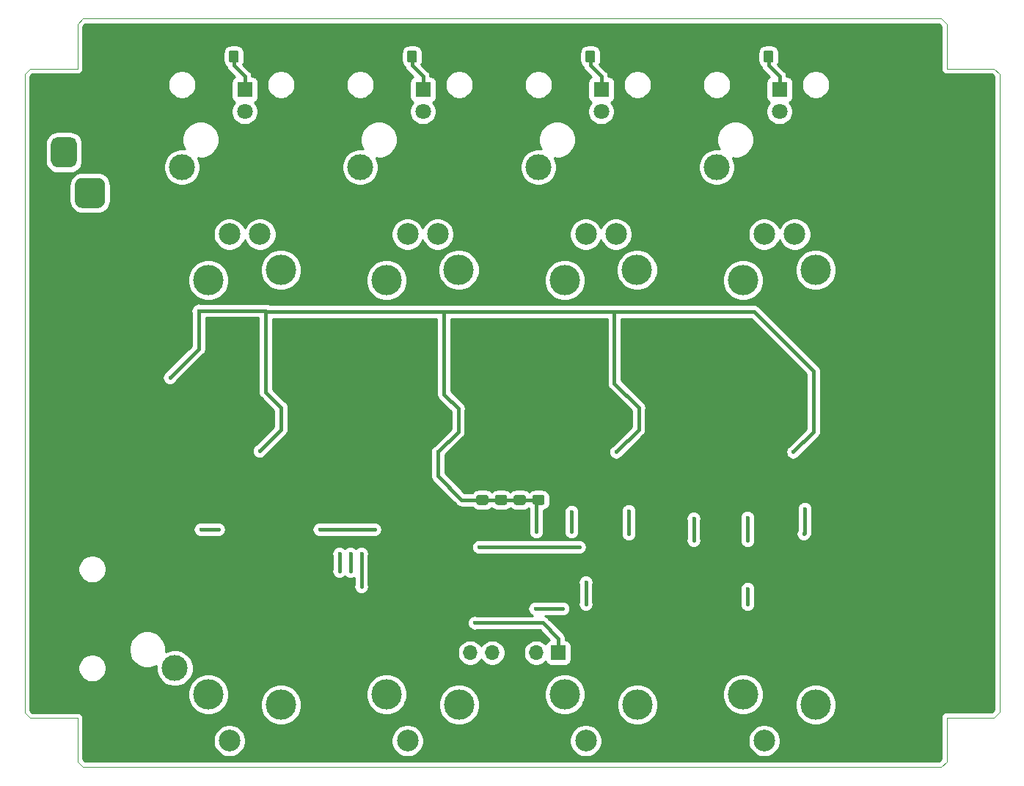
<source format=gbr>
%TF.GenerationSoftware,KiCad,Pcbnew,(5.1.6-0-10_14)*%
%TF.CreationDate,2020-09-25T11:35:30+01:00*%
%TF.ProjectId,DigitalMixerPedal,44696769-7461-46c4-9d69-786572506564,rev?*%
%TF.SameCoordinates,Original*%
%TF.FileFunction,Copper,L2,Bot*%
%TF.FilePolarity,Positive*%
%FSLAX46Y46*%
G04 Gerber Fmt 4.6, Leading zero omitted, Abs format (unit mm)*
G04 Created by KiCad (PCBNEW (5.1.6-0-10_14)) date 2020-09-25 11:35:30*
%MOMM*%
%LPD*%
G01*
G04 APERTURE LIST*
%TA.AperFunction,Profile*%
%ADD10C,0.050000*%
%TD*%
%TA.AperFunction,ComponentPad*%
%ADD11O,1.700000X1.700000*%
%TD*%
%TA.AperFunction,ComponentPad*%
%ADD12R,1.700000X1.700000*%
%TD*%
%TA.AperFunction,ComponentPad*%
%ADD13C,1.800000*%
%TD*%
%TA.AperFunction,ComponentPad*%
%ADD14R,1.800000X1.800000*%
%TD*%
%TA.AperFunction,ComponentPad*%
%ADD15C,2.500000*%
%TD*%
%TA.AperFunction,ComponentPad*%
%ADD16C,3.500000*%
%TD*%
%TA.AperFunction,ComponentPad*%
%ADD17C,3.000000*%
%TD*%
%TA.AperFunction,ComponentPad*%
%ADD18R,3.500000X3.500000*%
%TD*%
%TA.AperFunction,ViaPad*%
%ADD19C,0.450000*%
%TD*%
%TA.AperFunction,Conductor*%
%ADD20C,0.500000*%
%TD*%
%TA.AperFunction,Conductor*%
%ADD21C,0.400000*%
%TD*%
%TA.AperFunction,Conductor*%
%ADD22C,0.254000*%
%TD*%
G04 APERTURE END LIST*
D10*
X148590000Y-140335000D02*
X147955000Y-140970000D01*
X148590000Y-135255000D02*
X148590000Y-140335000D01*
X154051000Y-135255000D02*
X148590000Y-135255000D01*
X154686000Y-134620000D02*
X154051000Y-135255000D01*
X154686000Y-60960000D02*
X154686000Y-134620000D01*
X154051000Y-60325000D02*
X154686000Y-60960000D01*
X148590000Y-60325000D02*
X154051000Y-60325000D01*
X148590000Y-55181500D02*
X148590000Y-60325000D01*
X147955000Y-54546500D02*
X148590000Y-55181500D01*
X48895000Y-54546500D02*
X147955000Y-54546500D01*
X48260000Y-55181500D02*
X48895000Y-54546500D01*
X48260000Y-60325000D02*
X48260000Y-55181500D01*
X42799000Y-60325000D02*
X48260000Y-60325000D01*
X42164000Y-60960000D02*
X42799000Y-60325000D01*
X42164000Y-134683500D02*
X42164000Y-60960000D01*
X42799000Y-135318500D02*
X42164000Y-134683500D01*
X48260000Y-135318500D02*
X42799000Y-135318500D01*
X48260000Y-140335000D02*
X48260000Y-135318500D01*
X48895000Y-140970000D02*
X48260000Y-140335000D01*
X147955000Y-140970000D02*
X48895000Y-140970000D01*
%TO.P,R12,2*%
%TO.N,Net-(D5-Pad1)*%
%TA.AperFunction,SMDPad,CuDef*%
G36*
G01*
X127450000Y-59378001D02*
X127450000Y-58477999D01*
G75*
G02*
X127699999Y-58228000I249999J0D01*
G01*
X128350001Y-58228000D01*
G75*
G02*
X128600000Y-58477999I0J-249999D01*
G01*
X128600000Y-59378001D01*
G75*
G02*
X128350001Y-59628000I-249999J0D01*
G01*
X127699999Y-59628000D01*
G75*
G02*
X127450000Y-59378001I0J249999D01*
G01*
G37*
%TD.AperFunction*%
%TO.P,R12,1*%
%TO.N,GNDS*%
%TA.AperFunction,SMDPad,CuDef*%
G36*
G01*
X125400000Y-59378001D02*
X125400000Y-58477999D01*
G75*
G02*
X125649999Y-58228000I249999J0D01*
G01*
X126300001Y-58228000D01*
G75*
G02*
X126550000Y-58477999I0J-249999D01*
G01*
X126550000Y-59378001D01*
G75*
G02*
X126300001Y-59628000I-249999J0D01*
G01*
X125649999Y-59628000D01*
G75*
G02*
X125400000Y-59378001I0J249999D01*
G01*
G37*
%TD.AperFunction*%
%TD*%
%TO.P,R9,2*%
%TO.N,Net-(D4-Pad1)*%
%TA.AperFunction,SMDPad,CuDef*%
G36*
G01*
X106876000Y-59378001D02*
X106876000Y-58477999D01*
G75*
G02*
X107125999Y-58228000I249999J0D01*
G01*
X107776001Y-58228000D01*
G75*
G02*
X108026000Y-58477999I0J-249999D01*
G01*
X108026000Y-59378001D01*
G75*
G02*
X107776001Y-59628000I-249999J0D01*
G01*
X107125999Y-59628000D01*
G75*
G02*
X106876000Y-59378001I0J249999D01*
G01*
G37*
%TD.AperFunction*%
%TO.P,R9,1*%
%TO.N,GNDS*%
%TA.AperFunction,SMDPad,CuDef*%
G36*
G01*
X104826000Y-59378001D02*
X104826000Y-58477999D01*
G75*
G02*
X105075999Y-58228000I249999J0D01*
G01*
X105726001Y-58228000D01*
G75*
G02*
X105976000Y-58477999I0J-249999D01*
G01*
X105976000Y-59378001D01*
G75*
G02*
X105726001Y-59628000I-249999J0D01*
G01*
X105075999Y-59628000D01*
G75*
G02*
X104826000Y-59378001I0J249999D01*
G01*
G37*
%TD.AperFunction*%
%TD*%
%TO.P,R8,2*%
%TO.N,Net-(D3-Pad1)*%
%TA.AperFunction,SMDPad,CuDef*%
G36*
G01*
X86302000Y-59378001D02*
X86302000Y-58477999D01*
G75*
G02*
X86551999Y-58228000I249999J0D01*
G01*
X87202001Y-58228000D01*
G75*
G02*
X87452000Y-58477999I0J-249999D01*
G01*
X87452000Y-59378001D01*
G75*
G02*
X87202001Y-59628000I-249999J0D01*
G01*
X86551999Y-59628000D01*
G75*
G02*
X86302000Y-59378001I0J249999D01*
G01*
G37*
%TD.AperFunction*%
%TO.P,R8,1*%
%TO.N,GNDS*%
%TA.AperFunction,SMDPad,CuDef*%
G36*
G01*
X84252000Y-59378001D02*
X84252000Y-58477999D01*
G75*
G02*
X84501999Y-58228000I249999J0D01*
G01*
X85152001Y-58228000D01*
G75*
G02*
X85402000Y-58477999I0J-249999D01*
G01*
X85402000Y-59378001D01*
G75*
G02*
X85152001Y-59628000I-249999J0D01*
G01*
X84501999Y-59628000D01*
G75*
G02*
X84252000Y-59378001I0J249999D01*
G01*
G37*
%TD.AperFunction*%
%TD*%
%TO.P,R7,2*%
%TO.N,Net-(D2-Pad1)*%
%TA.AperFunction,SMDPad,CuDef*%
G36*
G01*
X65728000Y-59378001D02*
X65728000Y-58477999D01*
G75*
G02*
X65977999Y-58228000I249999J0D01*
G01*
X66628001Y-58228000D01*
G75*
G02*
X66878000Y-58477999I0J-249999D01*
G01*
X66878000Y-59378001D01*
G75*
G02*
X66628001Y-59628000I-249999J0D01*
G01*
X65977999Y-59628000D01*
G75*
G02*
X65728000Y-59378001I0J249999D01*
G01*
G37*
%TD.AperFunction*%
%TO.P,R7,1*%
%TO.N,GNDS*%
%TA.AperFunction,SMDPad,CuDef*%
G36*
G01*
X63678000Y-59378001D02*
X63678000Y-58477999D01*
G75*
G02*
X63927999Y-58228000I249999J0D01*
G01*
X64578001Y-58228000D01*
G75*
G02*
X64828000Y-58477999I0J-249999D01*
G01*
X64828000Y-59378001D01*
G75*
G02*
X64578001Y-59628000I-249999J0D01*
G01*
X63927999Y-59628000D01*
G75*
G02*
X63678000Y-59378001I0J249999D01*
G01*
G37*
%TD.AperFunction*%
%TD*%
D11*
%TO.P,J7,5*%
%TO.N,/PeakDetectorMCU/NRST*%
X93599000Y-127762000D03*
%TO.P,J7,4*%
%TO.N,/PeakDetectorMCU/SYS_SWDIO*%
X96139000Y-127762000D03*
%TO.P,J7,3*%
%TO.N,GNDS*%
X98679000Y-127762000D03*
%TO.P,J7,2*%
%TO.N,/PeakDetectorMCU/SYS_SWCLK*%
X101219000Y-127762000D03*
D12*
%TO.P,J7,1*%
%TO.N,+3V3*%
X103759000Y-127762000D03*
%TD*%
D13*
%TO.P,D5,2*%
%TO.N,/PeakDetectorMCU/PEAK_OUT_PWM1*%
X129286000Y-65278000D03*
D14*
%TO.P,D5,1*%
%TO.N,Net-(D5-Pad1)*%
X129286000Y-62738000D03*
%TD*%
D13*
%TO.P,D4,2*%
%TO.N,/PeakDetectorMCU/PEAK_OUT_PWM2*%
X108712000Y-65278000D03*
D14*
%TO.P,D4,1*%
%TO.N,Net-(D4-Pad1)*%
X108712000Y-62738000D03*
%TD*%
D13*
%TO.P,D3,2*%
%TO.N,/PeakDetectorMCU/PEAK_OUT_PWM3*%
X88138000Y-65278000D03*
D14*
%TO.P,D3,1*%
%TO.N,Net-(D3-Pad1)*%
X88138000Y-62738000D03*
%TD*%
D13*
%TO.P,D2,2*%
%TO.N,/PeakDetectorMCU/PEAK_OUT_PWM4*%
X67564000Y-65278000D03*
D14*
%TO.P,D2,1*%
%TO.N,Net-(D2-Pad1)*%
X67564000Y-62738000D03*
%TD*%
%TO.P,C30,2*%
%TO.N,GNDS*%
%TA.AperFunction,SMDPad,CuDef*%
G36*
G01*
X99764001Y-108643000D02*
X98863999Y-108643000D01*
G75*
G02*
X98614000Y-108393001I0J249999D01*
G01*
X98614000Y-107742999D01*
G75*
G02*
X98863999Y-107493000I249999J0D01*
G01*
X99764001Y-107493000D01*
G75*
G02*
X100014000Y-107742999I0J-249999D01*
G01*
X100014000Y-108393001D01*
G75*
G02*
X99764001Y-108643000I-249999J0D01*
G01*
G37*
%TD.AperFunction*%
%TO.P,C30,1*%
%TO.N,+3V3*%
%TA.AperFunction,SMDPad,CuDef*%
G36*
G01*
X99764001Y-110693000D02*
X98863999Y-110693000D01*
G75*
G02*
X98614000Y-110443001I0J249999D01*
G01*
X98614000Y-109792999D01*
G75*
G02*
X98863999Y-109543000I249999J0D01*
G01*
X99764001Y-109543000D01*
G75*
G02*
X100014000Y-109792999I0J-249999D01*
G01*
X100014000Y-110443001D01*
G75*
G02*
X99764001Y-110693000I-249999J0D01*
G01*
G37*
%TD.AperFunction*%
%TD*%
%TO.P,C27,2*%
%TO.N,GNDS*%
%TA.AperFunction,SMDPad,CuDef*%
G36*
G01*
X97605001Y-108643000D02*
X96704999Y-108643000D01*
G75*
G02*
X96455000Y-108393001I0J249999D01*
G01*
X96455000Y-107742999D01*
G75*
G02*
X96704999Y-107493000I249999J0D01*
G01*
X97605001Y-107493000D01*
G75*
G02*
X97855000Y-107742999I0J-249999D01*
G01*
X97855000Y-108393001D01*
G75*
G02*
X97605001Y-108643000I-249999J0D01*
G01*
G37*
%TD.AperFunction*%
%TO.P,C27,1*%
%TO.N,+3V3*%
%TA.AperFunction,SMDPad,CuDef*%
G36*
G01*
X97605001Y-110693000D02*
X96704999Y-110693000D01*
G75*
G02*
X96455000Y-110443001I0J249999D01*
G01*
X96455000Y-109792999D01*
G75*
G02*
X96704999Y-109543000I249999J0D01*
G01*
X97605001Y-109543000D01*
G75*
G02*
X97855000Y-109792999I0J-249999D01*
G01*
X97855000Y-110443001D01*
G75*
G02*
X97605001Y-110693000I-249999J0D01*
G01*
G37*
%TD.AperFunction*%
%TD*%
%TO.P,C26,2*%
%TO.N,GNDS*%
%TA.AperFunction,SMDPad,CuDef*%
G36*
G01*
X95446001Y-108643000D02*
X94545999Y-108643000D01*
G75*
G02*
X94296000Y-108393001I0J249999D01*
G01*
X94296000Y-107742999D01*
G75*
G02*
X94545999Y-107493000I249999J0D01*
G01*
X95446001Y-107493000D01*
G75*
G02*
X95696000Y-107742999I0J-249999D01*
G01*
X95696000Y-108393001D01*
G75*
G02*
X95446001Y-108643000I-249999J0D01*
G01*
G37*
%TD.AperFunction*%
%TO.P,C26,1*%
%TO.N,+3V3*%
%TA.AperFunction,SMDPad,CuDef*%
G36*
G01*
X95446001Y-110693000D02*
X94545999Y-110693000D01*
G75*
G02*
X94296000Y-110443001I0J249999D01*
G01*
X94296000Y-109792999D01*
G75*
G02*
X94545999Y-109543000I249999J0D01*
G01*
X95446001Y-109543000D01*
G75*
G02*
X95696000Y-109792999I0J-249999D01*
G01*
X95696000Y-110443001D01*
G75*
G02*
X95446001Y-110693000I-249999J0D01*
G01*
G37*
%TD.AperFunction*%
%TD*%
%TO.P,C25,2*%
%TO.N,GNDS*%
%TA.AperFunction,SMDPad,CuDef*%
G36*
G01*
X101923001Y-108643000D02*
X101022999Y-108643000D01*
G75*
G02*
X100773000Y-108393001I0J249999D01*
G01*
X100773000Y-107742999D01*
G75*
G02*
X101022999Y-107493000I249999J0D01*
G01*
X101923001Y-107493000D01*
G75*
G02*
X102173000Y-107742999I0J-249999D01*
G01*
X102173000Y-108393001D01*
G75*
G02*
X101923001Y-108643000I-249999J0D01*
G01*
G37*
%TD.AperFunction*%
%TO.P,C25,1*%
%TO.N,+3V3*%
%TA.AperFunction,SMDPad,CuDef*%
G36*
G01*
X101923001Y-110693000D02*
X101022999Y-110693000D01*
G75*
G02*
X100773000Y-110443001I0J249999D01*
G01*
X100773000Y-109792999D01*
G75*
G02*
X101022999Y-109543000I249999J0D01*
G01*
X101923001Y-109543000D01*
G75*
G02*
X102173000Y-109792999I0J-249999D01*
G01*
X102173000Y-110443001D01*
G75*
G02*
X101923001Y-110693000I-249999J0D01*
G01*
G37*
%TD.AperFunction*%
%TD*%
D15*
%TO.P,RV3,1*%
%TO.N,Net-(R16-Pad2)*%
X86360000Y-79425800D03*
%TO.P,RV3,2*%
X89865200Y-79425800D03*
%TO.P,RV3,3*%
%TO.N,Net-(C18-Pad2)*%
X86360000Y-137922000D03*
D16*
%TO.P,RV3,*%
%TO.N,*%
X83921600Y-84759800D03*
X92278200Y-83566000D03*
X83921600Y-132562600D03*
X92303600Y-133781800D03*
%TD*%
D15*
%TO.P,RV4,1*%
%TO.N,Net-(R21-Pad2)*%
X65811400Y-79425800D03*
%TO.P,RV4,2*%
X69316600Y-79425800D03*
%TO.P,RV4,3*%
%TO.N,Net-(C24-Pad2)*%
X65811400Y-137922000D03*
D16*
%TO.P,RV4,*%
%TO.N,*%
X63373000Y-84759800D03*
X71729600Y-83566000D03*
X63373000Y-132562600D03*
X71755000Y-133781800D03*
%TD*%
D15*
%TO.P,RV2,1*%
%TO.N,Net-(R11-Pad2)*%
X106934000Y-79425800D03*
%TO.P,RV2,2*%
X110439200Y-79425800D03*
%TO.P,RV2,3*%
%TO.N,Net-(C12-Pad2)*%
X106934000Y-137922000D03*
D16*
%TO.P,RV2,*%
%TO.N,*%
X104495600Y-84759800D03*
X112852200Y-83566000D03*
X104495600Y-132562600D03*
X112877600Y-133781800D03*
%TD*%
D15*
%TO.P,RV1,1*%
%TO.N,Net-(R6-Pad2)*%
X127533400Y-79425800D03*
%TO.P,RV1,2*%
X131038600Y-79425800D03*
%TO.P,RV1,3*%
%TO.N,Net-(C6-Pad2)*%
X127533400Y-137922000D03*
D16*
%TO.P,RV1,*%
%TO.N,*%
X125095000Y-84759800D03*
X133451600Y-83566000D03*
X125095000Y-132562600D03*
X133477000Y-133781800D03*
%TD*%
D17*
%TO.P,J4,1*%
%TO.N,/InputBuffer4/SIGNAL_INPUT*%
X60325000Y-71691500D03*
%TO.P,J4,2*%
%TO.N,GNDS*%
X71755000Y-71691500D03*
%TO.P,J4,3*%
X71755000Y-58991500D03*
%TO.P,J4,4*%
X60325000Y-58991500D03*
%TD*%
%TO.P,J3,1*%
%TO.N,/InputBuffer3/SIGNAL_INPUT*%
X80899000Y-71691500D03*
%TO.P,J3,2*%
%TO.N,GNDS*%
X92329000Y-71691500D03*
%TO.P,J3,3*%
X92329000Y-58991500D03*
%TO.P,J3,4*%
X80899000Y-58991500D03*
%TD*%
%TO.P,J2,1*%
%TO.N,/InputBuffer2/SIGNAL_INPUT*%
X101473000Y-71691500D03*
%TO.P,J2,2*%
%TO.N,GNDS*%
X112903000Y-71691500D03*
%TO.P,J2,3*%
X112903000Y-58991500D03*
%TO.P,J2,4*%
X101473000Y-58991500D03*
%TD*%
%TO.P,J1,1*%
%TO.N,/InputBuffer1/SIGNAL_INPUT*%
X122047000Y-71691500D03*
%TO.P,J1,2*%
%TO.N,GNDS*%
X133477000Y-71691500D03*
%TO.P,J1,3*%
X133477000Y-58991500D03*
%TO.P,J1,4*%
X122047000Y-58991500D03*
%TD*%
%TO.P,J6,1*%
%TO.N,/OutputStage/SIGNAL_OUTPUT*%
X59499500Y-129540000D03*
%TO.P,J6,2*%
%TO.N,GNDS*%
X59499500Y-118110000D03*
%TO.P,J6,3*%
X46799500Y-118110000D03*
%TO.P,J6,4*%
X46799500Y-129540000D03*
%TD*%
%TO.P,J5,3*%
%TO.N,N/C*%
%TA.AperFunction,ComponentPad*%
G36*
G01*
X47955000Y-75552000D02*
X47955000Y-73802000D01*
G75*
G02*
X48830000Y-72927000I875000J0D01*
G01*
X50580000Y-72927000D01*
G75*
G02*
X51455000Y-73802000I0J-875000D01*
G01*
X51455000Y-75552000D01*
G75*
G02*
X50580000Y-76427000I-875000J0D01*
G01*
X48830000Y-76427000D01*
G75*
G02*
X47955000Y-75552000I0J875000D01*
G01*
G37*
%TD.AperFunction*%
%TO.P,J5,2*%
%TO.N,/PowerSupply/+9V_IN*%
%TA.AperFunction,ComponentPad*%
G36*
G01*
X45205000Y-70977000D02*
X45205000Y-68977000D01*
G75*
G02*
X45955000Y-68227000I750000J0D01*
G01*
X47455000Y-68227000D01*
G75*
G02*
X48205000Y-68977000I0J-750000D01*
G01*
X48205000Y-70977000D01*
G75*
G02*
X47455000Y-71727000I-750000J0D01*
G01*
X45955000Y-71727000D01*
G75*
G02*
X45205000Y-70977000I0J750000D01*
G01*
G37*
%TD.AperFunction*%
D18*
%TO.P,J5,1*%
%TO.N,GNDS*%
X52705000Y-69977000D03*
%TD*%
D19*
%TO.N,GNDS*%
X53340000Y-90170000D03*
X53340000Y-87630000D03*
X45085000Y-88900000D03*
X50800000Y-85725000D03*
X58420000Y-85725000D03*
X53340000Y-85725000D03*
X55880000Y-85725000D03*
X50800000Y-92075000D03*
X53340000Y-92075000D03*
X55880000Y-92075000D03*
X58420000Y-92075000D03*
X50800000Y-87630000D03*
X55880000Y-87630000D03*
X58420000Y-87630000D03*
X58420000Y-90170000D03*
X55880000Y-90170000D03*
X50800000Y-90170000D03*
X125222000Y-91948000D03*
X132842000Y-91948000D03*
X64389000Y-106426000D03*
X64389000Y-92456000D03*
X63754000Y-91821000D03*
X125857000Y-106553000D03*
X125857000Y-92583000D03*
X73914000Y-105791000D03*
X71374000Y-91186000D03*
X84201000Y-91567000D03*
X84836000Y-93091000D03*
X91821000Y-91567000D03*
X94361000Y-105537000D03*
X95386000Y-100720000D03*
X84836000Y-106045000D03*
X88646000Y-111125000D03*
X116341000Y-100584000D03*
X115316000Y-105410000D03*
X112522000Y-91440000D03*
X105537000Y-93091000D03*
X104902000Y-91440000D03*
X105537000Y-106044996D03*
X109347000Y-111125000D03*
X135509000Y-105283000D03*
X137033000Y-97135990D03*
X116967000Y-97281998D03*
X96012000Y-97282000D03*
X75565000Y-97155000D03*
X136534000Y-100720000D03*
X74939000Y-100593000D03*
X104007000Y-117342000D03*
X92716000Y-122942000D03*
X56388000Y-109347000D03*
X48133000Y-109347000D03*
X55880000Y-112268000D03*
X46736000Y-111252000D03*
X59318000Y-109483000D03*
X58420000Y-100330000D03*
X129667000Y-111125000D03*
X68199000Y-111048800D03*
%TO.N,/OutputStage/SIGNAL_INPUT*%
X62484000Y-113538000D03*
X76200000Y-113538000D03*
X82550000Y-113538000D03*
X106171996Y-115570000D03*
X132080028Y-114046000D03*
X111887004Y-111379008D03*
X111887000Y-114046000D03*
X94615000Y-115570000D03*
X64516000Y-113538000D03*
X132207000Y-111125000D03*
%TO.N,+3V3*%
X94123000Y-124317000D03*
X62239000Y-88256000D03*
X82559000Y-88383000D03*
X103260000Y-88383000D03*
X123707000Y-88383000D03*
X133223000Y-99441000D03*
X130872000Y-104583000D03*
X110428000Y-104583000D03*
X113030000Y-99441000D03*
X92202000Y-99568000D03*
X89854000Y-104583000D03*
X69280000Y-104456000D03*
X71755000Y-99441000D03*
X101225000Y-113792000D03*
X58928000Y-96012008D03*
%TO.N,Net-(C6-Pad2)*%
X125603000Y-120396000D03*
X125594000Y-112150000D03*
X125603000Y-114808000D03*
X125603000Y-122174000D03*
%TO.N,Net-(C12-Pad2)*%
X105283000Y-111506000D03*
X105283000Y-113792000D03*
X106934000Y-122174000D03*
X106934000Y-119634000D03*
%TO.N,Net-(C18-Pad2)*%
X81026000Y-116332000D03*
X81026000Y-120142000D03*
%TO.N,/PeakDetectorMCU/PEAK_OUT_PWM4*%
X78486000Y-116332000D03*
X78486000Y-118363996D03*
%TO.N,/PeakDetectorMCU/PEAK_OUT_PWM3*%
X79756000Y-116332002D03*
X79755996Y-118364000D03*
%TO.N,/PeakDetectorMCU/PEAK_OUT_PWM2*%
X119380000Y-112267998D03*
X119380000Y-114808000D03*
%TO.N,/PeakDetectorMCU/NRST*%
X101092000Y-122682000D03*
X104267000Y-122682004D03*
%TD*%
D20*
%TO.N,GNDS*%
X59499500Y-118681500D02*
X59499500Y-120015000D01*
D21*
%TO.N,/OutputStage/SIGNAL_INPUT*%
X76200000Y-113538000D02*
X82550000Y-113538000D01*
X111887004Y-111379008D02*
X111887004Y-114046000D01*
X111887004Y-114046000D02*
X111887000Y-114046000D01*
X106171996Y-115570000D02*
X94615000Y-115570000D01*
X62484000Y-113538000D02*
X64516000Y-113538000D01*
X132207000Y-113919028D02*
X132207000Y-111125000D01*
X132080028Y-114046000D02*
X132207000Y-113919028D01*
%TO.N,+3V3*%
X94123000Y-124317000D02*
X101965000Y-124317000D01*
X103759000Y-126111000D02*
X103759000Y-127762000D01*
X101965000Y-124317000D02*
X103759000Y-126111000D01*
X69986000Y-97672000D02*
X71755000Y-99441000D01*
X69986000Y-88256000D02*
X69986000Y-97672000D01*
X62239000Y-88256000D02*
X69986000Y-88256000D01*
X71755000Y-101981000D02*
X69280000Y-104456000D01*
X71755000Y-99441000D02*
X71755000Y-101981000D01*
X90542000Y-97908000D02*
X92202000Y-99568000D01*
X90542000Y-88383000D02*
X90542000Y-97908000D01*
X82559000Y-88383000D02*
X90542000Y-88383000D01*
X90542000Y-88383000D02*
X103260000Y-88383000D01*
X92202000Y-102235000D02*
X89854000Y-104583000D01*
X92202000Y-99568000D02*
X92202000Y-102235000D01*
X110227000Y-88383000D02*
X110227000Y-96638000D01*
X110227000Y-96638000D02*
X113030000Y-99441000D01*
X103260000Y-88383000D02*
X110227000Y-88383000D01*
X110227000Y-88383000D02*
X123707000Y-88383000D01*
X113030000Y-101981000D02*
X110428000Y-104583000D01*
X113030000Y-99441000D02*
X113030000Y-101981000D01*
X123707000Y-88383000D02*
X126356000Y-88383000D01*
X133223000Y-95250000D02*
X133223000Y-99441000D01*
X126356000Y-88383000D02*
X133223000Y-95250000D01*
X133223000Y-102232000D02*
X130872000Y-104583000D01*
X133223000Y-99441000D02*
X133223000Y-102232000D01*
X92592000Y-110118000D02*
X94996000Y-110118000D01*
X89854000Y-107380000D02*
X92592000Y-110118000D01*
X89854000Y-104583000D02*
X89854000Y-107380000D01*
X101225000Y-113473802D02*
X101225000Y-113792000D01*
X101225000Y-110118000D02*
X101225000Y-113473802D01*
X95241000Y-110118000D02*
X101225000Y-110118000D01*
X95123000Y-110236000D02*
X95241000Y-110118000D01*
X82550000Y-88392000D02*
X82559000Y-88383000D01*
X70122000Y-88392000D02*
X82550000Y-88392000D01*
X69986000Y-88256000D02*
X70122000Y-88392000D01*
X62239000Y-92701008D02*
X58928000Y-96012008D01*
X62239000Y-88256000D02*
X62239000Y-92701008D01*
%TO.N,Net-(C6-Pad2)*%
X125594000Y-114799000D02*
X125603000Y-114808000D01*
X125594000Y-112150000D02*
X125594000Y-114799000D01*
X125603000Y-120396000D02*
X125603000Y-122174000D01*
%TO.N,Net-(C12-Pad2)*%
X105283000Y-111506000D02*
X105283000Y-113792000D01*
X106934000Y-122174000D02*
X106934000Y-119634000D01*
%TO.N,Net-(C18-Pad2)*%
X81026000Y-116332000D02*
X81026000Y-116650198D01*
X81026000Y-116650198D02*
X81026000Y-120142000D01*
%TO.N,/PeakDetectorMCU/PEAK_OUT_PWM4*%
X78486000Y-116332000D02*
X78486000Y-118363996D01*
%TO.N,Net-(D2-Pad1)*%
X67564000Y-61214000D02*
X67564000Y-62738000D01*
X66303000Y-59953000D02*
X67564000Y-61214000D01*
X66303000Y-58928000D02*
X66303000Y-59953000D01*
%TO.N,/PeakDetectorMCU/PEAK_OUT_PWM3*%
X79756000Y-116332002D02*
X79756000Y-118363996D01*
X79756000Y-118363996D02*
X79755996Y-118364000D01*
%TO.N,Net-(D3-Pad1)*%
X86877000Y-59953000D02*
X86877000Y-58928000D01*
X88138000Y-61214000D02*
X86877000Y-59953000D01*
X88138000Y-62738000D02*
X88138000Y-61214000D01*
%TO.N,/PeakDetectorMCU/PEAK_OUT_PWM2*%
X119380000Y-112267998D02*
X119380000Y-114808000D01*
%TO.N,Net-(D4-Pad1)*%
X107451000Y-59953000D02*
X107451000Y-58928000D01*
X108712000Y-61214000D02*
X107451000Y-59953000D01*
X108712000Y-62738000D02*
X108712000Y-61214000D01*
%TO.N,Net-(D5-Pad1)*%
X129286000Y-61214000D02*
X129286000Y-62738000D01*
X128025000Y-59953000D02*
X129286000Y-61214000D01*
X128025000Y-58928000D02*
X128025000Y-59953000D01*
%TO.N,/PeakDetectorMCU/NRST*%
X104266996Y-122682000D02*
X104267000Y-122682004D01*
X101092000Y-122682000D02*
X104266996Y-122682000D01*
%TD*%
D22*
%TO.N,GNDS*%
G36*
X147930000Y-55454881D02*
G01*
X147930001Y-60292571D01*
X147926807Y-60325000D01*
X147939550Y-60454383D01*
X147977290Y-60578793D01*
X148038575Y-60693450D01*
X148121052Y-60793948D01*
X148221550Y-60876425D01*
X148336207Y-60937710D01*
X148460617Y-60975450D01*
X148557581Y-60985000D01*
X148590000Y-60988193D01*
X148622419Y-60985000D01*
X153777620Y-60985000D01*
X154026000Y-61233381D01*
X154026001Y-134346618D01*
X153777620Y-134595000D01*
X148622419Y-134595000D01*
X148590000Y-134591807D01*
X148557581Y-134595000D01*
X148460617Y-134604550D01*
X148336207Y-134642290D01*
X148221550Y-134703575D01*
X148121052Y-134786052D01*
X148038575Y-134886550D01*
X147977290Y-135001207D01*
X147939550Y-135125617D01*
X147926807Y-135255000D01*
X147930000Y-135287419D01*
X147930001Y-140061618D01*
X147681620Y-140310000D01*
X49168381Y-140310000D01*
X48920000Y-140061620D01*
X48920000Y-137736344D01*
X63926400Y-137736344D01*
X63926400Y-138107656D01*
X63998839Y-138471834D01*
X64140934Y-138814882D01*
X64347225Y-139123618D01*
X64609782Y-139386175D01*
X64918518Y-139592466D01*
X65261566Y-139734561D01*
X65625744Y-139807000D01*
X65997056Y-139807000D01*
X66361234Y-139734561D01*
X66704282Y-139592466D01*
X67013018Y-139386175D01*
X67275575Y-139123618D01*
X67481866Y-138814882D01*
X67623961Y-138471834D01*
X67696400Y-138107656D01*
X67696400Y-137736344D01*
X84475000Y-137736344D01*
X84475000Y-138107656D01*
X84547439Y-138471834D01*
X84689534Y-138814882D01*
X84895825Y-139123618D01*
X85158382Y-139386175D01*
X85467118Y-139592466D01*
X85810166Y-139734561D01*
X86174344Y-139807000D01*
X86545656Y-139807000D01*
X86909834Y-139734561D01*
X87252882Y-139592466D01*
X87561618Y-139386175D01*
X87824175Y-139123618D01*
X88030466Y-138814882D01*
X88172561Y-138471834D01*
X88245000Y-138107656D01*
X88245000Y-137736344D01*
X105049000Y-137736344D01*
X105049000Y-138107656D01*
X105121439Y-138471834D01*
X105263534Y-138814882D01*
X105469825Y-139123618D01*
X105732382Y-139386175D01*
X106041118Y-139592466D01*
X106384166Y-139734561D01*
X106748344Y-139807000D01*
X107119656Y-139807000D01*
X107483834Y-139734561D01*
X107826882Y-139592466D01*
X108135618Y-139386175D01*
X108398175Y-139123618D01*
X108604466Y-138814882D01*
X108746561Y-138471834D01*
X108819000Y-138107656D01*
X108819000Y-137736344D01*
X125648400Y-137736344D01*
X125648400Y-138107656D01*
X125720839Y-138471834D01*
X125862934Y-138814882D01*
X126069225Y-139123618D01*
X126331782Y-139386175D01*
X126640518Y-139592466D01*
X126983566Y-139734561D01*
X127347744Y-139807000D01*
X127719056Y-139807000D01*
X128083234Y-139734561D01*
X128426282Y-139592466D01*
X128735018Y-139386175D01*
X128997575Y-139123618D01*
X129203866Y-138814882D01*
X129345961Y-138471834D01*
X129418400Y-138107656D01*
X129418400Y-137736344D01*
X129345961Y-137372166D01*
X129203866Y-137029118D01*
X128997575Y-136720382D01*
X128735018Y-136457825D01*
X128426282Y-136251534D01*
X128083234Y-136109439D01*
X127719056Y-136037000D01*
X127347744Y-136037000D01*
X126983566Y-136109439D01*
X126640518Y-136251534D01*
X126331782Y-136457825D01*
X126069225Y-136720382D01*
X125862934Y-137029118D01*
X125720839Y-137372166D01*
X125648400Y-137736344D01*
X108819000Y-137736344D01*
X108746561Y-137372166D01*
X108604466Y-137029118D01*
X108398175Y-136720382D01*
X108135618Y-136457825D01*
X107826882Y-136251534D01*
X107483834Y-136109439D01*
X107119656Y-136037000D01*
X106748344Y-136037000D01*
X106384166Y-136109439D01*
X106041118Y-136251534D01*
X105732382Y-136457825D01*
X105469825Y-136720382D01*
X105263534Y-137029118D01*
X105121439Y-137372166D01*
X105049000Y-137736344D01*
X88245000Y-137736344D01*
X88172561Y-137372166D01*
X88030466Y-137029118D01*
X87824175Y-136720382D01*
X87561618Y-136457825D01*
X87252882Y-136251534D01*
X86909834Y-136109439D01*
X86545656Y-136037000D01*
X86174344Y-136037000D01*
X85810166Y-136109439D01*
X85467118Y-136251534D01*
X85158382Y-136457825D01*
X84895825Y-136720382D01*
X84689534Y-137029118D01*
X84547439Y-137372166D01*
X84475000Y-137736344D01*
X67696400Y-137736344D01*
X67623961Y-137372166D01*
X67481866Y-137029118D01*
X67275575Y-136720382D01*
X67013018Y-136457825D01*
X66704282Y-136251534D01*
X66361234Y-136109439D01*
X65997056Y-136037000D01*
X65625744Y-136037000D01*
X65261566Y-136109439D01*
X64918518Y-136251534D01*
X64609782Y-136457825D01*
X64347225Y-136720382D01*
X64140934Y-137029118D01*
X63998839Y-137372166D01*
X63926400Y-137736344D01*
X48920000Y-137736344D01*
X48920000Y-135350919D01*
X48923193Y-135318500D01*
X48910450Y-135189117D01*
X48872710Y-135064707D01*
X48811425Y-134950050D01*
X48728948Y-134849552D01*
X48628450Y-134767075D01*
X48513793Y-134705790D01*
X48389383Y-134668050D01*
X48292419Y-134658500D01*
X48260000Y-134655307D01*
X48227581Y-134658500D01*
X43072381Y-134658500D01*
X42824000Y-134410120D01*
X42824000Y-132327698D01*
X60988000Y-132327698D01*
X60988000Y-132797502D01*
X61079654Y-133258279D01*
X61259440Y-133692321D01*
X61520450Y-134082949D01*
X61852651Y-134415150D01*
X62243279Y-134676160D01*
X62677321Y-134855946D01*
X63138098Y-134947600D01*
X63607902Y-134947600D01*
X64068679Y-134855946D01*
X64502721Y-134676160D01*
X64893349Y-134415150D01*
X65225550Y-134082949D01*
X65486560Y-133692321D01*
X65546796Y-133546898D01*
X69370000Y-133546898D01*
X69370000Y-134016702D01*
X69461654Y-134477479D01*
X69641440Y-134911521D01*
X69902450Y-135302149D01*
X70234651Y-135634350D01*
X70625279Y-135895360D01*
X71059321Y-136075146D01*
X71520098Y-136166800D01*
X71989902Y-136166800D01*
X72450679Y-136075146D01*
X72884721Y-135895360D01*
X73275349Y-135634350D01*
X73607550Y-135302149D01*
X73868560Y-134911521D01*
X74048346Y-134477479D01*
X74140000Y-134016702D01*
X74140000Y-133546898D01*
X74048346Y-133086121D01*
X73868560Y-132652079D01*
X73651815Y-132327698D01*
X81536600Y-132327698D01*
X81536600Y-132797502D01*
X81628254Y-133258279D01*
X81808040Y-133692321D01*
X82069050Y-134082949D01*
X82401251Y-134415150D01*
X82791879Y-134676160D01*
X83225921Y-134855946D01*
X83686698Y-134947600D01*
X84156502Y-134947600D01*
X84617279Y-134855946D01*
X85051321Y-134676160D01*
X85441949Y-134415150D01*
X85774150Y-134082949D01*
X86035160Y-133692321D01*
X86095396Y-133546898D01*
X89918600Y-133546898D01*
X89918600Y-134016702D01*
X90010254Y-134477479D01*
X90190040Y-134911521D01*
X90451050Y-135302149D01*
X90783251Y-135634350D01*
X91173879Y-135895360D01*
X91607921Y-136075146D01*
X92068698Y-136166800D01*
X92538502Y-136166800D01*
X92999279Y-136075146D01*
X93433321Y-135895360D01*
X93823949Y-135634350D01*
X94156150Y-135302149D01*
X94417160Y-134911521D01*
X94596946Y-134477479D01*
X94688600Y-134016702D01*
X94688600Y-133546898D01*
X94596946Y-133086121D01*
X94417160Y-132652079D01*
X94200415Y-132327698D01*
X102110600Y-132327698D01*
X102110600Y-132797502D01*
X102202254Y-133258279D01*
X102382040Y-133692321D01*
X102643050Y-134082949D01*
X102975251Y-134415150D01*
X103365879Y-134676160D01*
X103799921Y-134855946D01*
X104260698Y-134947600D01*
X104730502Y-134947600D01*
X105191279Y-134855946D01*
X105625321Y-134676160D01*
X106015949Y-134415150D01*
X106348150Y-134082949D01*
X106609160Y-133692321D01*
X106669396Y-133546898D01*
X110492600Y-133546898D01*
X110492600Y-134016702D01*
X110584254Y-134477479D01*
X110764040Y-134911521D01*
X111025050Y-135302149D01*
X111357251Y-135634350D01*
X111747879Y-135895360D01*
X112181921Y-136075146D01*
X112642698Y-136166800D01*
X113112502Y-136166800D01*
X113573279Y-136075146D01*
X114007321Y-135895360D01*
X114397949Y-135634350D01*
X114730150Y-135302149D01*
X114991160Y-134911521D01*
X115170946Y-134477479D01*
X115262600Y-134016702D01*
X115262600Y-133546898D01*
X115170946Y-133086121D01*
X114991160Y-132652079D01*
X114774415Y-132327698D01*
X122710000Y-132327698D01*
X122710000Y-132797502D01*
X122801654Y-133258279D01*
X122981440Y-133692321D01*
X123242450Y-134082949D01*
X123574651Y-134415150D01*
X123965279Y-134676160D01*
X124399321Y-134855946D01*
X124860098Y-134947600D01*
X125329902Y-134947600D01*
X125790679Y-134855946D01*
X126224721Y-134676160D01*
X126615349Y-134415150D01*
X126947550Y-134082949D01*
X127208560Y-133692321D01*
X127268796Y-133546898D01*
X131092000Y-133546898D01*
X131092000Y-134016702D01*
X131183654Y-134477479D01*
X131363440Y-134911521D01*
X131624450Y-135302149D01*
X131956651Y-135634350D01*
X132347279Y-135895360D01*
X132781321Y-136075146D01*
X133242098Y-136166800D01*
X133711902Y-136166800D01*
X134172679Y-136075146D01*
X134606721Y-135895360D01*
X134997349Y-135634350D01*
X135329550Y-135302149D01*
X135590560Y-134911521D01*
X135770346Y-134477479D01*
X135862000Y-134016702D01*
X135862000Y-133546898D01*
X135770346Y-133086121D01*
X135590560Y-132652079D01*
X135329550Y-132261451D01*
X134997349Y-131929250D01*
X134606721Y-131668240D01*
X134172679Y-131488454D01*
X133711902Y-131396800D01*
X133242098Y-131396800D01*
X132781321Y-131488454D01*
X132347279Y-131668240D01*
X131956651Y-131929250D01*
X131624450Y-132261451D01*
X131363440Y-132652079D01*
X131183654Y-133086121D01*
X131092000Y-133546898D01*
X127268796Y-133546898D01*
X127388346Y-133258279D01*
X127480000Y-132797502D01*
X127480000Y-132327698D01*
X127388346Y-131866921D01*
X127208560Y-131432879D01*
X126947550Y-131042251D01*
X126615349Y-130710050D01*
X126224721Y-130449040D01*
X125790679Y-130269254D01*
X125329902Y-130177600D01*
X124860098Y-130177600D01*
X124399321Y-130269254D01*
X123965279Y-130449040D01*
X123574651Y-130710050D01*
X123242450Y-131042251D01*
X122981440Y-131432879D01*
X122801654Y-131866921D01*
X122710000Y-132327698D01*
X114774415Y-132327698D01*
X114730150Y-132261451D01*
X114397949Y-131929250D01*
X114007321Y-131668240D01*
X113573279Y-131488454D01*
X113112502Y-131396800D01*
X112642698Y-131396800D01*
X112181921Y-131488454D01*
X111747879Y-131668240D01*
X111357251Y-131929250D01*
X111025050Y-132261451D01*
X110764040Y-132652079D01*
X110584254Y-133086121D01*
X110492600Y-133546898D01*
X106669396Y-133546898D01*
X106788946Y-133258279D01*
X106880600Y-132797502D01*
X106880600Y-132327698D01*
X106788946Y-131866921D01*
X106609160Y-131432879D01*
X106348150Y-131042251D01*
X106015949Y-130710050D01*
X105625321Y-130449040D01*
X105191279Y-130269254D01*
X104730502Y-130177600D01*
X104260698Y-130177600D01*
X103799921Y-130269254D01*
X103365879Y-130449040D01*
X102975251Y-130710050D01*
X102643050Y-131042251D01*
X102382040Y-131432879D01*
X102202254Y-131866921D01*
X102110600Y-132327698D01*
X94200415Y-132327698D01*
X94156150Y-132261451D01*
X93823949Y-131929250D01*
X93433321Y-131668240D01*
X92999279Y-131488454D01*
X92538502Y-131396800D01*
X92068698Y-131396800D01*
X91607921Y-131488454D01*
X91173879Y-131668240D01*
X90783251Y-131929250D01*
X90451050Y-132261451D01*
X90190040Y-132652079D01*
X90010254Y-133086121D01*
X89918600Y-133546898D01*
X86095396Y-133546898D01*
X86214946Y-133258279D01*
X86306600Y-132797502D01*
X86306600Y-132327698D01*
X86214946Y-131866921D01*
X86035160Y-131432879D01*
X85774150Y-131042251D01*
X85441949Y-130710050D01*
X85051321Y-130449040D01*
X84617279Y-130269254D01*
X84156502Y-130177600D01*
X83686698Y-130177600D01*
X83225921Y-130269254D01*
X82791879Y-130449040D01*
X82401251Y-130710050D01*
X82069050Y-131042251D01*
X81808040Y-131432879D01*
X81628254Y-131866921D01*
X81536600Y-132327698D01*
X73651815Y-132327698D01*
X73607550Y-132261451D01*
X73275349Y-131929250D01*
X72884721Y-131668240D01*
X72450679Y-131488454D01*
X71989902Y-131396800D01*
X71520098Y-131396800D01*
X71059321Y-131488454D01*
X70625279Y-131668240D01*
X70234651Y-131929250D01*
X69902450Y-132261451D01*
X69641440Y-132652079D01*
X69461654Y-133086121D01*
X69370000Y-133546898D01*
X65546796Y-133546898D01*
X65666346Y-133258279D01*
X65758000Y-132797502D01*
X65758000Y-132327698D01*
X65666346Y-131866921D01*
X65486560Y-131432879D01*
X65225550Y-131042251D01*
X64893349Y-130710050D01*
X64502721Y-130449040D01*
X64068679Y-130269254D01*
X63607902Y-130177600D01*
X63138098Y-130177600D01*
X62677321Y-130269254D01*
X62243279Y-130449040D01*
X61852651Y-130710050D01*
X61520450Y-131042251D01*
X61259440Y-131432879D01*
X61079654Y-131866921D01*
X60988000Y-132327698D01*
X42824000Y-132327698D01*
X42824000Y-129378967D01*
X48339500Y-129378967D01*
X48339500Y-129701033D01*
X48402332Y-130016912D01*
X48525582Y-130314463D01*
X48704513Y-130582252D01*
X48932248Y-130809987D01*
X49200037Y-130988918D01*
X49497588Y-131112168D01*
X49813467Y-131175000D01*
X50135533Y-131175000D01*
X50451412Y-131112168D01*
X50748963Y-130988918D01*
X51016752Y-130809987D01*
X51244487Y-130582252D01*
X51423418Y-130314463D01*
X51546668Y-130016912D01*
X51609500Y-129701033D01*
X51609500Y-129378967D01*
X51546668Y-129063088D01*
X51423418Y-128765537D01*
X51244487Y-128497748D01*
X51016752Y-128270013D01*
X50748963Y-128091082D01*
X50451412Y-127967832D01*
X50135533Y-127905000D01*
X49813467Y-127905000D01*
X49497588Y-127967832D01*
X49200037Y-128091082D01*
X48932248Y-128270013D01*
X48704513Y-128497748D01*
X48525582Y-128765537D01*
X48402332Y-129063088D01*
X48339500Y-129378967D01*
X42824000Y-129378967D01*
X42824000Y-127170721D01*
X54189500Y-127170721D01*
X54189500Y-127591279D01*
X54271547Y-128003756D01*
X54432488Y-128392302D01*
X54666137Y-128741983D01*
X54963517Y-129039363D01*
X55313198Y-129273012D01*
X55701744Y-129433953D01*
X56114221Y-129516000D01*
X56534779Y-129516000D01*
X56947256Y-129433953D01*
X57335802Y-129273012D01*
X57381908Y-129242205D01*
X57364500Y-129329721D01*
X57364500Y-129750279D01*
X57446547Y-130162756D01*
X57607488Y-130551302D01*
X57841137Y-130900983D01*
X58138517Y-131198363D01*
X58488198Y-131432012D01*
X58876744Y-131592953D01*
X59289221Y-131675000D01*
X59709779Y-131675000D01*
X60122256Y-131592953D01*
X60510802Y-131432012D01*
X60860483Y-131198363D01*
X61157863Y-130900983D01*
X61391512Y-130551302D01*
X61552453Y-130162756D01*
X61634500Y-129750279D01*
X61634500Y-129329721D01*
X61552453Y-128917244D01*
X61391512Y-128528698D01*
X61157863Y-128179017D01*
X60860483Y-127881637D01*
X60510802Y-127647988D01*
X60432949Y-127615740D01*
X92114000Y-127615740D01*
X92114000Y-127908260D01*
X92171068Y-128195158D01*
X92283010Y-128465411D01*
X92445525Y-128708632D01*
X92652368Y-128915475D01*
X92895589Y-129077990D01*
X93165842Y-129189932D01*
X93452740Y-129247000D01*
X93745260Y-129247000D01*
X94032158Y-129189932D01*
X94302411Y-129077990D01*
X94545632Y-128915475D01*
X94752475Y-128708632D01*
X94869000Y-128534240D01*
X94985525Y-128708632D01*
X95192368Y-128915475D01*
X95435589Y-129077990D01*
X95705842Y-129189932D01*
X95992740Y-129247000D01*
X96285260Y-129247000D01*
X96572158Y-129189932D01*
X96842411Y-129077990D01*
X97085632Y-128915475D01*
X97292475Y-128708632D01*
X97454990Y-128465411D01*
X97566932Y-128195158D01*
X97624000Y-127908260D01*
X97624000Y-127615740D01*
X97566932Y-127328842D01*
X97454990Y-127058589D01*
X97292475Y-126815368D01*
X97085632Y-126608525D01*
X96842411Y-126446010D01*
X96572158Y-126334068D01*
X96285260Y-126277000D01*
X95992740Y-126277000D01*
X95705842Y-126334068D01*
X95435589Y-126446010D01*
X95192368Y-126608525D01*
X94985525Y-126815368D01*
X94869000Y-126989760D01*
X94752475Y-126815368D01*
X94545632Y-126608525D01*
X94302411Y-126446010D01*
X94032158Y-126334068D01*
X93745260Y-126277000D01*
X93452740Y-126277000D01*
X93165842Y-126334068D01*
X92895589Y-126446010D01*
X92652368Y-126608525D01*
X92445525Y-126815368D01*
X92283010Y-127058589D01*
X92171068Y-127328842D01*
X92114000Y-127615740D01*
X60432949Y-127615740D01*
X60122256Y-127487047D01*
X59709779Y-127405000D01*
X59289221Y-127405000D01*
X58876744Y-127487047D01*
X58488198Y-127647988D01*
X58442092Y-127678795D01*
X58459500Y-127591279D01*
X58459500Y-127170721D01*
X58377453Y-126758244D01*
X58216512Y-126369698D01*
X57982863Y-126020017D01*
X57685483Y-125722637D01*
X57335802Y-125488988D01*
X56947256Y-125328047D01*
X56534779Y-125246000D01*
X56114221Y-125246000D01*
X55701744Y-125328047D01*
X55313198Y-125488988D01*
X54963517Y-125722637D01*
X54666137Y-126020017D01*
X54432488Y-126369698D01*
X54271547Y-126758244D01*
X54189500Y-127170721D01*
X42824000Y-127170721D01*
X42824000Y-124232297D01*
X93263000Y-124232297D01*
X93263000Y-124401703D01*
X93296049Y-124567853D01*
X93360878Y-124724363D01*
X93454995Y-124865218D01*
X93574782Y-124985005D01*
X93715637Y-125079122D01*
X93872147Y-125143951D01*
X94038297Y-125177000D01*
X94207703Y-125177000D01*
X94333388Y-125152000D01*
X101619133Y-125152000D01*
X102760581Y-126293449D01*
X102664820Y-126322498D01*
X102554506Y-126381463D01*
X102457815Y-126460815D01*
X102378463Y-126557506D01*
X102319498Y-126667820D01*
X102297487Y-126740380D01*
X102165632Y-126608525D01*
X101922411Y-126446010D01*
X101652158Y-126334068D01*
X101365260Y-126277000D01*
X101072740Y-126277000D01*
X100785842Y-126334068D01*
X100515589Y-126446010D01*
X100272368Y-126608525D01*
X100065525Y-126815368D01*
X99903010Y-127058589D01*
X99791068Y-127328842D01*
X99734000Y-127615740D01*
X99734000Y-127908260D01*
X99791068Y-128195158D01*
X99903010Y-128465411D01*
X100065525Y-128708632D01*
X100272368Y-128915475D01*
X100515589Y-129077990D01*
X100785842Y-129189932D01*
X101072740Y-129247000D01*
X101365260Y-129247000D01*
X101652158Y-129189932D01*
X101922411Y-129077990D01*
X102165632Y-128915475D01*
X102297487Y-128783620D01*
X102319498Y-128856180D01*
X102378463Y-128966494D01*
X102457815Y-129063185D01*
X102554506Y-129142537D01*
X102664820Y-129201502D01*
X102784518Y-129237812D01*
X102909000Y-129250072D01*
X104609000Y-129250072D01*
X104733482Y-129237812D01*
X104853180Y-129201502D01*
X104963494Y-129142537D01*
X105060185Y-129063185D01*
X105139537Y-128966494D01*
X105198502Y-128856180D01*
X105234812Y-128736482D01*
X105247072Y-128612000D01*
X105247072Y-126912000D01*
X105234812Y-126787518D01*
X105198502Y-126667820D01*
X105139537Y-126557506D01*
X105060185Y-126460815D01*
X104963494Y-126381463D01*
X104853180Y-126322498D01*
X104733482Y-126286188D01*
X104609000Y-126273928D01*
X104594000Y-126273928D01*
X104594000Y-126152018D01*
X104598040Y-126110999D01*
X104581918Y-125947311D01*
X104534172Y-125789913D01*
X104456636Y-125644854D01*
X104352291Y-125517709D01*
X104320428Y-125491560D01*
X102584446Y-123755579D01*
X102558291Y-123723709D01*
X102431146Y-123619364D01*
X102286087Y-123541828D01*
X102204240Y-123517000D01*
X104056592Y-123517000D01*
X104182297Y-123542004D01*
X104351703Y-123542004D01*
X104517853Y-123508955D01*
X104674363Y-123444126D01*
X104815218Y-123350009D01*
X104935005Y-123230222D01*
X105029122Y-123089367D01*
X105093951Y-122932857D01*
X105127000Y-122766707D01*
X105127000Y-122597301D01*
X105093951Y-122431151D01*
X105029122Y-122274641D01*
X104935005Y-122133786D01*
X104815218Y-122013999D01*
X104674363Y-121919882D01*
X104517853Y-121855053D01*
X104351703Y-121822004D01*
X104182297Y-121822004D01*
X104056633Y-121847000D01*
X101302388Y-121847000D01*
X101176703Y-121822000D01*
X101007297Y-121822000D01*
X100841147Y-121855049D01*
X100684637Y-121919878D01*
X100543782Y-122013995D01*
X100423995Y-122133782D01*
X100329878Y-122274637D01*
X100265049Y-122431147D01*
X100232000Y-122597297D01*
X100232000Y-122766703D01*
X100265049Y-122932853D01*
X100329878Y-123089363D01*
X100423995Y-123230218D01*
X100543782Y-123350005D01*
X100684637Y-123444122D01*
X100776082Y-123482000D01*
X94333388Y-123482000D01*
X94207703Y-123457000D01*
X94038297Y-123457000D01*
X93872147Y-123490049D01*
X93715637Y-123554878D01*
X93574782Y-123648995D01*
X93454995Y-123768782D01*
X93360878Y-123909637D01*
X93296049Y-124066147D01*
X93263000Y-124232297D01*
X42824000Y-124232297D01*
X42824000Y-117948967D01*
X48339500Y-117948967D01*
X48339500Y-118271033D01*
X48402332Y-118586912D01*
X48525582Y-118884463D01*
X48704513Y-119152252D01*
X48932248Y-119379987D01*
X49200037Y-119558918D01*
X49497588Y-119682168D01*
X49813467Y-119745000D01*
X50135533Y-119745000D01*
X50451412Y-119682168D01*
X50748963Y-119558918D01*
X51016752Y-119379987D01*
X51244487Y-119152252D01*
X51423418Y-118884463D01*
X51546668Y-118586912D01*
X51609500Y-118271033D01*
X51609500Y-117948967D01*
X51546668Y-117633088D01*
X51423418Y-117335537D01*
X51244487Y-117067748D01*
X51016752Y-116840013D01*
X50748963Y-116661082D01*
X50451412Y-116537832D01*
X50135533Y-116475000D01*
X49813467Y-116475000D01*
X49497588Y-116537832D01*
X49200037Y-116661082D01*
X48932248Y-116840013D01*
X48704513Y-117067748D01*
X48525582Y-117335537D01*
X48402332Y-117633088D01*
X48339500Y-117948967D01*
X42824000Y-117948967D01*
X42824000Y-116247297D01*
X77626000Y-116247297D01*
X77626000Y-116416703D01*
X77651000Y-116542388D01*
X77651001Y-118153604D01*
X77626000Y-118279293D01*
X77626000Y-118448699D01*
X77659049Y-118614849D01*
X77723878Y-118771359D01*
X77817995Y-118912214D01*
X77937782Y-119032001D01*
X78078637Y-119126118D01*
X78235147Y-119190947D01*
X78401297Y-119223996D01*
X78570703Y-119223996D01*
X78736853Y-119190947D01*
X78893363Y-119126118D01*
X79034218Y-119032001D01*
X79120996Y-118945223D01*
X79207778Y-119032005D01*
X79348633Y-119126122D01*
X79505143Y-119190951D01*
X79671293Y-119224000D01*
X79840699Y-119224000D01*
X80006849Y-119190951D01*
X80163359Y-119126122D01*
X80191001Y-119107652D01*
X80191001Y-119931608D01*
X80166000Y-120057297D01*
X80166000Y-120226703D01*
X80199049Y-120392853D01*
X80263878Y-120549363D01*
X80357995Y-120690218D01*
X80477782Y-120810005D01*
X80618637Y-120904122D01*
X80775147Y-120968951D01*
X80941297Y-121002000D01*
X81110703Y-121002000D01*
X81276853Y-120968951D01*
X81433363Y-120904122D01*
X81574218Y-120810005D01*
X81694005Y-120690218D01*
X81788122Y-120549363D01*
X81852951Y-120392853D01*
X81886000Y-120226703D01*
X81886000Y-120057297D01*
X81861000Y-119931612D01*
X81861000Y-119549297D01*
X106074000Y-119549297D01*
X106074000Y-119718703D01*
X106099001Y-119844392D01*
X106099000Y-121963612D01*
X106074000Y-122089297D01*
X106074000Y-122258703D01*
X106107049Y-122424853D01*
X106171878Y-122581363D01*
X106265995Y-122722218D01*
X106385782Y-122842005D01*
X106526637Y-122936122D01*
X106683147Y-123000951D01*
X106849297Y-123034000D01*
X107018703Y-123034000D01*
X107184853Y-123000951D01*
X107341363Y-122936122D01*
X107482218Y-122842005D01*
X107602005Y-122722218D01*
X107696122Y-122581363D01*
X107760951Y-122424853D01*
X107794000Y-122258703D01*
X107794000Y-122089297D01*
X107769000Y-121963612D01*
X107769000Y-120311297D01*
X124743000Y-120311297D01*
X124743000Y-120480703D01*
X124768000Y-120606388D01*
X124768001Y-121963608D01*
X124743000Y-122089297D01*
X124743000Y-122258703D01*
X124776049Y-122424853D01*
X124840878Y-122581363D01*
X124934995Y-122722218D01*
X125054782Y-122842005D01*
X125195637Y-122936122D01*
X125352147Y-123000951D01*
X125518297Y-123034000D01*
X125687703Y-123034000D01*
X125853853Y-123000951D01*
X126010363Y-122936122D01*
X126151218Y-122842005D01*
X126271005Y-122722218D01*
X126365122Y-122581363D01*
X126429951Y-122424853D01*
X126463000Y-122258703D01*
X126463000Y-122089297D01*
X126438000Y-121963612D01*
X126438000Y-120606388D01*
X126463000Y-120480703D01*
X126463000Y-120311297D01*
X126429951Y-120145147D01*
X126365122Y-119988637D01*
X126271005Y-119847782D01*
X126151218Y-119727995D01*
X126010363Y-119633878D01*
X125853853Y-119569049D01*
X125687703Y-119536000D01*
X125518297Y-119536000D01*
X125352147Y-119569049D01*
X125195637Y-119633878D01*
X125054782Y-119727995D01*
X124934995Y-119847782D01*
X124840878Y-119988637D01*
X124776049Y-120145147D01*
X124743000Y-120311297D01*
X107769000Y-120311297D01*
X107769000Y-119844388D01*
X107794000Y-119718703D01*
X107794000Y-119549297D01*
X107760951Y-119383147D01*
X107696122Y-119226637D01*
X107602005Y-119085782D01*
X107482218Y-118965995D01*
X107341363Y-118871878D01*
X107184853Y-118807049D01*
X107018703Y-118774000D01*
X106849297Y-118774000D01*
X106683147Y-118807049D01*
X106526637Y-118871878D01*
X106385782Y-118965995D01*
X106265995Y-119085782D01*
X106171878Y-119226637D01*
X106107049Y-119383147D01*
X106074000Y-119549297D01*
X81861000Y-119549297D01*
X81861000Y-116542388D01*
X81886000Y-116416703D01*
X81886000Y-116247297D01*
X81852951Y-116081147D01*
X81788122Y-115924637D01*
X81694005Y-115783782D01*
X81574218Y-115663995D01*
X81433363Y-115569878D01*
X81276853Y-115505049D01*
X81177553Y-115485297D01*
X93755000Y-115485297D01*
X93755000Y-115654703D01*
X93788049Y-115820853D01*
X93852878Y-115977363D01*
X93946995Y-116118218D01*
X94066782Y-116238005D01*
X94207637Y-116332122D01*
X94364147Y-116396951D01*
X94530297Y-116430000D01*
X94699703Y-116430000D01*
X94825388Y-116405000D01*
X105961608Y-116405000D01*
X106087293Y-116430000D01*
X106256699Y-116430000D01*
X106422849Y-116396951D01*
X106579359Y-116332122D01*
X106720214Y-116238005D01*
X106840001Y-116118218D01*
X106934118Y-115977363D01*
X106998947Y-115820853D01*
X107031996Y-115654703D01*
X107031996Y-115485297D01*
X106998947Y-115319147D01*
X106934118Y-115162637D01*
X106840001Y-115021782D01*
X106720214Y-114901995D01*
X106579359Y-114807878D01*
X106422849Y-114743049D01*
X106256699Y-114710000D01*
X106087293Y-114710000D01*
X105961608Y-114735000D01*
X94825388Y-114735000D01*
X94699703Y-114710000D01*
X94530297Y-114710000D01*
X94364147Y-114743049D01*
X94207637Y-114807878D01*
X94066782Y-114901995D01*
X93946995Y-115021782D01*
X93852878Y-115162637D01*
X93788049Y-115319147D01*
X93755000Y-115485297D01*
X81177553Y-115485297D01*
X81110703Y-115472000D01*
X80941297Y-115472000D01*
X80775147Y-115505049D01*
X80618637Y-115569878D01*
X80477782Y-115663995D01*
X80390999Y-115750778D01*
X80304218Y-115663997D01*
X80163363Y-115569880D01*
X80006853Y-115505051D01*
X79840703Y-115472002D01*
X79671297Y-115472002D01*
X79505147Y-115505051D01*
X79348637Y-115569880D01*
X79207782Y-115663997D01*
X79121001Y-115750778D01*
X79034218Y-115663995D01*
X78893363Y-115569878D01*
X78736853Y-115505049D01*
X78570703Y-115472000D01*
X78401297Y-115472000D01*
X78235147Y-115505049D01*
X78078637Y-115569878D01*
X77937782Y-115663995D01*
X77817995Y-115783782D01*
X77723878Y-115924637D01*
X77659049Y-116081147D01*
X77626000Y-116247297D01*
X42824000Y-116247297D01*
X42824000Y-113453297D01*
X61624000Y-113453297D01*
X61624000Y-113622703D01*
X61657049Y-113788853D01*
X61721878Y-113945363D01*
X61815995Y-114086218D01*
X61935782Y-114206005D01*
X62076637Y-114300122D01*
X62233147Y-114364951D01*
X62399297Y-114398000D01*
X62568703Y-114398000D01*
X62694388Y-114373000D01*
X64305612Y-114373000D01*
X64431297Y-114398000D01*
X64600703Y-114398000D01*
X64766853Y-114364951D01*
X64923363Y-114300122D01*
X65064218Y-114206005D01*
X65184005Y-114086218D01*
X65278122Y-113945363D01*
X65342951Y-113788853D01*
X65376000Y-113622703D01*
X65376000Y-113453297D01*
X75340000Y-113453297D01*
X75340000Y-113622703D01*
X75373049Y-113788853D01*
X75437878Y-113945363D01*
X75531995Y-114086218D01*
X75651782Y-114206005D01*
X75792637Y-114300122D01*
X75949147Y-114364951D01*
X76115297Y-114398000D01*
X76284703Y-114398000D01*
X76410388Y-114373000D01*
X82339612Y-114373000D01*
X82465297Y-114398000D01*
X82634703Y-114398000D01*
X82800853Y-114364951D01*
X82957363Y-114300122D01*
X83098218Y-114206005D01*
X83218005Y-114086218D01*
X83312122Y-113945363D01*
X83376951Y-113788853D01*
X83410000Y-113622703D01*
X83410000Y-113453297D01*
X83376951Y-113287147D01*
X83312122Y-113130637D01*
X83218005Y-112989782D01*
X83098218Y-112869995D01*
X82957363Y-112775878D01*
X82800853Y-112711049D01*
X82634703Y-112678000D01*
X82465297Y-112678000D01*
X82339612Y-112703000D01*
X76410388Y-112703000D01*
X76284703Y-112678000D01*
X76115297Y-112678000D01*
X75949147Y-112711049D01*
X75792637Y-112775878D01*
X75651782Y-112869995D01*
X75531995Y-112989782D01*
X75437878Y-113130637D01*
X75373049Y-113287147D01*
X75340000Y-113453297D01*
X65376000Y-113453297D01*
X65342951Y-113287147D01*
X65278122Y-113130637D01*
X65184005Y-112989782D01*
X65064218Y-112869995D01*
X64923363Y-112775878D01*
X64766853Y-112711049D01*
X64600703Y-112678000D01*
X64431297Y-112678000D01*
X64305612Y-112703000D01*
X62694388Y-112703000D01*
X62568703Y-112678000D01*
X62399297Y-112678000D01*
X62233147Y-112711049D01*
X62076637Y-112775878D01*
X61935782Y-112869995D01*
X61815995Y-112989782D01*
X61721878Y-113130637D01*
X61657049Y-113287147D01*
X61624000Y-113453297D01*
X42824000Y-113453297D01*
X42824000Y-95927305D01*
X58068000Y-95927305D01*
X58068000Y-96096711D01*
X58101049Y-96262861D01*
X58165878Y-96419371D01*
X58259995Y-96560226D01*
X58379782Y-96680013D01*
X58520637Y-96774130D01*
X58677147Y-96838959D01*
X58843297Y-96872008D01*
X59012703Y-96872008D01*
X59178853Y-96838959D01*
X59335363Y-96774130D01*
X59476218Y-96680013D01*
X59596005Y-96560226D01*
X59667202Y-96453673D01*
X62800427Y-93320449D01*
X62832291Y-93294299D01*
X62936636Y-93167154D01*
X63014172Y-93022095D01*
X63061918Y-92864697D01*
X63074000Y-92742027D01*
X63078040Y-92701009D01*
X63074000Y-92659990D01*
X63074000Y-89091000D01*
X69151000Y-89091000D01*
X69151001Y-97630971D01*
X69146960Y-97672000D01*
X69163082Y-97835688D01*
X69210828Y-97993086D01*
X69288364Y-98138145D01*
X69288365Y-98138146D01*
X69392710Y-98265291D01*
X69424574Y-98291441D01*
X70920000Y-99786869D01*
X70920001Y-101635130D01*
X68838334Y-103716798D01*
X68731782Y-103787995D01*
X68611995Y-103907782D01*
X68517878Y-104048637D01*
X68453049Y-104205147D01*
X68420000Y-104371297D01*
X68420000Y-104540703D01*
X68453049Y-104706853D01*
X68517878Y-104863363D01*
X68611995Y-105004218D01*
X68731782Y-105124005D01*
X68872637Y-105218122D01*
X69029147Y-105282951D01*
X69195297Y-105316000D01*
X69364703Y-105316000D01*
X69530853Y-105282951D01*
X69687363Y-105218122D01*
X69828218Y-105124005D01*
X69948005Y-105004218D01*
X70019202Y-104897666D01*
X72316432Y-102600437D01*
X72348291Y-102574291D01*
X72452636Y-102447146D01*
X72530172Y-102302087D01*
X72577918Y-102144689D01*
X72590000Y-102022019D01*
X72590000Y-102022018D01*
X72594040Y-101981000D01*
X72590000Y-101939982D01*
X72590000Y-99651388D01*
X72615000Y-99525703D01*
X72615000Y-99356297D01*
X72581951Y-99190147D01*
X72517122Y-99033637D01*
X72423005Y-98892782D01*
X72303218Y-98772995D01*
X72196671Y-98701802D01*
X70821000Y-97326133D01*
X70821000Y-89227000D01*
X82393859Y-89227000D01*
X82474297Y-89243000D01*
X82643703Y-89243000D01*
X82769388Y-89218000D01*
X89707000Y-89218000D01*
X89707001Y-97866971D01*
X89702960Y-97908000D01*
X89719082Y-98071688D01*
X89766828Y-98229086D01*
X89841954Y-98369636D01*
X89844365Y-98374146D01*
X89948710Y-98501291D01*
X89980574Y-98527441D01*
X91367000Y-99913869D01*
X91367001Y-101889131D01*
X89412335Y-103843798D01*
X89305782Y-103914995D01*
X89185995Y-104034782D01*
X89091878Y-104175637D01*
X89027049Y-104332147D01*
X88994000Y-104498297D01*
X88994000Y-104667703D01*
X89019000Y-104793388D01*
X89019001Y-107338972D01*
X89014960Y-107380000D01*
X89031082Y-107543688D01*
X89078828Y-107701086D01*
X89078829Y-107701087D01*
X89156365Y-107846146D01*
X89260710Y-107973291D01*
X89292574Y-107999441D01*
X91972563Y-110679432D01*
X91998709Y-110711291D01*
X92030568Y-110737437D01*
X92030570Y-110737439D01*
X92111569Y-110803913D01*
X92125854Y-110815636D01*
X92270913Y-110893172D01*
X92428311Y-110940918D01*
X92550981Y-110953000D01*
X92550982Y-110953000D01*
X92592000Y-110957040D01*
X92633018Y-110953000D01*
X93821229Y-110953000D01*
X93918038Y-111070962D01*
X94052613Y-111181405D01*
X94206149Y-111263472D01*
X94372745Y-111314008D01*
X94545999Y-111331072D01*
X95446001Y-111331072D01*
X95619255Y-111314008D01*
X95785851Y-111263472D01*
X95939387Y-111181405D01*
X96073962Y-111070962D01*
X96075500Y-111069088D01*
X96077038Y-111070962D01*
X96211613Y-111181405D01*
X96365149Y-111263472D01*
X96531745Y-111314008D01*
X96704999Y-111331072D01*
X97605001Y-111331072D01*
X97778255Y-111314008D01*
X97944851Y-111263472D01*
X98098387Y-111181405D01*
X98232962Y-111070962D01*
X98234500Y-111069088D01*
X98236038Y-111070962D01*
X98370613Y-111181405D01*
X98524149Y-111263472D01*
X98690745Y-111314008D01*
X98863999Y-111331072D01*
X99764001Y-111331072D01*
X99937255Y-111314008D01*
X100103851Y-111263472D01*
X100257387Y-111181405D01*
X100390000Y-111072572D01*
X100390001Y-113432774D01*
X100390000Y-113432784D01*
X100390000Y-113581612D01*
X100365000Y-113707297D01*
X100365000Y-113876703D01*
X100398049Y-114042853D01*
X100462878Y-114199363D01*
X100556995Y-114340218D01*
X100676782Y-114460005D01*
X100817637Y-114554122D01*
X100974147Y-114618951D01*
X101140297Y-114652000D01*
X101309703Y-114652000D01*
X101475853Y-114618951D01*
X101632363Y-114554122D01*
X101773218Y-114460005D01*
X101893005Y-114340218D01*
X101987122Y-114199363D01*
X102051951Y-114042853D01*
X102085000Y-113876703D01*
X102085000Y-113707297D01*
X102060000Y-113581612D01*
X102060000Y-111421297D01*
X104423000Y-111421297D01*
X104423000Y-111590703D01*
X104448000Y-111716388D01*
X104448001Y-113581608D01*
X104423000Y-113707297D01*
X104423000Y-113876703D01*
X104456049Y-114042853D01*
X104520878Y-114199363D01*
X104614995Y-114340218D01*
X104734782Y-114460005D01*
X104875637Y-114554122D01*
X105032147Y-114618951D01*
X105198297Y-114652000D01*
X105367703Y-114652000D01*
X105533853Y-114618951D01*
X105690363Y-114554122D01*
X105831218Y-114460005D01*
X105951005Y-114340218D01*
X106045122Y-114199363D01*
X106109951Y-114042853D01*
X106126173Y-113961297D01*
X111027000Y-113961297D01*
X111027000Y-114130703D01*
X111060049Y-114296853D01*
X111124878Y-114453363D01*
X111218995Y-114594218D01*
X111338782Y-114714005D01*
X111479637Y-114808122D01*
X111636147Y-114872951D01*
X111802297Y-114906000D01*
X111971703Y-114906000D01*
X112137853Y-114872951D01*
X112294363Y-114808122D01*
X112435218Y-114714005D01*
X112555005Y-114594218D01*
X112649122Y-114453363D01*
X112713951Y-114296853D01*
X112747000Y-114130703D01*
X112747000Y-113961297D01*
X112722004Y-113835633D01*
X112722004Y-112183295D01*
X118520000Y-112183295D01*
X118520000Y-112352701D01*
X118545000Y-112478386D01*
X118545001Y-114597608D01*
X118520000Y-114723297D01*
X118520000Y-114892703D01*
X118553049Y-115058853D01*
X118617878Y-115215363D01*
X118711995Y-115356218D01*
X118831782Y-115476005D01*
X118972637Y-115570122D01*
X119129147Y-115634951D01*
X119295297Y-115668000D01*
X119464703Y-115668000D01*
X119630853Y-115634951D01*
X119787363Y-115570122D01*
X119928218Y-115476005D01*
X120048005Y-115356218D01*
X120142122Y-115215363D01*
X120206951Y-115058853D01*
X120240000Y-114892703D01*
X120240000Y-114723297D01*
X120215000Y-114597612D01*
X120215000Y-112478386D01*
X120240000Y-112352701D01*
X120240000Y-112183295D01*
X120216529Y-112065297D01*
X124734000Y-112065297D01*
X124734000Y-112234703D01*
X124759000Y-112360388D01*
X124759001Y-114642854D01*
X124743000Y-114723297D01*
X124743000Y-114892703D01*
X124776049Y-115058853D01*
X124840878Y-115215363D01*
X124934995Y-115356218D01*
X125054782Y-115476005D01*
X125195637Y-115570122D01*
X125352147Y-115634951D01*
X125518297Y-115668000D01*
X125687703Y-115668000D01*
X125853853Y-115634951D01*
X126010363Y-115570122D01*
X126151218Y-115476005D01*
X126271005Y-115356218D01*
X126365122Y-115215363D01*
X126429951Y-115058853D01*
X126463000Y-114892703D01*
X126463000Y-114723297D01*
X126429951Y-114557147D01*
X126429000Y-114554851D01*
X126429000Y-113961297D01*
X131220028Y-113961297D01*
X131220028Y-114130703D01*
X131253077Y-114296853D01*
X131317906Y-114453363D01*
X131412023Y-114594218D01*
X131531810Y-114714005D01*
X131672665Y-114808122D01*
X131829175Y-114872951D01*
X131995325Y-114906000D01*
X132164731Y-114906000D01*
X132330881Y-114872951D01*
X132487391Y-114808122D01*
X132628246Y-114714005D01*
X132748033Y-114594218D01*
X132813560Y-114496151D01*
X132904636Y-114385174D01*
X132982172Y-114240115D01*
X133029918Y-114082717D01*
X133042000Y-113960047D01*
X133042000Y-113960046D01*
X133046040Y-113919028D01*
X133042000Y-113878010D01*
X133042000Y-111335388D01*
X133067000Y-111209703D01*
X133067000Y-111040297D01*
X133033951Y-110874147D01*
X132969122Y-110717637D01*
X132875005Y-110576782D01*
X132755218Y-110456995D01*
X132614363Y-110362878D01*
X132457853Y-110298049D01*
X132291703Y-110265000D01*
X132122297Y-110265000D01*
X131956147Y-110298049D01*
X131799637Y-110362878D01*
X131658782Y-110456995D01*
X131538995Y-110576782D01*
X131444878Y-110717637D01*
X131380049Y-110874147D01*
X131347000Y-111040297D01*
X131347000Y-111209703D01*
X131372001Y-111335392D01*
X131372000Y-113557680D01*
X131317906Y-113638637D01*
X131253077Y-113795147D01*
X131220028Y-113961297D01*
X126429000Y-113961297D01*
X126429000Y-112360388D01*
X126454000Y-112234703D01*
X126454000Y-112065297D01*
X126420951Y-111899147D01*
X126356122Y-111742637D01*
X126262005Y-111601782D01*
X126142218Y-111481995D01*
X126001363Y-111387878D01*
X125844853Y-111323049D01*
X125678703Y-111290000D01*
X125509297Y-111290000D01*
X125343147Y-111323049D01*
X125186637Y-111387878D01*
X125045782Y-111481995D01*
X124925995Y-111601782D01*
X124831878Y-111742637D01*
X124767049Y-111899147D01*
X124734000Y-112065297D01*
X120216529Y-112065297D01*
X120206951Y-112017145D01*
X120142122Y-111860635D01*
X120048005Y-111719780D01*
X119928218Y-111599993D01*
X119787363Y-111505876D01*
X119630853Y-111441047D01*
X119464703Y-111407998D01*
X119295297Y-111407998D01*
X119129147Y-111441047D01*
X118972637Y-111505876D01*
X118831782Y-111599993D01*
X118711995Y-111719780D01*
X118617878Y-111860635D01*
X118553049Y-112017145D01*
X118520000Y-112183295D01*
X112722004Y-112183295D01*
X112722004Y-111589396D01*
X112747004Y-111463711D01*
X112747004Y-111294305D01*
X112713955Y-111128155D01*
X112649126Y-110971645D01*
X112555009Y-110830790D01*
X112435222Y-110711003D01*
X112294367Y-110616886D01*
X112137857Y-110552057D01*
X111971707Y-110519008D01*
X111802301Y-110519008D01*
X111636151Y-110552057D01*
X111479641Y-110616886D01*
X111338786Y-110711003D01*
X111218999Y-110830790D01*
X111124882Y-110971645D01*
X111060053Y-111128155D01*
X111027004Y-111294305D01*
X111027004Y-111463711D01*
X111052004Y-111589396D01*
X111052005Y-113835588D01*
X111027000Y-113961297D01*
X106126173Y-113961297D01*
X106143000Y-113876703D01*
X106143000Y-113707297D01*
X106118000Y-113581612D01*
X106118000Y-111716388D01*
X106143000Y-111590703D01*
X106143000Y-111421297D01*
X106109951Y-111255147D01*
X106045122Y-111098637D01*
X105951005Y-110957782D01*
X105831218Y-110837995D01*
X105690363Y-110743878D01*
X105533853Y-110679049D01*
X105367703Y-110646000D01*
X105198297Y-110646000D01*
X105032147Y-110679049D01*
X104875637Y-110743878D01*
X104734782Y-110837995D01*
X104614995Y-110957782D01*
X104520878Y-111098637D01*
X104456049Y-111255147D01*
X104423000Y-111421297D01*
X102060000Y-111421297D01*
X102060000Y-111317579D01*
X102096255Y-111314008D01*
X102262851Y-111263472D01*
X102416387Y-111181405D01*
X102550962Y-111070962D01*
X102661405Y-110936387D01*
X102743472Y-110782851D01*
X102794008Y-110616255D01*
X102811072Y-110443001D01*
X102811072Y-109792999D01*
X102794008Y-109619745D01*
X102743472Y-109453149D01*
X102661405Y-109299613D01*
X102550962Y-109165038D01*
X102416387Y-109054595D01*
X102262851Y-108972528D01*
X102096255Y-108921992D01*
X101923001Y-108904928D01*
X101022999Y-108904928D01*
X100849745Y-108921992D01*
X100683149Y-108972528D01*
X100529613Y-109054595D01*
X100395038Y-109165038D01*
X100393500Y-109166912D01*
X100391962Y-109165038D01*
X100257387Y-109054595D01*
X100103851Y-108972528D01*
X99937255Y-108921992D01*
X99764001Y-108904928D01*
X98863999Y-108904928D01*
X98690745Y-108921992D01*
X98524149Y-108972528D01*
X98370613Y-109054595D01*
X98236038Y-109165038D01*
X98234500Y-109166912D01*
X98232962Y-109165038D01*
X98098387Y-109054595D01*
X97944851Y-108972528D01*
X97778255Y-108921992D01*
X97605001Y-108904928D01*
X96704999Y-108904928D01*
X96531745Y-108921992D01*
X96365149Y-108972528D01*
X96211613Y-109054595D01*
X96077038Y-109165038D01*
X96075500Y-109166912D01*
X96073962Y-109165038D01*
X95939387Y-109054595D01*
X95785851Y-108972528D01*
X95619255Y-108921992D01*
X95446001Y-108904928D01*
X94545999Y-108904928D01*
X94372745Y-108921992D01*
X94206149Y-108972528D01*
X94052613Y-109054595D01*
X93918038Y-109165038D01*
X93821229Y-109283000D01*
X92937869Y-109283000D01*
X90689000Y-107034133D01*
X90689000Y-104928867D01*
X92763427Y-102854441D01*
X92795291Y-102828291D01*
X92899636Y-102701146D01*
X92977172Y-102556087D01*
X93024918Y-102398689D01*
X93037000Y-102276019D01*
X93037000Y-102276009D01*
X93041039Y-102235001D01*
X93037000Y-102193993D01*
X93037000Y-99778388D01*
X93062000Y-99652703D01*
X93062000Y-99483297D01*
X93028951Y-99317147D01*
X92964122Y-99160637D01*
X92870005Y-99019782D01*
X92750218Y-98899995D01*
X92643671Y-98828802D01*
X91377000Y-97562133D01*
X91377000Y-89218000D01*
X103049612Y-89218000D01*
X103175297Y-89243000D01*
X103344703Y-89243000D01*
X103470388Y-89218000D01*
X109392000Y-89218000D01*
X109392001Y-96596971D01*
X109387960Y-96638000D01*
X109404082Y-96801688D01*
X109451828Y-96959086D01*
X109515769Y-97078710D01*
X109529365Y-97104146D01*
X109633710Y-97231291D01*
X109665574Y-97257441D01*
X112195000Y-99786869D01*
X112195001Y-101635130D01*
X109986334Y-103843798D01*
X109879782Y-103914995D01*
X109759995Y-104034782D01*
X109665878Y-104175637D01*
X109601049Y-104332147D01*
X109568000Y-104498297D01*
X109568000Y-104667703D01*
X109601049Y-104833853D01*
X109665878Y-104990363D01*
X109759995Y-105131218D01*
X109879782Y-105251005D01*
X110020637Y-105345122D01*
X110177147Y-105409951D01*
X110343297Y-105443000D01*
X110512703Y-105443000D01*
X110678853Y-105409951D01*
X110835363Y-105345122D01*
X110976218Y-105251005D01*
X111096005Y-105131218D01*
X111167202Y-105024666D01*
X113591432Y-102600437D01*
X113623291Y-102574291D01*
X113727636Y-102447146D01*
X113805172Y-102302087D01*
X113852918Y-102144689D01*
X113865000Y-102022019D01*
X113865000Y-102022018D01*
X113869040Y-101981000D01*
X113865000Y-101939982D01*
X113865000Y-99651388D01*
X113890000Y-99525703D01*
X113890000Y-99356297D01*
X113856951Y-99190147D01*
X113792122Y-99033637D01*
X113698005Y-98892782D01*
X113578218Y-98772995D01*
X113471671Y-98701802D01*
X111062000Y-96292133D01*
X111062000Y-89218000D01*
X123496612Y-89218000D01*
X123622297Y-89243000D01*
X123791703Y-89243000D01*
X123917388Y-89218000D01*
X126010133Y-89218000D01*
X132388000Y-95595869D01*
X132388001Y-99230608D01*
X132363000Y-99356297D01*
X132363000Y-99525703D01*
X132388000Y-99651388D01*
X132388001Y-101886131D01*
X130430335Y-103843798D01*
X130323782Y-103914995D01*
X130203995Y-104034782D01*
X130109878Y-104175637D01*
X130045049Y-104332147D01*
X130012000Y-104498297D01*
X130012000Y-104667703D01*
X130045049Y-104833853D01*
X130109878Y-104990363D01*
X130203995Y-105131218D01*
X130323782Y-105251005D01*
X130464637Y-105345122D01*
X130621147Y-105409951D01*
X130787297Y-105443000D01*
X130956703Y-105443000D01*
X131122853Y-105409951D01*
X131279363Y-105345122D01*
X131420218Y-105251005D01*
X131540005Y-105131218D01*
X131611202Y-105024665D01*
X133784427Y-102851441D01*
X133816291Y-102825291D01*
X133920636Y-102698146D01*
X133998172Y-102553087D01*
X134045918Y-102395689D01*
X134058000Y-102273019D01*
X134062040Y-102232001D01*
X134058000Y-102190982D01*
X134058000Y-99651388D01*
X134083000Y-99525703D01*
X134083000Y-99356297D01*
X134058000Y-99230612D01*
X134058000Y-95291018D01*
X134062040Y-95250000D01*
X134045918Y-95086312D01*
X133998172Y-94928913D01*
X133920636Y-94783854D01*
X133816291Y-94656709D01*
X133784433Y-94630564D01*
X126975446Y-87821579D01*
X126949291Y-87789709D01*
X126822146Y-87685364D01*
X126677087Y-87607828D01*
X126519689Y-87560082D01*
X126397019Y-87548000D01*
X126397018Y-87548000D01*
X126356000Y-87543960D01*
X126314982Y-87548000D01*
X123917388Y-87548000D01*
X123791703Y-87523000D01*
X123622297Y-87523000D01*
X123496612Y-87548000D01*
X110268018Y-87548000D01*
X110227000Y-87543960D01*
X110185981Y-87548000D01*
X103470388Y-87548000D01*
X103344703Y-87523000D01*
X103175297Y-87523000D01*
X103049612Y-87548000D01*
X90583018Y-87548000D01*
X90542000Y-87543960D01*
X90500981Y-87548000D01*
X82769388Y-87548000D01*
X82643703Y-87523000D01*
X82474297Y-87523000D01*
X82308147Y-87556049D01*
X82305851Y-87557000D01*
X70449594Y-87557000D01*
X70307087Y-87480828D01*
X70149689Y-87433082D01*
X70027019Y-87421000D01*
X70027018Y-87421000D01*
X69986000Y-87416960D01*
X69944981Y-87421000D01*
X62449388Y-87421000D01*
X62323703Y-87396000D01*
X62154297Y-87396000D01*
X61988147Y-87429049D01*
X61831637Y-87493878D01*
X61690782Y-87587995D01*
X61570995Y-87707782D01*
X61476878Y-87848637D01*
X61412049Y-88005147D01*
X61379000Y-88171297D01*
X61379000Y-88340703D01*
X61404000Y-88466388D01*
X61404001Y-92355139D01*
X58486335Y-95272806D01*
X58379782Y-95344003D01*
X58259995Y-95463790D01*
X58165878Y-95604645D01*
X58101049Y-95761155D01*
X58068000Y-95927305D01*
X42824000Y-95927305D01*
X42824000Y-84524898D01*
X60988000Y-84524898D01*
X60988000Y-84994702D01*
X61079654Y-85455479D01*
X61259440Y-85889521D01*
X61520450Y-86280149D01*
X61852651Y-86612350D01*
X62243279Y-86873360D01*
X62677321Y-87053146D01*
X63138098Y-87144800D01*
X63607902Y-87144800D01*
X64068679Y-87053146D01*
X64502721Y-86873360D01*
X64893349Y-86612350D01*
X65225550Y-86280149D01*
X65486560Y-85889521D01*
X65666346Y-85455479D01*
X65758000Y-84994702D01*
X65758000Y-84524898D01*
X65666346Y-84064121D01*
X65486560Y-83630079D01*
X65286787Y-83331098D01*
X69344600Y-83331098D01*
X69344600Y-83800902D01*
X69436254Y-84261679D01*
X69616040Y-84695721D01*
X69877050Y-85086349D01*
X70209251Y-85418550D01*
X70599879Y-85679560D01*
X71033921Y-85859346D01*
X71494698Y-85951000D01*
X71964502Y-85951000D01*
X72425279Y-85859346D01*
X72859321Y-85679560D01*
X73249949Y-85418550D01*
X73582150Y-85086349D01*
X73843160Y-84695721D01*
X73913917Y-84524898D01*
X81536600Y-84524898D01*
X81536600Y-84994702D01*
X81628254Y-85455479D01*
X81808040Y-85889521D01*
X82069050Y-86280149D01*
X82401251Y-86612350D01*
X82791879Y-86873360D01*
X83225921Y-87053146D01*
X83686698Y-87144800D01*
X84156502Y-87144800D01*
X84617279Y-87053146D01*
X85051321Y-86873360D01*
X85441949Y-86612350D01*
X85774150Y-86280149D01*
X86035160Y-85889521D01*
X86214946Y-85455479D01*
X86306600Y-84994702D01*
X86306600Y-84524898D01*
X86214946Y-84064121D01*
X86035160Y-83630079D01*
X85835387Y-83331098D01*
X89893200Y-83331098D01*
X89893200Y-83800902D01*
X89984854Y-84261679D01*
X90164640Y-84695721D01*
X90425650Y-85086349D01*
X90757851Y-85418550D01*
X91148479Y-85679560D01*
X91582521Y-85859346D01*
X92043298Y-85951000D01*
X92513102Y-85951000D01*
X92973879Y-85859346D01*
X93407921Y-85679560D01*
X93798549Y-85418550D01*
X94130750Y-85086349D01*
X94391760Y-84695721D01*
X94462517Y-84524898D01*
X102110600Y-84524898D01*
X102110600Y-84994702D01*
X102202254Y-85455479D01*
X102382040Y-85889521D01*
X102643050Y-86280149D01*
X102975251Y-86612350D01*
X103365879Y-86873360D01*
X103799921Y-87053146D01*
X104260698Y-87144800D01*
X104730502Y-87144800D01*
X105191279Y-87053146D01*
X105625321Y-86873360D01*
X106015949Y-86612350D01*
X106348150Y-86280149D01*
X106609160Y-85889521D01*
X106788946Y-85455479D01*
X106880600Y-84994702D01*
X106880600Y-84524898D01*
X106788946Y-84064121D01*
X106609160Y-83630079D01*
X106409387Y-83331098D01*
X110467200Y-83331098D01*
X110467200Y-83800902D01*
X110558854Y-84261679D01*
X110738640Y-84695721D01*
X110999650Y-85086349D01*
X111331851Y-85418550D01*
X111722479Y-85679560D01*
X112156521Y-85859346D01*
X112617298Y-85951000D01*
X113087102Y-85951000D01*
X113547879Y-85859346D01*
X113981921Y-85679560D01*
X114372549Y-85418550D01*
X114704750Y-85086349D01*
X114965760Y-84695721D01*
X115036517Y-84524898D01*
X122710000Y-84524898D01*
X122710000Y-84994702D01*
X122801654Y-85455479D01*
X122981440Y-85889521D01*
X123242450Y-86280149D01*
X123574651Y-86612350D01*
X123965279Y-86873360D01*
X124399321Y-87053146D01*
X124860098Y-87144800D01*
X125329902Y-87144800D01*
X125790679Y-87053146D01*
X126224721Y-86873360D01*
X126615349Y-86612350D01*
X126947550Y-86280149D01*
X127208560Y-85889521D01*
X127388346Y-85455479D01*
X127480000Y-84994702D01*
X127480000Y-84524898D01*
X127388346Y-84064121D01*
X127208560Y-83630079D01*
X127008787Y-83331098D01*
X131066600Y-83331098D01*
X131066600Y-83800902D01*
X131158254Y-84261679D01*
X131338040Y-84695721D01*
X131599050Y-85086349D01*
X131931251Y-85418550D01*
X132321879Y-85679560D01*
X132755921Y-85859346D01*
X133216698Y-85951000D01*
X133686502Y-85951000D01*
X134147279Y-85859346D01*
X134581321Y-85679560D01*
X134971949Y-85418550D01*
X135304150Y-85086349D01*
X135565160Y-84695721D01*
X135744946Y-84261679D01*
X135836600Y-83800902D01*
X135836600Y-83331098D01*
X135744946Y-82870321D01*
X135565160Y-82436279D01*
X135304150Y-82045651D01*
X134971949Y-81713450D01*
X134581321Y-81452440D01*
X134147279Y-81272654D01*
X133686502Y-81181000D01*
X133216698Y-81181000D01*
X132755921Y-81272654D01*
X132321879Y-81452440D01*
X131931251Y-81713450D01*
X131599050Y-82045651D01*
X131338040Y-82436279D01*
X131158254Y-82870321D01*
X131066600Y-83331098D01*
X127008787Y-83331098D01*
X126947550Y-83239451D01*
X126615349Y-82907250D01*
X126224721Y-82646240D01*
X125790679Y-82466454D01*
X125329902Y-82374800D01*
X124860098Y-82374800D01*
X124399321Y-82466454D01*
X123965279Y-82646240D01*
X123574651Y-82907250D01*
X123242450Y-83239451D01*
X122981440Y-83630079D01*
X122801654Y-84064121D01*
X122710000Y-84524898D01*
X115036517Y-84524898D01*
X115145546Y-84261679D01*
X115237200Y-83800902D01*
X115237200Y-83331098D01*
X115145546Y-82870321D01*
X114965760Y-82436279D01*
X114704750Y-82045651D01*
X114372549Y-81713450D01*
X113981921Y-81452440D01*
X113547879Y-81272654D01*
X113087102Y-81181000D01*
X112617298Y-81181000D01*
X112156521Y-81272654D01*
X111722479Y-81452440D01*
X111331851Y-81713450D01*
X110999650Y-82045651D01*
X110738640Y-82436279D01*
X110558854Y-82870321D01*
X110467200Y-83331098D01*
X106409387Y-83331098D01*
X106348150Y-83239451D01*
X106015949Y-82907250D01*
X105625321Y-82646240D01*
X105191279Y-82466454D01*
X104730502Y-82374800D01*
X104260698Y-82374800D01*
X103799921Y-82466454D01*
X103365879Y-82646240D01*
X102975251Y-82907250D01*
X102643050Y-83239451D01*
X102382040Y-83630079D01*
X102202254Y-84064121D01*
X102110600Y-84524898D01*
X94462517Y-84524898D01*
X94571546Y-84261679D01*
X94663200Y-83800902D01*
X94663200Y-83331098D01*
X94571546Y-82870321D01*
X94391760Y-82436279D01*
X94130750Y-82045651D01*
X93798549Y-81713450D01*
X93407921Y-81452440D01*
X92973879Y-81272654D01*
X92513102Y-81181000D01*
X92043298Y-81181000D01*
X91582521Y-81272654D01*
X91148479Y-81452440D01*
X90757851Y-81713450D01*
X90425650Y-82045651D01*
X90164640Y-82436279D01*
X89984854Y-82870321D01*
X89893200Y-83331098D01*
X85835387Y-83331098D01*
X85774150Y-83239451D01*
X85441949Y-82907250D01*
X85051321Y-82646240D01*
X84617279Y-82466454D01*
X84156502Y-82374800D01*
X83686698Y-82374800D01*
X83225921Y-82466454D01*
X82791879Y-82646240D01*
X82401251Y-82907250D01*
X82069050Y-83239451D01*
X81808040Y-83630079D01*
X81628254Y-84064121D01*
X81536600Y-84524898D01*
X73913917Y-84524898D01*
X74022946Y-84261679D01*
X74114600Y-83800902D01*
X74114600Y-83331098D01*
X74022946Y-82870321D01*
X73843160Y-82436279D01*
X73582150Y-82045651D01*
X73249949Y-81713450D01*
X72859321Y-81452440D01*
X72425279Y-81272654D01*
X71964502Y-81181000D01*
X71494698Y-81181000D01*
X71033921Y-81272654D01*
X70599879Y-81452440D01*
X70209251Y-81713450D01*
X69877050Y-82045651D01*
X69616040Y-82436279D01*
X69436254Y-82870321D01*
X69344600Y-83331098D01*
X65286787Y-83331098D01*
X65225550Y-83239451D01*
X64893349Y-82907250D01*
X64502721Y-82646240D01*
X64068679Y-82466454D01*
X63607902Y-82374800D01*
X63138098Y-82374800D01*
X62677321Y-82466454D01*
X62243279Y-82646240D01*
X61852651Y-82907250D01*
X61520450Y-83239451D01*
X61259440Y-83630079D01*
X61079654Y-84064121D01*
X60988000Y-84524898D01*
X42824000Y-84524898D01*
X42824000Y-79240144D01*
X63926400Y-79240144D01*
X63926400Y-79611456D01*
X63998839Y-79975634D01*
X64140934Y-80318682D01*
X64347225Y-80627418D01*
X64609782Y-80889975D01*
X64918518Y-81096266D01*
X65261566Y-81238361D01*
X65625744Y-81310800D01*
X65997056Y-81310800D01*
X66361234Y-81238361D01*
X66704282Y-81096266D01*
X67013018Y-80889975D01*
X67275575Y-80627418D01*
X67481866Y-80318682D01*
X67564000Y-80120393D01*
X67646134Y-80318682D01*
X67852425Y-80627418D01*
X68114982Y-80889975D01*
X68423718Y-81096266D01*
X68766766Y-81238361D01*
X69130944Y-81310800D01*
X69502256Y-81310800D01*
X69866434Y-81238361D01*
X70209482Y-81096266D01*
X70518218Y-80889975D01*
X70780775Y-80627418D01*
X70987066Y-80318682D01*
X71129161Y-79975634D01*
X71201600Y-79611456D01*
X71201600Y-79240144D01*
X84475000Y-79240144D01*
X84475000Y-79611456D01*
X84547439Y-79975634D01*
X84689534Y-80318682D01*
X84895825Y-80627418D01*
X85158382Y-80889975D01*
X85467118Y-81096266D01*
X85810166Y-81238361D01*
X86174344Y-81310800D01*
X86545656Y-81310800D01*
X86909834Y-81238361D01*
X87252882Y-81096266D01*
X87561618Y-80889975D01*
X87824175Y-80627418D01*
X88030466Y-80318682D01*
X88112600Y-80120393D01*
X88194734Y-80318682D01*
X88401025Y-80627418D01*
X88663582Y-80889975D01*
X88972318Y-81096266D01*
X89315366Y-81238361D01*
X89679544Y-81310800D01*
X90050856Y-81310800D01*
X90415034Y-81238361D01*
X90758082Y-81096266D01*
X91066818Y-80889975D01*
X91329375Y-80627418D01*
X91535666Y-80318682D01*
X91677761Y-79975634D01*
X91750200Y-79611456D01*
X91750200Y-79240144D01*
X105049000Y-79240144D01*
X105049000Y-79611456D01*
X105121439Y-79975634D01*
X105263534Y-80318682D01*
X105469825Y-80627418D01*
X105732382Y-80889975D01*
X106041118Y-81096266D01*
X106384166Y-81238361D01*
X106748344Y-81310800D01*
X107119656Y-81310800D01*
X107483834Y-81238361D01*
X107826882Y-81096266D01*
X108135618Y-80889975D01*
X108398175Y-80627418D01*
X108604466Y-80318682D01*
X108686600Y-80120393D01*
X108768734Y-80318682D01*
X108975025Y-80627418D01*
X109237582Y-80889975D01*
X109546318Y-81096266D01*
X109889366Y-81238361D01*
X110253544Y-81310800D01*
X110624856Y-81310800D01*
X110989034Y-81238361D01*
X111332082Y-81096266D01*
X111640818Y-80889975D01*
X111903375Y-80627418D01*
X112109666Y-80318682D01*
X112251761Y-79975634D01*
X112324200Y-79611456D01*
X112324200Y-79240144D01*
X125648400Y-79240144D01*
X125648400Y-79611456D01*
X125720839Y-79975634D01*
X125862934Y-80318682D01*
X126069225Y-80627418D01*
X126331782Y-80889975D01*
X126640518Y-81096266D01*
X126983566Y-81238361D01*
X127347744Y-81310800D01*
X127719056Y-81310800D01*
X128083234Y-81238361D01*
X128426282Y-81096266D01*
X128735018Y-80889975D01*
X128997575Y-80627418D01*
X129203866Y-80318682D01*
X129286000Y-80120393D01*
X129368134Y-80318682D01*
X129574425Y-80627418D01*
X129836982Y-80889975D01*
X130145718Y-81096266D01*
X130488766Y-81238361D01*
X130852944Y-81310800D01*
X131224256Y-81310800D01*
X131588434Y-81238361D01*
X131931482Y-81096266D01*
X132240218Y-80889975D01*
X132502775Y-80627418D01*
X132709066Y-80318682D01*
X132851161Y-79975634D01*
X132923600Y-79611456D01*
X132923600Y-79240144D01*
X132851161Y-78875966D01*
X132709066Y-78532918D01*
X132502775Y-78224182D01*
X132240218Y-77961625D01*
X131931482Y-77755334D01*
X131588434Y-77613239D01*
X131224256Y-77540800D01*
X130852944Y-77540800D01*
X130488766Y-77613239D01*
X130145718Y-77755334D01*
X129836982Y-77961625D01*
X129574425Y-78224182D01*
X129368134Y-78532918D01*
X129286000Y-78731207D01*
X129203866Y-78532918D01*
X128997575Y-78224182D01*
X128735018Y-77961625D01*
X128426282Y-77755334D01*
X128083234Y-77613239D01*
X127719056Y-77540800D01*
X127347744Y-77540800D01*
X126983566Y-77613239D01*
X126640518Y-77755334D01*
X126331782Y-77961625D01*
X126069225Y-78224182D01*
X125862934Y-78532918D01*
X125720839Y-78875966D01*
X125648400Y-79240144D01*
X112324200Y-79240144D01*
X112251761Y-78875966D01*
X112109666Y-78532918D01*
X111903375Y-78224182D01*
X111640818Y-77961625D01*
X111332082Y-77755334D01*
X110989034Y-77613239D01*
X110624856Y-77540800D01*
X110253544Y-77540800D01*
X109889366Y-77613239D01*
X109546318Y-77755334D01*
X109237582Y-77961625D01*
X108975025Y-78224182D01*
X108768734Y-78532918D01*
X108686600Y-78731207D01*
X108604466Y-78532918D01*
X108398175Y-78224182D01*
X108135618Y-77961625D01*
X107826882Y-77755334D01*
X107483834Y-77613239D01*
X107119656Y-77540800D01*
X106748344Y-77540800D01*
X106384166Y-77613239D01*
X106041118Y-77755334D01*
X105732382Y-77961625D01*
X105469825Y-78224182D01*
X105263534Y-78532918D01*
X105121439Y-78875966D01*
X105049000Y-79240144D01*
X91750200Y-79240144D01*
X91677761Y-78875966D01*
X91535666Y-78532918D01*
X91329375Y-78224182D01*
X91066818Y-77961625D01*
X90758082Y-77755334D01*
X90415034Y-77613239D01*
X90050856Y-77540800D01*
X89679544Y-77540800D01*
X89315366Y-77613239D01*
X88972318Y-77755334D01*
X88663582Y-77961625D01*
X88401025Y-78224182D01*
X88194734Y-78532918D01*
X88112600Y-78731207D01*
X88030466Y-78532918D01*
X87824175Y-78224182D01*
X87561618Y-77961625D01*
X87252882Y-77755334D01*
X86909834Y-77613239D01*
X86545656Y-77540800D01*
X86174344Y-77540800D01*
X85810166Y-77613239D01*
X85467118Y-77755334D01*
X85158382Y-77961625D01*
X84895825Y-78224182D01*
X84689534Y-78532918D01*
X84547439Y-78875966D01*
X84475000Y-79240144D01*
X71201600Y-79240144D01*
X71129161Y-78875966D01*
X70987066Y-78532918D01*
X70780775Y-78224182D01*
X70518218Y-77961625D01*
X70209482Y-77755334D01*
X69866434Y-77613239D01*
X69502256Y-77540800D01*
X69130944Y-77540800D01*
X68766766Y-77613239D01*
X68423718Y-77755334D01*
X68114982Y-77961625D01*
X67852425Y-78224182D01*
X67646134Y-78532918D01*
X67564000Y-78731207D01*
X67481866Y-78532918D01*
X67275575Y-78224182D01*
X67013018Y-77961625D01*
X66704282Y-77755334D01*
X66361234Y-77613239D01*
X65997056Y-77540800D01*
X65625744Y-77540800D01*
X65261566Y-77613239D01*
X64918518Y-77755334D01*
X64609782Y-77961625D01*
X64347225Y-78224182D01*
X64140934Y-78532918D01*
X63998839Y-78875966D01*
X63926400Y-79240144D01*
X42824000Y-79240144D01*
X42824000Y-73802000D01*
X47316928Y-73802000D01*
X47316928Y-75552000D01*
X47346001Y-75847186D01*
X47432104Y-76131028D01*
X47571927Y-76392618D01*
X47760097Y-76621903D01*
X47989382Y-76810073D01*
X48250972Y-76949896D01*
X48534814Y-77035999D01*
X48830000Y-77065072D01*
X50580000Y-77065072D01*
X50875186Y-77035999D01*
X51159028Y-76949896D01*
X51420618Y-76810073D01*
X51649903Y-76621903D01*
X51838073Y-76392618D01*
X51977896Y-76131028D01*
X52063999Y-75847186D01*
X52093072Y-75552000D01*
X52093072Y-73802000D01*
X52063999Y-73506814D01*
X51977896Y-73222972D01*
X51838073Y-72961382D01*
X51649903Y-72732097D01*
X51420618Y-72543927D01*
X51159028Y-72404104D01*
X50875186Y-72318001D01*
X50580000Y-72288928D01*
X48830000Y-72288928D01*
X48534814Y-72318001D01*
X48250972Y-72404104D01*
X47989382Y-72543927D01*
X47760097Y-72732097D01*
X47571927Y-72961382D01*
X47432104Y-73222972D01*
X47346001Y-73506814D01*
X47316928Y-73802000D01*
X42824000Y-73802000D01*
X42824000Y-68977000D01*
X44566928Y-68977000D01*
X44566928Y-70977000D01*
X44593599Y-71247799D01*
X44672589Y-71508192D01*
X44800860Y-71748171D01*
X44973485Y-71958515D01*
X45183829Y-72131140D01*
X45423808Y-72259411D01*
X45684201Y-72338401D01*
X45955000Y-72365072D01*
X47455000Y-72365072D01*
X47725799Y-72338401D01*
X47986192Y-72259411D01*
X48226171Y-72131140D01*
X48436515Y-71958515D01*
X48609140Y-71748171D01*
X48737411Y-71508192D01*
X48745592Y-71481221D01*
X58190000Y-71481221D01*
X58190000Y-71901779D01*
X58272047Y-72314256D01*
X58432988Y-72702802D01*
X58666637Y-73052483D01*
X58964017Y-73349863D01*
X59313698Y-73583512D01*
X59702244Y-73744453D01*
X60114721Y-73826500D01*
X60535279Y-73826500D01*
X60947756Y-73744453D01*
X61336302Y-73583512D01*
X61685983Y-73349863D01*
X61983363Y-73052483D01*
X62217012Y-72702802D01*
X62377953Y-72314256D01*
X62460000Y-71901779D01*
X62460000Y-71481221D01*
X78764000Y-71481221D01*
X78764000Y-71901779D01*
X78846047Y-72314256D01*
X79006988Y-72702802D01*
X79240637Y-73052483D01*
X79538017Y-73349863D01*
X79887698Y-73583512D01*
X80276244Y-73744453D01*
X80688721Y-73826500D01*
X81109279Y-73826500D01*
X81521756Y-73744453D01*
X81910302Y-73583512D01*
X82259983Y-73349863D01*
X82557363Y-73052483D01*
X82791012Y-72702802D01*
X82951953Y-72314256D01*
X83034000Y-71901779D01*
X83034000Y-71481221D01*
X99338000Y-71481221D01*
X99338000Y-71901779D01*
X99420047Y-72314256D01*
X99580988Y-72702802D01*
X99814637Y-73052483D01*
X100112017Y-73349863D01*
X100461698Y-73583512D01*
X100850244Y-73744453D01*
X101262721Y-73826500D01*
X101683279Y-73826500D01*
X102095756Y-73744453D01*
X102484302Y-73583512D01*
X102833983Y-73349863D01*
X103131363Y-73052483D01*
X103365012Y-72702802D01*
X103525953Y-72314256D01*
X103608000Y-71901779D01*
X103608000Y-71481221D01*
X119912000Y-71481221D01*
X119912000Y-71901779D01*
X119994047Y-72314256D01*
X120154988Y-72702802D01*
X120388637Y-73052483D01*
X120686017Y-73349863D01*
X121035698Y-73583512D01*
X121424244Y-73744453D01*
X121836721Y-73826500D01*
X122257279Y-73826500D01*
X122669756Y-73744453D01*
X123058302Y-73583512D01*
X123407983Y-73349863D01*
X123705363Y-73052483D01*
X123939012Y-72702802D01*
X124099953Y-72314256D01*
X124182000Y-71901779D01*
X124182000Y-71481221D01*
X124099953Y-71068744D01*
X123939012Y-70680198D01*
X123908205Y-70634092D01*
X123995721Y-70651500D01*
X124416279Y-70651500D01*
X124828756Y-70569453D01*
X125217302Y-70408512D01*
X125566983Y-70174863D01*
X125864363Y-69877483D01*
X126098012Y-69527802D01*
X126258953Y-69139256D01*
X126341000Y-68726779D01*
X126341000Y-68306221D01*
X126258953Y-67893744D01*
X126098012Y-67505198D01*
X125864363Y-67155517D01*
X125566983Y-66858137D01*
X125217302Y-66624488D01*
X124828756Y-66463547D01*
X124416279Y-66381500D01*
X123995721Y-66381500D01*
X123583244Y-66463547D01*
X123194698Y-66624488D01*
X122845017Y-66858137D01*
X122547637Y-67155517D01*
X122313988Y-67505198D01*
X122153047Y-67893744D01*
X122071000Y-68306221D01*
X122071000Y-68726779D01*
X122153047Y-69139256D01*
X122313988Y-69527802D01*
X122344795Y-69573908D01*
X122257279Y-69556500D01*
X121836721Y-69556500D01*
X121424244Y-69638547D01*
X121035698Y-69799488D01*
X120686017Y-70033137D01*
X120388637Y-70330517D01*
X120154988Y-70680198D01*
X119994047Y-71068744D01*
X119912000Y-71481221D01*
X103608000Y-71481221D01*
X103525953Y-71068744D01*
X103365012Y-70680198D01*
X103334205Y-70634092D01*
X103421721Y-70651500D01*
X103842279Y-70651500D01*
X104254756Y-70569453D01*
X104643302Y-70408512D01*
X104992983Y-70174863D01*
X105290363Y-69877483D01*
X105524012Y-69527802D01*
X105684953Y-69139256D01*
X105767000Y-68726779D01*
X105767000Y-68306221D01*
X105684953Y-67893744D01*
X105524012Y-67505198D01*
X105290363Y-67155517D01*
X104992983Y-66858137D01*
X104643302Y-66624488D01*
X104254756Y-66463547D01*
X103842279Y-66381500D01*
X103421721Y-66381500D01*
X103009244Y-66463547D01*
X102620698Y-66624488D01*
X102271017Y-66858137D01*
X101973637Y-67155517D01*
X101739988Y-67505198D01*
X101579047Y-67893744D01*
X101497000Y-68306221D01*
X101497000Y-68726779D01*
X101579047Y-69139256D01*
X101739988Y-69527802D01*
X101770795Y-69573908D01*
X101683279Y-69556500D01*
X101262721Y-69556500D01*
X100850244Y-69638547D01*
X100461698Y-69799488D01*
X100112017Y-70033137D01*
X99814637Y-70330517D01*
X99580988Y-70680198D01*
X99420047Y-71068744D01*
X99338000Y-71481221D01*
X83034000Y-71481221D01*
X82951953Y-71068744D01*
X82791012Y-70680198D01*
X82760205Y-70634092D01*
X82847721Y-70651500D01*
X83268279Y-70651500D01*
X83680756Y-70569453D01*
X84069302Y-70408512D01*
X84418983Y-70174863D01*
X84716363Y-69877483D01*
X84950012Y-69527802D01*
X85110953Y-69139256D01*
X85193000Y-68726779D01*
X85193000Y-68306221D01*
X85110953Y-67893744D01*
X84950012Y-67505198D01*
X84716363Y-67155517D01*
X84418983Y-66858137D01*
X84069302Y-66624488D01*
X83680756Y-66463547D01*
X83268279Y-66381500D01*
X82847721Y-66381500D01*
X82435244Y-66463547D01*
X82046698Y-66624488D01*
X81697017Y-66858137D01*
X81399637Y-67155517D01*
X81165988Y-67505198D01*
X81005047Y-67893744D01*
X80923000Y-68306221D01*
X80923000Y-68726779D01*
X81005047Y-69139256D01*
X81165988Y-69527802D01*
X81196795Y-69573908D01*
X81109279Y-69556500D01*
X80688721Y-69556500D01*
X80276244Y-69638547D01*
X79887698Y-69799488D01*
X79538017Y-70033137D01*
X79240637Y-70330517D01*
X79006988Y-70680198D01*
X78846047Y-71068744D01*
X78764000Y-71481221D01*
X62460000Y-71481221D01*
X62377953Y-71068744D01*
X62217012Y-70680198D01*
X62186205Y-70634092D01*
X62273721Y-70651500D01*
X62694279Y-70651500D01*
X63106756Y-70569453D01*
X63495302Y-70408512D01*
X63844983Y-70174863D01*
X64142363Y-69877483D01*
X64376012Y-69527802D01*
X64536953Y-69139256D01*
X64619000Y-68726779D01*
X64619000Y-68306221D01*
X64536953Y-67893744D01*
X64376012Y-67505198D01*
X64142363Y-67155517D01*
X63844983Y-66858137D01*
X63495302Y-66624488D01*
X63106756Y-66463547D01*
X62694279Y-66381500D01*
X62273721Y-66381500D01*
X61861244Y-66463547D01*
X61472698Y-66624488D01*
X61123017Y-66858137D01*
X60825637Y-67155517D01*
X60591988Y-67505198D01*
X60431047Y-67893744D01*
X60349000Y-68306221D01*
X60349000Y-68726779D01*
X60431047Y-69139256D01*
X60591988Y-69527802D01*
X60622795Y-69573908D01*
X60535279Y-69556500D01*
X60114721Y-69556500D01*
X59702244Y-69638547D01*
X59313698Y-69799488D01*
X58964017Y-70033137D01*
X58666637Y-70330517D01*
X58432988Y-70680198D01*
X58272047Y-71068744D01*
X58190000Y-71481221D01*
X48745592Y-71481221D01*
X48816401Y-71247799D01*
X48843072Y-70977000D01*
X48843072Y-68977000D01*
X48816401Y-68706201D01*
X48737411Y-68445808D01*
X48609140Y-68205829D01*
X48436515Y-67995485D01*
X48226171Y-67822860D01*
X47986192Y-67694589D01*
X47725799Y-67615599D01*
X47455000Y-67588928D01*
X45955000Y-67588928D01*
X45684201Y-67615599D01*
X45423808Y-67694589D01*
X45183829Y-67822860D01*
X44973485Y-67995485D01*
X44800860Y-68205829D01*
X44672589Y-68445808D01*
X44593599Y-68706201D01*
X44566928Y-68977000D01*
X42824000Y-68977000D01*
X42824000Y-62005467D01*
X58690000Y-62005467D01*
X58690000Y-62327533D01*
X58752832Y-62643412D01*
X58876082Y-62940963D01*
X59055013Y-63208752D01*
X59282748Y-63436487D01*
X59550537Y-63615418D01*
X59848088Y-63738668D01*
X60163967Y-63801500D01*
X60486033Y-63801500D01*
X60801912Y-63738668D01*
X61099463Y-63615418D01*
X61367252Y-63436487D01*
X61594987Y-63208752D01*
X61773918Y-62940963D01*
X61897168Y-62643412D01*
X61960000Y-62327533D01*
X61960000Y-62005467D01*
X61897168Y-61689588D01*
X61773918Y-61392037D01*
X61594987Y-61124248D01*
X61367252Y-60896513D01*
X61099463Y-60717582D01*
X60801912Y-60594332D01*
X60486033Y-60531500D01*
X60163967Y-60531500D01*
X59848088Y-60594332D01*
X59550537Y-60717582D01*
X59282748Y-60896513D01*
X59055013Y-61124248D01*
X58876082Y-61392037D01*
X58752832Y-61689588D01*
X58690000Y-62005467D01*
X42824000Y-62005467D01*
X42824000Y-61233380D01*
X43072381Y-60985000D01*
X48227581Y-60985000D01*
X48260000Y-60988193D01*
X48292419Y-60985000D01*
X48389383Y-60975450D01*
X48513793Y-60937710D01*
X48628450Y-60876425D01*
X48728948Y-60793948D01*
X48811425Y-60693450D01*
X48872710Y-60578793D01*
X48910450Y-60454383D01*
X48923193Y-60325000D01*
X48920000Y-60292581D01*
X48920000Y-58477999D01*
X65089928Y-58477999D01*
X65089928Y-59378001D01*
X65106992Y-59551255D01*
X65157528Y-59717851D01*
X65239595Y-59871387D01*
X65350038Y-60005962D01*
X65479653Y-60112335D01*
X65480082Y-60116688D01*
X65527828Y-60274086D01*
X65605364Y-60419145D01*
X65605365Y-60419146D01*
X65709710Y-60546291D01*
X65741574Y-60572441D01*
X66418393Y-61249261D01*
X66309506Y-61307463D01*
X66212815Y-61386815D01*
X66133463Y-61483506D01*
X66074498Y-61593820D01*
X66038188Y-61713518D01*
X66025928Y-61838000D01*
X66025928Y-63638000D01*
X66038188Y-63762482D01*
X66074498Y-63882180D01*
X66133463Y-63992494D01*
X66212815Y-64089185D01*
X66309506Y-64168537D01*
X66419820Y-64227502D01*
X66438127Y-64233056D01*
X66371688Y-64299495D01*
X66203701Y-64550905D01*
X66087989Y-64830257D01*
X66029000Y-65126816D01*
X66029000Y-65429184D01*
X66087989Y-65725743D01*
X66203701Y-66005095D01*
X66371688Y-66256505D01*
X66585495Y-66470312D01*
X66836905Y-66638299D01*
X67116257Y-66754011D01*
X67412816Y-66813000D01*
X67715184Y-66813000D01*
X68011743Y-66754011D01*
X68291095Y-66638299D01*
X68542505Y-66470312D01*
X68756312Y-66256505D01*
X68924299Y-66005095D01*
X69040011Y-65725743D01*
X69099000Y-65429184D01*
X69099000Y-65126816D01*
X69040011Y-64830257D01*
X68924299Y-64550905D01*
X68756312Y-64299495D01*
X68689873Y-64233056D01*
X68708180Y-64227502D01*
X68818494Y-64168537D01*
X68915185Y-64089185D01*
X68994537Y-63992494D01*
X69053502Y-63882180D01*
X69089812Y-63762482D01*
X69102072Y-63638000D01*
X69102072Y-62005467D01*
X70120000Y-62005467D01*
X70120000Y-62327533D01*
X70182832Y-62643412D01*
X70306082Y-62940963D01*
X70485013Y-63208752D01*
X70712748Y-63436487D01*
X70980537Y-63615418D01*
X71278088Y-63738668D01*
X71593967Y-63801500D01*
X71916033Y-63801500D01*
X72231912Y-63738668D01*
X72529463Y-63615418D01*
X72797252Y-63436487D01*
X73024987Y-63208752D01*
X73203918Y-62940963D01*
X73327168Y-62643412D01*
X73390000Y-62327533D01*
X73390000Y-62005467D01*
X79264000Y-62005467D01*
X79264000Y-62327533D01*
X79326832Y-62643412D01*
X79450082Y-62940963D01*
X79629013Y-63208752D01*
X79856748Y-63436487D01*
X80124537Y-63615418D01*
X80422088Y-63738668D01*
X80737967Y-63801500D01*
X81060033Y-63801500D01*
X81375912Y-63738668D01*
X81673463Y-63615418D01*
X81941252Y-63436487D01*
X82168987Y-63208752D01*
X82347918Y-62940963D01*
X82471168Y-62643412D01*
X82534000Y-62327533D01*
X82534000Y-62005467D01*
X82471168Y-61689588D01*
X82347918Y-61392037D01*
X82168987Y-61124248D01*
X81941252Y-60896513D01*
X81673463Y-60717582D01*
X81375912Y-60594332D01*
X81060033Y-60531500D01*
X80737967Y-60531500D01*
X80422088Y-60594332D01*
X80124537Y-60717582D01*
X79856748Y-60896513D01*
X79629013Y-61124248D01*
X79450082Y-61392037D01*
X79326832Y-61689588D01*
X79264000Y-62005467D01*
X73390000Y-62005467D01*
X73327168Y-61689588D01*
X73203918Y-61392037D01*
X73024987Y-61124248D01*
X72797252Y-60896513D01*
X72529463Y-60717582D01*
X72231912Y-60594332D01*
X71916033Y-60531500D01*
X71593967Y-60531500D01*
X71278088Y-60594332D01*
X70980537Y-60717582D01*
X70712748Y-60896513D01*
X70485013Y-61124248D01*
X70306082Y-61392037D01*
X70182832Y-61689588D01*
X70120000Y-62005467D01*
X69102072Y-62005467D01*
X69102072Y-61838000D01*
X69089812Y-61713518D01*
X69053502Y-61593820D01*
X68994537Y-61483506D01*
X68915185Y-61386815D01*
X68818494Y-61307463D01*
X68708180Y-61248498D01*
X68588482Y-61212188D01*
X68464000Y-61199928D01*
X68401653Y-61199928D01*
X68399000Y-61172991D01*
X68399000Y-61172981D01*
X68386918Y-61050311D01*
X68339172Y-60892913D01*
X68261636Y-60747854D01*
X68157291Y-60620709D01*
X68125428Y-60594560D01*
X67378892Y-59848025D01*
X67448472Y-59717851D01*
X67499008Y-59551255D01*
X67516072Y-59378001D01*
X67516072Y-58477999D01*
X85663928Y-58477999D01*
X85663928Y-59378001D01*
X85680992Y-59551255D01*
X85731528Y-59717851D01*
X85813595Y-59871387D01*
X85924038Y-60005962D01*
X86053653Y-60112335D01*
X86054082Y-60116688D01*
X86101828Y-60274086D01*
X86179364Y-60419145D01*
X86283709Y-60546291D01*
X86315579Y-60572446D01*
X86992393Y-61249261D01*
X86883506Y-61307463D01*
X86786815Y-61386815D01*
X86707463Y-61483506D01*
X86648498Y-61593820D01*
X86612188Y-61713518D01*
X86599928Y-61838000D01*
X86599928Y-63638000D01*
X86612188Y-63762482D01*
X86648498Y-63882180D01*
X86707463Y-63992494D01*
X86786815Y-64089185D01*
X86883506Y-64168537D01*
X86993820Y-64227502D01*
X87012127Y-64233056D01*
X86945688Y-64299495D01*
X86777701Y-64550905D01*
X86661989Y-64830257D01*
X86603000Y-65126816D01*
X86603000Y-65429184D01*
X86661989Y-65725743D01*
X86777701Y-66005095D01*
X86945688Y-66256505D01*
X87159495Y-66470312D01*
X87410905Y-66638299D01*
X87690257Y-66754011D01*
X87986816Y-66813000D01*
X88289184Y-66813000D01*
X88585743Y-66754011D01*
X88865095Y-66638299D01*
X89116505Y-66470312D01*
X89330312Y-66256505D01*
X89498299Y-66005095D01*
X89614011Y-65725743D01*
X89673000Y-65429184D01*
X89673000Y-65126816D01*
X89614011Y-64830257D01*
X89498299Y-64550905D01*
X89330312Y-64299495D01*
X89263873Y-64233056D01*
X89282180Y-64227502D01*
X89392494Y-64168537D01*
X89489185Y-64089185D01*
X89568537Y-63992494D01*
X89627502Y-63882180D01*
X89663812Y-63762482D01*
X89676072Y-63638000D01*
X89676072Y-62005467D01*
X90694000Y-62005467D01*
X90694000Y-62327533D01*
X90756832Y-62643412D01*
X90880082Y-62940963D01*
X91059013Y-63208752D01*
X91286748Y-63436487D01*
X91554537Y-63615418D01*
X91852088Y-63738668D01*
X92167967Y-63801500D01*
X92490033Y-63801500D01*
X92805912Y-63738668D01*
X93103463Y-63615418D01*
X93371252Y-63436487D01*
X93598987Y-63208752D01*
X93777918Y-62940963D01*
X93901168Y-62643412D01*
X93964000Y-62327533D01*
X93964000Y-62005467D01*
X99838000Y-62005467D01*
X99838000Y-62327533D01*
X99900832Y-62643412D01*
X100024082Y-62940963D01*
X100203013Y-63208752D01*
X100430748Y-63436487D01*
X100698537Y-63615418D01*
X100996088Y-63738668D01*
X101311967Y-63801500D01*
X101634033Y-63801500D01*
X101949912Y-63738668D01*
X102247463Y-63615418D01*
X102515252Y-63436487D01*
X102742987Y-63208752D01*
X102921918Y-62940963D01*
X103045168Y-62643412D01*
X103108000Y-62327533D01*
X103108000Y-62005467D01*
X103045168Y-61689588D01*
X102921918Y-61392037D01*
X102742987Y-61124248D01*
X102515252Y-60896513D01*
X102247463Y-60717582D01*
X101949912Y-60594332D01*
X101634033Y-60531500D01*
X101311967Y-60531500D01*
X100996088Y-60594332D01*
X100698537Y-60717582D01*
X100430748Y-60896513D01*
X100203013Y-61124248D01*
X100024082Y-61392037D01*
X99900832Y-61689588D01*
X99838000Y-62005467D01*
X93964000Y-62005467D01*
X93901168Y-61689588D01*
X93777918Y-61392037D01*
X93598987Y-61124248D01*
X93371252Y-60896513D01*
X93103463Y-60717582D01*
X92805912Y-60594332D01*
X92490033Y-60531500D01*
X92167967Y-60531500D01*
X91852088Y-60594332D01*
X91554537Y-60717582D01*
X91286748Y-60896513D01*
X91059013Y-61124248D01*
X90880082Y-61392037D01*
X90756832Y-61689588D01*
X90694000Y-62005467D01*
X89676072Y-62005467D01*
X89676072Y-61838000D01*
X89663812Y-61713518D01*
X89627502Y-61593820D01*
X89568537Y-61483506D01*
X89489185Y-61386815D01*
X89392494Y-61307463D01*
X89282180Y-61248498D01*
X89162482Y-61212188D01*
X89038000Y-61199928D01*
X88975653Y-61199928D01*
X88973000Y-61172991D01*
X88973000Y-61172981D01*
X88960918Y-61050311D01*
X88913172Y-60892913D01*
X88835636Y-60747854D01*
X88731291Y-60620709D01*
X88699426Y-60594558D01*
X87952892Y-59848025D01*
X88022472Y-59717851D01*
X88073008Y-59551255D01*
X88090072Y-59378001D01*
X88090072Y-58477999D01*
X106237928Y-58477999D01*
X106237928Y-59378001D01*
X106254992Y-59551255D01*
X106305528Y-59717851D01*
X106387595Y-59871387D01*
X106498038Y-60005962D01*
X106627653Y-60112335D01*
X106628082Y-60116688D01*
X106675828Y-60274086D01*
X106753364Y-60419145D01*
X106857709Y-60546291D01*
X106889579Y-60572446D01*
X107566393Y-61249261D01*
X107457506Y-61307463D01*
X107360815Y-61386815D01*
X107281463Y-61483506D01*
X107222498Y-61593820D01*
X107186188Y-61713518D01*
X107173928Y-61838000D01*
X107173928Y-63638000D01*
X107186188Y-63762482D01*
X107222498Y-63882180D01*
X107281463Y-63992494D01*
X107360815Y-64089185D01*
X107457506Y-64168537D01*
X107567820Y-64227502D01*
X107586127Y-64233056D01*
X107519688Y-64299495D01*
X107351701Y-64550905D01*
X107235989Y-64830257D01*
X107177000Y-65126816D01*
X107177000Y-65429184D01*
X107235989Y-65725743D01*
X107351701Y-66005095D01*
X107519688Y-66256505D01*
X107733495Y-66470312D01*
X107984905Y-66638299D01*
X108264257Y-66754011D01*
X108560816Y-66813000D01*
X108863184Y-66813000D01*
X109159743Y-66754011D01*
X109439095Y-66638299D01*
X109690505Y-66470312D01*
X109904312Y-66256505D01*
X110072299Y-66005095D01*
X110188011Y-65725743D01*
X110247000Y-65429184D01*
X110247000Y-65126816D01*
X110188011Y-64830257D01*
X110072299Y-64550905D01*
X109904312Y-64299495D01*
X109837873Y-64233056D01*
X109856180Y-64227502D01*
X109966494Y-64168537D01*
X110063185Y-64089185D01*
X110142537Y-63992494D01*
X110201502Y-63882180D01*
X110237812Y-63762482D01*
X110250072Y-63638000D01*
X110250072Y-62005467D01*
X111268000Y-62005467D01*
X111268000Y-62327533D01*
X111330832Y-62643412D01*
X111454082Y-62940963D01*
X111633013Y-63208752D01*
X111860748Y-63436487D01*
X112128537Y-63615418D01*
X112426088Y-63738668D01*
X112741967Y-63801500D01*
X113064033Y-63801500D01*
X113379912Y-63738668D01*
X113677463Y-63615418D01*
X113945252Y-63436487D01*
X114172987Y-63208752D01*
X114351918Y-62940963D01*
X114475168Y-62643412D01*
X114538000Y-62327533D01*
X114538000Y-62005467D01*
X120412000Y-62005467D01*
X120412000Y-62327533D01*
X120474832Y-62643412D01*
X120598082Y-62940963D01*
X120777013Y-63208752D01*
X121004748Y-63436487D01*
X121272537Y-63615418D01*
X121570088Y-63738668D01*
X121885967Y-63801500D01*
X122208033Y-63801500D01*
X122523912Y-63738668D01*
X122821463Y-63615418D01*
X123089252Y-63436487D01*
X123316987Y-63208752D01*
X123495918Y-62940963D01*
X123619168Y-62643412D01*
X123682000Y-62327533D01*
X123682000Y-62005467D01*
X123619168Y-61689588D01*
X123495918Y-61392037D01*
X123316987Y-61124248D01*
X123089252Y-60896513D01*
X122821463Y-60717582D01*
X122523912Y-60594332D01*
X122208033Y-60531500D01*
X121885967Y-60531500D01*
X121570088Y-60594332D01*
X121272537Y-60717582D01*
X121004748Y-60896513D01*
X120777013Y-61124248D01*
X120598082Y-61392037D01*
X120474832Y-61689588D01*
X120412000Y-62005467D01*
X114538000Y-62005467D01*
X114475168Y-61689588D01*
X114351918Y-61392037D01*
X114172987Y-61124248D01*
X113945252Y-60896513D01*
X113677463Y-60717582D01*
X113379912Y-60594332D01*
X113064033Y-60531500D01*
X112741967Y-60531500D01*
X112426088Y-60594332D01*
X112128537Y-60717582D01*
X111860748Y-60896513D01*
X111633013Y-61124248D01*
X111454082Y-61392037D01*
X111330832Y-61689588D01*
X111268000Y-62005467D01*
X110250072Y-62005467D01*
X110250072Y-61838000D01*
X110237812Y-61713518D01*
X110201502Y-61593820D01*
X110142537Y-61483506D01*
X110063185Y-61386815D01*
X109966494Y-61307463D01*
X109856180Y-61248498D01*
X109736482Y-61212188D01*
X109612000Y-61199928D01*
X109549653Y-61199928D01*
X109547000Y-61172991D01*
X109547000Y-61172981D01*
X109534918Y-61050311D01*
X109487172Y-60892913D01*
X109409636Y-60747854D01*
X109305291Y-60620709D01*
X109273426Y-60594558D01*
X108526892Y-59848025D01*
X108596472Y-59717851D01*
X108647008Y-59551255D01*
X108664072Y-59378001D01*
X108664072Y-58477999D01*
X126811928Y-58477999D01*
X126811928Y-59378001D01*
X126828992Y-59551255D01*
X126879528Y-59717851D01*
X126961595Y-59871387D01*
X127072038Y-60005962D01*
X127201653Y-60112335D01*
X127202082Y-60116688D01*
X127249828Y-60274086D01*
X127327364Y-60419145D01*
X127327365Y-60419146D01*
X127431710Y-60546291D01*
X127463574Y-60572441D01*
X128140393Y-61249261D01*
X128031506Y-61307463D01*
X127934815Y-61386815D01*
X127855463Y-61483506D01*
X127796498Y-61593820D01*
X127760188Y-61713518D01*
X127747928Y-61838000D01*
X127747928Y-63638000D01*
X127760188Y-63762482D01*
X127796498Y-63882180D01*
X127855463Y-63992494D01*
X127934815Y-64089185D01*
X128031506Y-64168537D01*
X128141820Y-64227502D01*
X128160127Y-64233056D01*
X128093688Y-64299495D01*
X127925701Y-64550905D01*
X127809989Y-64830257D01*
X127751000Y-65126816D01*
X127751000Y-65429184D01*
X127809989Y-65725743D01*
X127925701Y-66005095D01*
X128093688Y-66256505D01*
X128307495Y-66470312D01*
X128558905Y-66638299D01*
X128838257Y-66754011D01*
X129134816Y-66813000D01*
X129437184Y-66813000D01*
X129733743Y-66754011D01*
X130013095Y-66638299D01*
X130264505Y-66470312D01*
X130478312Y-66256505D01*
X130646299Y-66005095D01*
X130762011Y-65725743D01*
X130821000Y-65429184D01*
X130821000Y-65126816D01*
X130762011Y-64830257D01*
X130646299Y-64550905D01*
X130478312Y-64299495D01*
X130411873Y-64233056D01*
X130430180Y-64227502D01*
X130540494Y-64168537D01*
X130637185Y-64089185D01*
X130716537Y-63992494D01*
X130775502Y-63882180D01*
X130811812Y-63762482D01*
X130824072Y-63638000D01*
X130824072Y-62005467D01*
X131842000Y-62005467D01*
X131842000Y-62327533D01*
X131904832Y-62643412D01*
X132028082Y-62940963D01*
X132207013Y-63208752D01*
X132434748Y-63436487D01*
X132702537Y-63615418D01*
X133000088Y-63738668D01*
X133315967Y-63801500D01*
X133638033Y-63801500D01*
X133953912Y-63738668D01*
X134251463Y-63615418D01*
X134519252Y-63436487D01*
X134746987Y-63208752D01*
X134925918Y-62940963D01*
X135049168Y-62643412D01*
X135112000Y-62327533D01*
X135112000Y-62005467D01*
X135049168Y-61689588D01*
X134925918Y-61392037D01*
X134746987Y-61124248D01*
X134519252Y-60896513D01*
X134251463Y-60717582D01*
X133953912Y-60594332D01*
X133638033Y-60531500D01*
X133315967Y-60531500D01*
X133000088Y-60594332D01*
X132702537Y-60717582D01*
X132434748Y-60896513D01*
X132207013Y-61124248D01*
X132028082Y-61392037D01*
X131904832Y-61689588D01*
X131842000Y-62005467D01*
X130824072Y-62005467D01*
X130824072Y-61838000D01*
X130811812Y-61713518D01*
X130775502Y-61593820D01*
X130716537Y-61483506D01*
X130637185Y-61386815D01*
X130540494Y-61307463D01*
X130430180Y-61248498D01*
X130310482Y-61212188D01*
X130186000Y-61199928D01*
X130123653Y-61199928D01*
X130121000Y-61172991D01*
X130121000Y-61172981D01*
X130108918Y-61050311D01*
X130061172Y-60892913D01*
X129983636Y-60747854D01*
X129879291Y-60620709D01*
X129847428Y-60594560D01*
X129100892Y-59848025D01*
X129170472Y-59717851D01*
X129221008Y-59551255D01*
X129238072Y-59378001D01*
X129238072Y-58477999D01*
X129221008Y-58304745D01*
X129170472Y-58138149D01*
X129088405Y-57984613D01*
X128977962Y-57850038D01*
X128843387Y-57739595D01*
X128689851Y-57657528D01*
X128523255Y-57606992D01*
X128350001Y-57589928D01*
X127699999Y-57589928D01*
X127526745Y-57606992D01*
X127360149Y-57657528D01*
X127206613Y-57739595D01*
X127072038Y-57850038D01*
X126961595Y-57984613D01*
X126879528Y-58138149D01*
X126828992Y-58304745D01*
X126811928Y-58477999D01*
X108664072Y-58477999D01*
X108647008Y-58304745D01*
X108596472Y-58138149D01*
X108514405Y-57984613D01*
X108403962Y-57850038D01*
X108269387Y-57739595D01*
X108115851Y-57657528D01*
X107949255Y-57606992D01*
X107776001Y-57589928D01*
X107125999Y-57589928D01*
X106952745Y-57606992D01*
X106786149Y-57657528D01*
X106632613Y-57739595D01*
X106498038Y-57850038D01*
X106387595Y-57984613D01*
X106305528Y-58138149D01*
X106254992Y-58304745D01*
X106237928Y-58477999D01*
X88090072Y-58477999D01*
X88073008Y-58304745D01*
X88022472Y-58138149D01*
X87940405Y-57984613D01*
X87829962Y-57850038D01*
X87695387Y-57739595D01*
X87541851Y-57657528D01*
X87375255Y-57606992D01*
X87202001Y-57589928D01*
X86551999Y-57589928D01*
X86378745Y-57606992D01*
X86212149Y-57657528D01*
X86058613Y-57739595D01*
X85924038Y-57850038D01*
X85813595Y-57984613D01*
X85731528Y-58138149D01*
X85680992Y-58304745D01*
X85663928Y-58477999D01*
X67516072Y-58477999D01*
X67499008Y-58304745D01*
X67448472Y-58138149D01*
X67366405Y-57984613D01*
X67255962Y-57850038D01*
X67121387Y-57739595D01*
X66967851Y-57657528D01*
X66801255Y-57606992D01*
X66628001Y-57589928D01*
X65977999Y-57589928D01*
X65804745Y-57606992D01*
X65638149Y-57657528D01*
X65484613Y-57739595D01*
X65350038Y-57850038D01*
X65239595Y-57984613D01*
X65157528Y-58138149D01*
X65106992Y-58304745D01*
X65089928Y-58477999D01*
X48920000Y-58477999D01*
X48920000Y-55454880D01*
X49168381Y-55206500D01*
X147681620Y-55206500D01*
X147930000Y-55454881D01*
G37*
X147930000Y-55454881D02*
X147930001Y-60292571D01*
X147926807Y-60325000D01*
X147939550Y-60454383D01*
X147977290Y-60578793D01*
X148038575Y-60693450D01*
X148121052Y-60793948D01*
X148221550Y-60876425D01*
X148336207Y-60937710D01*
X148460617Y-60975450D01*
X148557581Y-60985000D01*
X148590000Y-60988193D01*
X148622419Y-60985000D01*
X153777620Y-60985000D01*
X154026000Y-61233381D01*
X154026001Y-134346618D01*
X153777620Y-134595000D01*
X148622419Y-134595000D01*
X148590000Y-134591807D01*
X148557581Y-134595000D01*
X148460617Y-134604550D01*
X148336207Y-134642290D01*
X148221550Y-134703575D01*
X148121052Y-134786052D01*
X148038575Y-134886550D01*
X147977290Y-135001207D01*
X147939550Y-135125617D01*
X147926807Y-135255000D01*
X147930000Y-135287419D01*
X147930001Y-140061618D01*
X147681620Y-140310000D01*
X49168381Y-140310000D01*
X48920000Y-140061620D01*
X48920000Y-137736344D01*
X63926400Y-137736344D01*
X63926400Y-138107656D01*
X63998839Y-138471834D01*
X64140934Y-138814882D01*
X64347225Y-139123618D01*
X64609782Y-139386175D01*
X64918518Y-139592466D01*
X65261566Y-139734561D01*
X65625744Y-139807000D01*
X65997056Y-139807000D01*
X66361234Y-139734561D01*
X66704282Y-139592466D01*
X67013018Y-139386175D01*
X67275575Y-139123618D01*
X67481866Y-138814882D01*
X67623961Y-138471834D01*
X67696400Y-138107656D01*
X67696400Y-137736344D01*
X84475000Y-137736344D01*
X84475000Y-138107656D01*
X84547439Y-138471834D01*
X84689534Y-138814882D01*
X84895825Y-139123618D01*
X85158382Y-139386175D01*
X85467118Y-139592466D01*
X85810166Y-139734561D01*
X86174344Y-139807000D01*
X86545656Y-139807000D01*
X86909834Y-139734561D01*
X87252882Y-139592466D01*
X87561618Y-139386175D01*
X87824175Y-139123618D01*
X88030466Y-138814882D01*
X88172561Y-138471834D01*
X88245000Y-138107656D01*
X88245000Y-137736344D01*
X105049000Y-137736344D01*
X105049000Y-138107656D01*
X105121439Y-138471834D01*
X105263534Y-138814882D01*
X105469825Y-139123618D01*
X105732382Y-139386175D01*
X106041118Y-139592466D01*
X106384166Y-139734561D01*
X106748344Y-139807000D01*
X107119656Y-139807000D01*
X107483834Y-139734561D01*
X107826882Y-139592466D01*
X108135618Y-139386175D01*
X108398175Y-139123618D01*
X108604466Y-138814882D01*
X108746561Y-138471834D01*
X108819000Y-138107656D01*
X108819000Y-137736344D01*
X125648400Y-137736344D01*
X125648400Y-138107656D01*
X125720839Y-138471834D01*
X125862934Y-138814882D01*
X126069225Y-139123618D01*
X126331782Y-139386175D01*
X126640518Y-139592466D01*
X126983566Y-139734561D01*
X127347744Y-139807000D01*
X127719056Y-139807000D01*
X128083234Y-139734561D01*
X128426282Y-139592466D01*
X128735018Y-139386175D01*
X128997575Y-139123618D01*
X129203866Y-138814882D01*
X129345961Y-138471834D01*
X129418400Y-138107656D01*
X129418400Y-137736344D01*
X129345961Y-137372166D01*
X129203866Y-137029118D01*
X128997575Y-136720382D01*
X128735018Y-136457825D01*
X128426282Y-136251534D01*
X128083234Y-136109439D01*
X127719056Y-136037000D01*
X127347744Y-136037000D01*
X126983566Y-136109439D01*
X126640518Y-136251534D01*
X126331782Y-136457825D01*
X126069225Y-136720382D01*
X125862934Y-137029118D01*
X125720839Y-137372166D01*
X125648400Y-137736344D01*
X108819000Y-137736344D01*
X108746561Y-137372166D01*
X108604466Y-137029118D01*
X108398175Y-136720382D01*
X108135618Y-136457825D01*
X107826882Y-136251534D01*
X107483834Y-136109439D01*
X107119656Y-136037000D01*
X106748344Y-136037000D01*
X106384166Y-136109439D01*
X106041118Y-136251534D01*
X105732382Y-136457825D01*
X105469825Y-136720382D01*
X105263534Y-137029118D01*
X105121439Y-137372166D01*
X105049000Y-137736344D01*
X88245000Y-137736344D01*
X88172561Y-137372166D01*
X88030466Y-137029118D01*
X87824175Y-136720382D01*
X87561618Y-136457825D01*
X87252882Y-136251534D01*
X86909834Y-136109439D01*
X86545656Y-136037000D01*
X86174344Y-136037000D01*
X85810166Y-136109439D01*
X85467118Y-136251534D01*
X85158382Y-136457825D01*
X84895825Y-136720382D01*
X84689534Y-137029118D01*
X84547439Y-137372166D01*
X84475000Y-137736344D01*
X67696400Y-137736344D01*
X67623961Y-137372166D01*
X67481866Y-137029118D01*
X67275575Y-136720382D01*
X67013018Y-136457825D01*
X66704282Y-136251534D01*
X66361234Y-136109439D01*
X65997056Y-136037000D01*
X65625744Y-136037000D01*
X65261566Y-136109439D01*
X64918518Y-136251534D01*
X64609782Y-136457825D01*
X64347225Y-136720382D01*
X64140934Y-137029118D01*
X63998839Y-137372166D01*
X63926400Y-137736344D01*
X48920000Y-137736344D01*
X48920000Y-135350919D01*
X48923193Y-135318500D01*
X48910450Y-135189117D01*
X48872710Y-135064707D01*
X48811425Y-134950050D01*
X48728948Y-134849552D01*
X48628450Y-134767075D01*
X48513793Y-134705790D01*
X48389383Y-134668050D01*
X48292419Y-134658500D01*
X48260000Y-134655307D01*
X48227581Y-134658500D01*
X43072381Y-134658500D01*
X42824000Y-134410120D01*
X42824000Y-132327698D01*
X60988000Y-132327698D01*
X60988000Y-132797502D01*
X61079654Y-133258279D01*
X61259440Y-133692321D01*
X61520450Y-134082949D01*
X61852651Y-134415150D01*
X62243279Y-134676160D01*
X62677321Y-134855946D01*
X63138098Y-134947600D01*
X63607902Y-134947600D01*
X64068679Y-134855946D01*
X64502721Y-134676160D01*
X64893349Y-134415150D01*
X65225550Y-134082949D01*
X65486560Y-133692321D01*
X65546796Y-133546898D01*
X69370000Y-133546898D01*
X69370000Y-134016702D01*
X69461654Y-134477479D01*
X69641440Y-134911521D01*
X69902450Y-135302149D01*
X70234651Y-135634350D01*
X70625279Y-135895360D01*
X71059321Y-136075146D01*
X71520098Y-136166800D01*
X71989902Y-136166800D01*
X72450679Y-136075146D01*
X72884721Y-135895360D01*
X73275349Y-135634350D01*
X73607550Y-135302149D01*
X73868560Y-134911521D01*
X74048346Y-134477479D01*
X74140000Y-134016702D01*
X74140000Y-133546898D01*
X74048346Y-133086121D01*
X73868560Y-132652079D01*
X73651815Y-132327698D01*
X81536600Y-132327698D01*
X81536600Y-132797502D01*
X81628254Y-133258279D01*
X81808040Y-133692321D01*
X82069050Y-134082949D01*
X82401251Y-134415150D01*
X82791879Y-134676160D01*
X83225921Y-134855946D01*
X83686698Y-134947600D01*
X84156502Y-134947600D01*
X84617279Y-134855946D01*
X85051321Y-134676160D01*
X85441949Y-134415150D01*
X85774150Y-134082949D01*
X86035160Y-133692321D01*
X86095396Y-133546898D01*
X89918600Y-133546898D01*
X89918600Y-134016702D01*
X90010254Y-134477479D01*
X90190040Y-134911521D01*
X90451050Y-135302149D01*
X90783251Y-135634350D01*
X91173879Y-135895360D01*
X91607921Y-136075146D01*
X92068698Y-136166800D01*
X92538502Y-136166800D01*
X92999279Y-136075146D01*
X93433321Y-135895360D01*
X93823949Y-135634350D01*
X94156150Y-135302149D01*
X94417160Y-134911521D01*
X94596946Y-134477479D01*
X94688600Y-134016702D01*
X94688600Y-133546898D01*
X94596946Y-133086121D01*
X94417160Y-132652079D01*
X94200415Y-132327698D01*
X102110600Y-132327698D01*
X102110600Y-132797502D01*
X102202254Y-133258279D01*
X102382040Y-133692321D01*
X102643050Y-134082949D01*
X102975251Y-134415150D01*
X103365879Y-134676160D01*
X103799921Y-134855946D01*
X104260698Y-134947600D01*
X104730502Y-134947600D01*
X105191279Y-134855946D01*
X105625321Y-134676160D01*
X106015949Y-134415150D01*
X106348150Y-134082949D01*
X106609160Y-133692321D01*
X106669396Y-133546898D01*
X110492600Y-133546898D01*
X110492600Y-134016702D01*
X110584254Y-134477479D01*
X110764040Y-134911521D01*
X111025050Y-135302149D01*
X111357251Y-135634350D01*
X111747879Y-135895360D01*
X112181921Y-136075146D01*
X112642698Y-136166800D01*
X113112502Y-136166800D01*
X113573279Y-136075146D01*
X114007321Y-135895360D01*
X114397949Y-135634350D01*
X114730150Y-135302149D01*
X114991160Y-134911521D01*
X115170946Y-134477479D01*
X115262600Y-134016702D01*
X115262600Y-133546898D01*
X115170946Y-133086121D01*
X114991160Y-132652079D01*
X114774415Y-132327698D01*
X122710000Y-132327698D01*
X122710000Y-132797502D01*
X122801654Y-133258279D01*
X122981440Y-133692321D01*
X123242450Y-134082949D01*
X123574651Y-134415150D01*
X123965279Y-134676160D01*
X124399321Y-134855946D01*
X124860098Y-134947600D01*
X125329902Y-134947600D01*
X125790679Y-134855946D01*
X126224721Y-134676160D01*
X126615349Y-134415150D01*
X126947550Y-134082949D01*
X127208560Y-133692321D01*
X127268796Y-133546898D01*
X131092000Y-133546898D01*
X131092000Y-134016702D01*
X131183654Y-134477479D01*
X131363440Y-134911521D01*
X131624450Y-135302149D01*
X131956651Y-135634350D01*
X132347279Y-135895360D01*
X132781321Y-136075146D01*
X133242098Y-136166800D01*
X133711902Y-136166800D01*
X134172679Y-136075146D01*
X134606721Y-135895360D01*
X134997349Y-135634350D01*
X135329550Y-135302149D01*
X135590560Y-134911521D01*
X135770346Y-134477479D01*
X135862000Y-134016702D01*
X135862000Y-133546898D01*
X135770346Y-133086121D01*
X135590560Y-132652079D01*
X135329550Y-132261451D01*
X134997349Y-131929250D01*
X134606721Y-131668240D01*
X134172679Y-131488454D01*
X133711902Y-131396800D01*
X133242098Y-131396800D01*
X132781321Y-131488454D01*
X132347279Y-131668240D01*
X131956651Y-131929250D01*
X131624450Y-132261451D01*
X131363440Y-132652079D01*
X131183654Y-133086121D01*
X131092000Y-133546898D01*
X127268796Y-133546898D01*
X127388346Y-133258279D01*
X127480000Y-132797502D01*
X127480000Y-132327698D01*
X127388346Y-131866921D01*
X127208560Y-131432879D01*
X126947550Y-131042251D01*
X126615349Y-130710050D01*
X126224721Y-130449040D01*
X125790679Y-130269254D01*
X125329902Y-130177600D01*
X124860098Y-130177600D01*
X124399321Y-130269254D01*
X123965279Y-130449040D01*
X123574651Y-130710050D01*
X123242450Y-131042251D01*
X122981440Y-131432879D01*
X122801654Y-131866921D01*
X122710000Y-132327698D01*
X114774415Y-132327698D01*
X114730150Y-132261451D01*
X114397949Y-131929250D01*
X114007321Y-131668240D01*
X113573279Y-131488454D01*
X113112502Y-131396800D01*
X112642698Y-131396800D01*
X112181921Y-131488454D01*
X111747879Y-131668240D01*
X111357251Y-131929250D01*
X111025050Y-132261451D01*
X110764040Y-132652079D01*
X110584254Y-133086121D01*
X110492600Y-133546898D01*
X106669396Y-133546898D01*
X106788946Y-133258279D01*
X106880600Y-132797502D01*
X106880600Y-132327698D01*
X106788946Y-131866921D01*
X106609160Y-131432879D01*
X106348150Y-131042251D01*
X106015949Y-130710050D01*
X105625321Y-130449040D01*
X105191279Y-130269254D01*
X104730502Y-130177600D01*
X104260698Y-130177600D01*
X103799921Y-130269254D01*
X103365879Y-130449040D01*
X102975251Y-130710050D01*
X102643050Y-131042251D01*
X102382040Y-131432879D01*
X102202254Y-131866921D01*
X102110600Y-132327698D01*
X94200415Y-132327698D01*
X94156150Y-132261451D01*
X93823949Y-131929250D01*
X93433321Y-131668240D01*
X92999279Y-131488454D01*
X92538502Y-131396800D01*
X92068698Y-131396800D01*
X91607921Y-131488454D01*
X91173879Y-131668240D01*
X90783251Y-131929250D01*
X90451050Y-132261451D01*
X90190040Y-132652079D01*
X90010254Y-133086121D01*
X89918600Y-133546898D01*
X86095396Y-133546898D01*
X86214946Y-133258279D01*
X86306600Y-132797502D01*
X86306600Y-132327698D01*
X86214946Y-131866921D01*
X86035160Y-131432879D01*
X85774150Y-131042251D01*
X85441949Y-130710050D01*
X85051321Y-130449040D01*
X84617279Y-130269254D01*
X84156502Y-130177600D01*
X83686698Y-130177600D01*
X83225921Y-130269254D01*
X82791879Y-130449040D01*
X82401251Y-130710050D01*
X82069050Y-131042251D01*
X81808040Y-131432879D01*
X81628254Y-131866921D01*
X81536600Y-132327698D01*
X73651815Y-132327698D01*
X73607550Y-132261451D01*
X73275349Y-131929250D01*
X72884721Y-131668240D01*
X72450679Y-131488454D01*
X71989902Y-131396800D01*
X71520098Y-131396800D01*
X71059321Y-131488454D01*
X70625279Y-131668240D01*
X70234651Y-131929250D01*
X69902450Y-132261451D01*
X69641440Y-132652079D01*
X69461654Y-133086121D01*
X69370000Y-133546898D01*
X65546796Y-133546898D01*
X65666346Y-133258279D01*
X65758000Y-132797502D01*
X65758000Y-132327698D01*
X65666346Y-131866921D01*
X65486560Y-131432879D01*
X65225550Y-131042251D01*
X64893349Y-130710050D01*
X64502721Y-130449040D01*
X64068679Y-130269254D01*
X63607902Y-130177600D01*
X63138098Y-130177600D01*
X62677321Y-130269254D01*
X62243279Y-130449040D01*
X61852651Y-130710050D01*
X61520450Y-131042251D01*
X61259440Y-131432879D01*
X61079654Y-131866921D01*
X60988000Y-132327698D01*
X42824000Y-132327698D01*
X42824000Y-129378967D01*
X48339500Y-129378967D01*
X48339500Y-129701033D01*
X48402332Y-130016912D01*
X48525582Y-130314463D01*
X48704513Y-130582252D01*
X48932248Y-130809987D01*
X49200037Y-130988918D01*
X49497588Y-131112168D01*
X49813467Y-131175000D01*
X50135533Y-131175000D01*
X50451412Y-131112168D01*
X50748963Y-130988918D01*
X51016752Y-130809987D01*
X51244487Y-130582252D01*
X51423418Y-130314463D01*
X51546668Y-130016912D01*
X51609500Y-129701033D01*
X51609500Y-129378967D01*
X51546668Y-129063088D01*
X51423418Y-128765537D01*
X51244487Y-128497748D01*
X51016752Y-128270013D01*
X50748963Y-128091082D01*
X50451412Y-127967832D01*
X50135533Y-127905000D01*
X49813467Y-127905000D01*
X49497588Y-127967832D01*
X49200037Y-128091082D01*
X48932248Y-128270013D01*
X48704513Y-128497748D01*
X48525582Y-128765537D01*
X48402332Y-129063088D01*
X48339500Y-129378967D01*
X42824000Y-129378967D01*
X42824000Y-127170721D01*
X54189500Y-127170721D01*
X54189500Y-127591279D01*
X54271547Y-128003756D01*
X54432488Y-128392302D01*
X54666137Y-128741983D01*
X54963517Y-129039363D01*
X55313198Y-129273012D01*
X55701744Y-129433953D01*
X56114221Y-129516000D01*
X56534779Y-129516000D01*
X56947256Y-129433953D01*
X57335802Y-129273012D01*
X57381908Y-129242205D01*
X57364500Y-129329721D01*
X57364500Y-129750279D01*
X57446547Y-130162756D01*
X57607488Y-130551302D01*
X57841137Y-130900983D01*
X58138517Y-131198363D01*
X58488198Y-131432012D01*
X58876744Y-131592953D01*
X59289221Y-131675000D01*
X59709779Y-131675000D01*
X60122256Y-131592953D01*
X60510802Y-131432012D01*
X60860483Y-131198363D01*
X61157863Y-130900983D01*
X61391512Y-130551302D01*
X61552453Y-130162756D01*
X61634500Y-129750279D01*
X61634500Y-129329721D01*
X61552453Y-128917244D01*
X61391512Y-128528698D01*
X61157863Y-128179017D01*
X60860483Y-127881637D01*
X60510802Y-127647988D01*
X60432949Y-127615740D01*
X92114000Y-127615740D01*
X92114000Y-127908260D01*
X92171068Y-128195158D01*
X92283010Y-128465411D01*
X92445525Y-128708632D01*
X92652368Y-128915475D01*
X92895589Y-129077990D01*
X93165842Y-129189932D01*
X93452740Y-129247000D01*
X93745260Y-129247000D01*
X94032158Y-129189932D01*
X94302411Y-129077990D01*
X94545632Y-128915475D01*
X94752475Y-128708632D01*
X94869000Y-128534240D01*
X94985525Y-128708632D01*
X95192368Y-128915475D01*
X95435589Y-129077990D01*
X95705842Y-129189932D01*
X95992740Y-129247000D01*
X96285260Y-129247000D01*
X96572158Y-129189932D01*
X96842411Y-129077990D01*
X97085632Y-128915475D01*
X97292475Y-128708632D01*
X97454990Y-128465411D01*
X97566932Y-128195158D01*
X97624000Y-127908260D01*
X97624000Y-127615740D01*
X97566932Y-127328842D01*
X97454990Y-127058589D01*
X97292475Y-126815368D01*
X97085632Y-126608525D01*
X96842411Y-126446010D01*
X96572158Y-126334068D01*
X96285260Y-126277000D01*
X95992740Y-126277000D01*
X95705842Y-126334068D01*
X95435589Y-126446010D01*
X95192368Y-126608525D01*
X94985525Y-126815368D01*
X94869000Y-126989760D01*
X94752475Y-126815368D01*
X94545632Y-126608525D01*
X94302411Y-126446010D01*
X94032158Y-126334068D01*
X93745260Y-126277000D01*
X93452740Y-126277000D01*
X93165842Y-126334068D01*
X92895589Y-126446010D01*
X92652368Y-126608525D01*
X92445525Y-126815368D01*
X92283010Y-127058589D01*
X92171068Y-127328842D01*
X92114000Y-127615740D01*
X60432949Y-127615740D01*
X60122256Y-127487047D01*
X59709779Y-127405000D01*
X59289221Y-127405000D01*
X58876744Y-127487047D01*
X58488198Y-127647988D01*
X58442092Y-127678795D01*
X58459500Y-127591279D01*
X58459500Y-127170721D01*
X58377453Y-126758244D01*
X58216512Y-126369698D01*
X57982863Y-126020017D01*
X57685483Y-125722637D01*
X57335802Y-125488988D01*
X56947256Y-125328047D01*
X56534779Y-125246000D01*
X56114221Y-125246000D01*
X55701744Y-125328047D01*
X55313198Y-125488988D01*
X54963517Y-125722637D01*
X54666137Y-126020017D01*
X54432488Y-126369698D01*
X54271547Y-126758244D01*
X54189500Y-127170721D01*
X42824000Y-127170721D01*
X42824000Y-124232297D01*
X93263000Y-124232297D01*
X93263000Y-124401703D01*
X93296049Y-124567853D01*
X93360878Y-124724363D01*
X93454995Y-124865218D01*
X93574782Y-124985005D01*
X93715637Y-125079122D01*
X93872147Y-125143951D01*
X94038297Y-125177000D01*
X94207703Y-125177000D01*
X94333388Y-125152000D01*
X101619133Y-125152000D01*
X102760581Y-126293449D01*
X102664820Y-126322498D01*
X102554506Y-126381463D01*
X102457815Y-126460815D01*
X102378463Y-126557506D01*
X102319498Y-126667820D01*
X102297487Y-126740380D01*
X102165632Y-126608525D01*
X101922411Y-126446010D01*
X101652158Y-126334068D01*
X101365260Y-126277000D01*
X101072740Y-126277000D01*
X100785842Y-126334068D01*
X100515589Y-126446010D01*
X100272368Y-126608525D01*
X100065525Y-126815368D01*
X99903010Y-127058589D01*
X99791068Y-127328842D01*
X99734000Y-127615740D01*
X99734000Y-127908260D01*
X99791068Y-128195158D01*
X99903010Y-128465411D01*
X100065525Y-128708632D01*
X100272368Y-128915475D01*
X100515589Y-129077990D01*
X100785842Y-129189932D01*
X101072740Y-129247000D01*
X101365260Y-129247000D01*
X101652158Y-129189932D01*
X101922411Y-129077990D01*
X102165632Y-128915475D01*
X102297487Y-128783620D01*
X102319498Y-128856180D01*
X102378463Y-128966494D01*
X102457815Y-129063185D01*
X102554506Y-129142537D01*
X102664820Y-129201502D01*
X102784518Y-129237812D01*
X102909000Y-129250072D01*
X104609000Y-129250072D01*
X104733482Y-129237812D01*
X104853180Y-129201502D01*
X104963494Y-129142537D01*
X105060185Y-129063185D01*
X105139537Y-128966494D01*
X105198502Y-128856180D01*
X105234812Y-128736482D01*
X105247072Y-128612000D01*
X105247072Y-126912000D01*
X105234812Y-126787518D01*
X105198502Y-126667820D01*
X105139537Y-126557506D01*
X105060185Y-126460815D01*
X104963494Y-126381463D01*
X104853180Y-126322498D01*
X104733482Y-126286188D01*
X104609000Y-126273928D01*
X104594000Y-126273928D01*
X104594000Y-126152018D01*
X104598040Y-126110999D01*
X104581918Y-125947311D01*
X104534172Y-125789913D01*
X104456636Y-125644854D01*
X104352291Y-125517709D01*
X104320428Y-125491560D01*
X102584446Y-123755579D01*
X102558291Y-123723709D01*
X102431146Y-123619364D01*
X102286087Y-123541828D01*
X102204240Y-123517000D01*
X104056592Y-123517000D01*
X104182297Y-123542004D01*
X104351703Y-123542004D01*
X104517853Y-123508955D01*
X104674363Y-123444126D01*
X104815218Y-123350009D01*
X104935005Y-123230222D01*
X105029122Y-123089367D01*
X105093951Y-122932857D01*
X105127000Y-122766707D01*
X105127000Y-122597301D01*
X105093951Y-122431151D01*
X105029122Y-122274641D01*
X104935005Y-122133786D01*
X104815218Y-122013999D01*
X104674363Y-121919882D01*
X104517853Y-121855053D01*
X104351703Y-121822004D01*
X104182297Y-121822004D01*
X104056633Y-121847000D01*
X101302388Y-121847000D01*
X101176703Y-121822000D01*
X101007297Y-121822000D01*
X100841147Y-121855049D01*
X100684637Y-121919878D01*
X100543782Y-122013995D01*
X100423995Y-122133782D01*
X100329878Y-122274637D01*
X100265049Y-122431147D01*
X100232000Y-122597297D01*
X100232000Y-122766703D01*
X100265049Y-122932853D01*
X100329878Y-123089363D01*
X100423995Y-123230218D01*
X100543782Y-123350005D01*
X100684637Y-123444122D01*
X100776082Y-123482000D01*
X94333388Y-123482000D01*
X94207703Y-123457000D01*
X94038297Y-123457000D01*
X93872147Y-123490049D01*
X93715637Y-123554878D01*
X93574782Y-123648995D01*
X93454995Y-123768782D01*
X93360878Y-123909637D01*
X93296049Y-124066147D01*
X93263000Y-124232297D01*
X42824000Y-124232297D01*
X42824000Y-117948967D01*
X48339500Y-117948967D01*
X48339500Y-118271033D01*
X48402332Y-118586912D01*
X48525582Y-118884463D01*
X48704513Y-119152252D01*
X48932248Y-119379987D01*
X49200037Y-119558918D01*
X49497588Y-119682168D01*
X49813467Y-119745000D01*
X50135533Y-119745000D01*
X50451412Y-119682168D01*
X50748963Y-119558918D01*
X51016752Y-119379987D01*
X51244487Y-119152252D01*
X51423418Y-118884463D01*
X51546668Y-118586912D01*
X51609500Y-118271033D01*
X51609500Y-117948967D01*
X51546668Y-117633088D01*
X51423418Y-117335537D01*
X51244487Y-117067748D01*
X51016752Y-116840013D01*
X50748963Y-116661082D01*
X50451412Y-116537832D01*
X50135533Y-116475000D01*
X49813467Y-116475000D01*
X49497588Y-116537832D01*
X49200037Y-116661082D01*
X48932248Y-116840013D01*
X48704513Y-117067748D01*
X48525582Y-117335537D01*
X48402332Y-117633088D01*
X48339500Y-117948967D01*
X42824000Y-117948967D01*
X42824000Y-116247297D01*
X77626000Y-116247297D01*
X77626000Y-116416703D01*
X77651000Y-116542388D01*
X77651001Y-118153604D01*
X77626000Y-118279293D01*
X77626000Y-118448699D01*
X77659049Y-118614849D01*
X77723878Y-118771359D01*
X77817995Y-118912214D01*
X77937782Y-119032001D01*
X78078637Y-119126118D01*
X78235147Y-119190947D01*
X78401297Y-119223996D01*
X78570703Y-119223996D01*
X78736853Y-119190947D01*
X78893363Y-119126118D01*
X79034218Y-119032001D01*
X79120996Y-118945223D01*
X79207778Y-119032005D01*
X79348633Y-119126122D01*
X79505143Y-119190951D01*
X79671293Y-119224000D01*
X79840699Y-119224000D01*
X80006849Y-119190951D01*
X80163359Y-119126122D01*
X80191001Y-119107652D01*
X80191001Y-119931608D01*
X80166000Y-120057297D01*
X80166000Y-120226703D01*
X80199049Y-120392853D01*
X80263878Y-120549363D01*
X80357995Y-120690218D01*
X80477782Y-120810005D01*
X80618637Y-120904122D01*
X80775147Y-120968951D01*
X80941297Y-121002000D01*
X81110703Y-121002000D01*
X81276853Y-120968951D01*
X81433363Y-120904122D01*
X81574218Y-120810005D01*
X81694005Y-120690218D01*
X81788122Y-120549363D01*
X81852951Y-120392853D01*
X81886000Y-120226703D01*
X81886000Y-120057297D01*
X81861000Y-119931612D01*
X81861000Y-119549297D01*
X106074000Y-119549297D01*
X106074000Y-119718703D01*
X106099001Y-119844392D01*
X106099000Y-121963612D01*
X106074000Y-122089297D01*
X106074000Y-122258703D01*
X106107049Y-122424853D01*
X106171878Y-122581363D01*
X106265995Y-122722218D01*
X106385782Y-122842005D01*
X106526637Y-122936122D01*
X106683147Y-123000951D01*
X106849297Y-123034000D01*
X107018703Y-123034000D01*
X107184853Y-123000951D01*
X107341363Y-122936122D01*
X107482218Y-122842005D01*
X107602005Y-122722218D01*
X107696122Y-122581363D01*
X107760951Y-122424853D01*
X107794000Y-122258703D01*
X107794000Y-122089297D01*
X107769000Y-121963612D01*
X107769000Y-120311297D01*
X124743000Y-120311297D01*
X124743000Y-120480703D01*
X124768000Y-120606388D01*
X124768001Y-121963608D01*
X124743000Y-122089297D01*
X124743000Y-122258703D01*
X124776049Y-122424853D01*
X124840878Y-122581363D01*
X124934995Y-122722218D01*
X125054782Y-122842005D01*
X125195637Y-122936122D01*
X125352147Y-123000951D01*
X125518297Y-123034000D01*
X125687703Y-123034000D01*
X125853853Y-123000951D01*
X126010363Y-122936122D01*
X126151218Y-122842005D01*
X126271005Y-122722218D01*
X126365122Y-122581363D01*
X126429951Y-122424853D01*
X126463000Y-122258703D01*
X126463000Y-122089297D01*
X126438000Y-121963612D01*
X126438000Y-120606388D01*
X126463000Y-120480703D01*
X126463000Y-120311297D01*
X126429951Y-120145147D01*
X126365122Y-119988637D01*
X126271005Y-119847782D01*
X126151218Y-119727995D01*
X126010363Y-119633878D01*
X125853853Y-119569049D01*
X125687703Y-119536000D01*
X125518297Y-119536000D01*
X125352147Y-119569049D01*
X125195637Y-119633878D01*
X125054782Y-119727995D01*
X124934995Y-119847782D01*
X124840878Y-119988637D01*
X124776049Y-120145147D01*
X124743000Y-120311297D01*
X107769000Y-120311297D01*
X107769000Y-119844388D01*
X107794000Y-119718703D01*
X107794000Y-119549297D01*
X107760951Y-119383147D01*
X107696122Y-119226637D01*
X107602005Y-119085782D01*
X107482218Y-118965995D01*
X107341363Y-118871878D01*
X107184853Y-118807049D01*
X107018703Y-118774000D01*
X106849297Y-118774000D01*
X106683147Y-118807049D01*
X106526637Y-118871878D01*
X106385782Y-118965995D01*
X106265995Y-119085782D01*
X106171878Y-119226637D01*
X106107049Y-119383147D01*
X106074000Y-119549297D01*
X81861000Y-119549297D01*
X81861000Y-116542388D01*
X81886000Y-116416703D01*
X81886000Y-116247297D01*
X81852951Y-116081147D01*
X81788122Y-115924637D01*
X81694005Y-115783782D01*
X81574218Y-115663995D01*
X81433363Y-115569878D01*
X81276853Y-115505049D01*
X81177553Y-115485297D01*
X93755000Y-115485297D01*
X93755000Y-115654703D01*
X93788049Y-115820853D01*
X93852878Y-115977363D01*
X93946995Y-116118218D01*
X94066782Y-116238005D01*
X94207637Y-116332122D01*
X94364147Y-116396951D01*
X94530297Y-116430000D01*
X94699703Y-116430000D01*
X94825388Y-116405000D01*
X105961608Y-116405000D01*
X106087293Y-116430000D01*
X106256699Y-116430000D01*
X106422849Y-116396951D01*
X106579359Y-116332122D01*
X106720214Y-116238005D01*
X106840001Y-116118218D01*
X106934118Y-115977363D01*
X106998947Y-115820853D01*
X107031996Y-115654703D01*
X107031996Y-115485297D01*
X106998947Y-115319147D01*
X106934118Y-115162637D01*
X106840001Y-115021782D01*
X106720214Y-114901995D01*
X106579359Y-114807878D01*
X106422849Y-114743049D01*
X106256699Y-114710000D01*
X106087293Y-114710000D01*
X105961608Y-114735000D01*
X94825388Y-114735000D01*
X94699703Y-114710000D01*
X94530297Y-114710000D01*
X94364147Y-114743049D01*
X94207637Y-114807878D01*
X94066782Y-114901995D01*
X93946995Y-115021782D01*
X93852878Y-115162637D01*
X93788049Y-115319147D01*
X93755000Y-115485297D01*
X81177553Y-115485297D01*
X81110703Y-115472000D01*
X80941297Y-115472000D01*
X80775147Y-115505049D01*
X80618637Y-115569878D01*
X80477782Y-115663995D01*
X80390999Y-115750778D01*
X80304218Y-115663997D01*
X80163363Y-115569880D01*
X80006853Y-115505051D01*
X79840703Y-115472002D01*
X79671297Y-115472002D01*
X79505147Y-115505051D01*
X79348637Y-115569880D01*
X79207782Y-115663997D01*
X79121001Y-115750778D01*
X79034218Y-115663995D01*
X78893363Y-115569878D01*
X78736853Y-115505049D01*
X78570703Y-115472000D01*
X78401297Y-115472000D01*
X78235147Y-115505049D01*
X78078637Y-115569878D01*
X77937782Y-115663995D01*
X77817995Y-115783782D01*
X77723878Y-115924637D01*
X77659049Y-116081147D01*
X77626000Y-116247297D01*
X42824000Y-116247297D01*
X42824000Y-113453297D01*
X61624000Y-113453297D01*
X61624000Y-113622703D01*
X61657049Y-113788853D01*
X61721878Y-113945363D01*
X61815995Y-114086218D01*
X61935782Y-114206005D01*
X62076637Y-114300122D01*
X62233147Y-114364951D01*
X62399297Y-114398000D01*
X62568703Y-114398000D01*
X62694388Y-114373000D01*
X64305612Y-114373000D01*
X64431297Y-114398000D01*
X64600703Y-114398000D01*
X64766853Y-114364951D01*
X64923363Y-114300122D01*
X65064218Y-114206005D01*
X65184005Y-114086218D01*
X65278122Y-113945363D01*
X65342951Y-113788853D01*
X65376000Y-113622703D01*
X65376000Y-113453297D01*
X75340000Y-113453297D01*
X75340000Y-113622703D01*
X75373049Y-113788853D01*
X75437878Y-113945363D01*
X75531995Y-114086218D01*
X75651782Y-114206005D01*
X75792637Y-114300122D01*
X75949147Y-114364951D01*
X76115297Y-114398000D01*
X76284703Y-114398000D01*
X76410388Y-114373000D01*
X82339612Y-114373000D01*
X82465297Y-114398000D01*
X82634703Y-114398000D01*
X82800853Y-114364951D01*
X82957363Y-114300122D01*
X83098218Y-114206005D01*
X83218005Y-114086218D01*
X83312122Y-113945363D01*
X83376951Y-113788853D01*
X83410000Y-113622703D01*
X83410000Y-113453297D01*
X83376951Y-113287147D01*
X83312122Y-113130637D01*
X83218005Y-112989782D01*
X83098218Y-112869995D01*
X82957363Y-112775878D01*
X82800853Y-112711049D01*
X82634703Y-112678000D01*
X82465297Y-112678000D01*
X82339612Y-112703000D01*
X76410388Y-112703000D01*
X76284703Y-112678000D01*
X76115297Y-112678000D01*
X75949147Y-112711049D01*
X75792637Y-112775878D01*
X75651782Y-112869995D01*
X75531995Y-112989782D01*
X75437878Y-113130637D01*
X75373049Y-113287147D01*
X75340000Y-113453297D01*
X65376000Y-113453297D01*
X65342951Y-113287147D01*
X65278122Y-113130637D01*
X65184005Y-112989782D01*
X65064218Y-112869995D01*
X64923363Y-112775878D01*
X64766853Y-112711049D01*
X64600703Y-112678000D01*
X64431297Y-112678000D01*
X64305612Y-112703000D01*
X62694388Y-112703000D01*
X62568703Y-112678000D01*
X62399297Y-112678000D01*
X62233147Y-112711049D01*
X62076637Y-112775878D01*
X61935782Y-112869995D01*
X61815995Y-112989782D01*
X61721878Y-113130637D01*
X61657049Y-113287147D01*
X61624000Y-113453297D01*
X42824000Y-113453297D01*
X42824000Y-95927305D01*
X58068000Y-95927305D01*
X58068000Y-96096711D01*
X58101049Y-96262861D01*
X58165878Y-96419371D01*
X58259995Y-96560226D01*
X58379782Y-96680013D01*
X58520637Y-96774130D01*
X58677147Y-96838959D01*
X58843297Y-96872008D01*
X59012703Y-96872008D01*
X59178853Y-96838959D01*
X59335363Y-96774130D01*
X59476218Y-96680013D01*
X59596005Y-96560226D01*
X59667202Y-96453673D01*
X62800427Y-93320449D01*
X62832291Y-93294299D01*
X62936636Y-93167154D01*
X63014172Y-93022095D01*
X63061918Y-92864697D01*
X63074000Y-92742027D01*
X63078040Y-92701009D01*
X63074000Y-92659990D01*
X63074000Y-89091000D01*
X69151000Y-89091000D01*
X69151001Y-97630971D01*
X69146960Y-97672000D01*
X69163082Y-97835688D01*
X69210828Y-97993086D01*
X69288364Y-98138145D01*
X69288365Y-98138146D01*
X69392710Y-98265291D01*
X69424574Y-98291441D01*
X70920000Y-99786869D01*
X70920001Y-101635130D01*
X68838334Y-103716798D01*
X68731782Y-103787995D01*
X68611995Y-103907782D01*
X68517878Y-104048637D01*
X68453049Y-104205147D01*
X68420000Y-104371297D01*
X68420000Y-104540703D01*
X68453049Y-104706853D01*
X68517878Y-104863363D01*
X68611995Y-105004218D01*
X68731782Y-105124005D01*
X68872637Y-105218122D01*
X69029147Y-105282951D01*
X69195297Y-105316000D01*
X69364703Y-105316000D01*
X69530853Y-105282951D01*
X69687363Y-105218122D01*
X69828218Y-105124005D01*
X69948005Y-105004218D01*
X70019202Y-104897666D01*
X72316432Y-102600437D01*
X72348291Y-102574291D01*
X72452636Y-102447146D01*
X72530172Y-102302087D01*
X72577918Y-102144689D01*
X72590000Y-102022019D01*
X72590000Y-102022018D01*
X72594040Y-101981000D01*
X72590000Y-101939982D01*
X72590000Y-99651388D01*
X72615000Y-99525703D01*
X72615000Y-99356297D01*
X72581951Y-99190147D01*
X72517122Y-99033637D01*
X72423005Y-98892782D01*
X72303218Y-98772995D01*
X72196671Y-98701802D01*
X70821000Y-97326133D01*
X70821000Y-89227000D01*
X82393859Y-89227000D01*
X82474297Y-89243000D01*
X82643703Y-89243000D01*
X82769388Y-89218000D01*
X89707000Y-89218000D01*
X89707001Y-97866971D01*
X89702960Y-97908000D01*
X89719082Y-98071688D01*
X89766828Y-98229086D01*
X89841954Y-98369636D01*
X89844365Y-98374146D01*
X89948710Y-98501291D01*
X89980574Y-98527441D01*
X91367000Y-99913869D01*
X91367001Y-101889131D01*
X89412335Y-103843798D01*
X89305782Y-103914995D01*
X89185995Y-104034782D01*
X89091878Y-104175637D01*
X89027049Y-104332147D01*
X88994000Y-104498297D01*
X88994000Y-104667703D01*
X89019000Y-104793388D01*
X89019001Y-107338972D01*
X89014960Y-107380000D01*
X89031082Y-107543688D01*
X89078828Y-107701086D01*
X89078829Y-107701087D01*
X89156365Y-107846146D01*
X89260710Y-107973291D01*
X89292574Y-107999441D01*
X91972563Y-110679432D01*
X91998709Y-110711291D01*
X92030568Y-110737437D01*
X92030570Y-110737439D01*
X92111569Y-110803913D01*
X92125854Y-110815636D01*
X92270913Y-110893172D01*
X92428311Y-110940918D01*
X92550981Y-110953000D01*
X92550982Y-110953000D01*
X92592000Y-110957040D01*
X92633018Y-110953000D01*
X93821229Y-110953000D01*
X93918038Y-111070962D01*
X94052613Y-111181405D01*
X94206149Y-111263472D01*
X94372745Y-111314008D01*
X94545999Y-111331072D01*
X95446001Y-111331072D01*
X95619255Y-111314008D01*
X95785851Y-111263472D01*
X95939387Y-111181405D01*
X96073962Y-111070962D01*
X96075500Y-111069088D01*
X96077038Y-111070962D01*
X96211613Y-111181405D01*
X96365149Y-111263472D01*
X96531745Y-111314008D01*
X96704999Y-111331072D01*
X97605001Y-111331072D01*
X97778255Y-111314008D01*
X97944851Y-111263472D01*
X98098387Y-111181405D01*
X98232962Y-111070962D01*
X98234500Y-111069088D01*
X98236038Y-111070962D01*
X98370613Y-111181405D01*
X98524149Y-111263472D01*
X98690745Y-111314008D01*
X98863999Y-111331072D01*
X99764001Y-111331072D01*
X99937255Y-111314008D01*
X100103851Y-111263472D01*
X100257387Y-111181405D01*
X100390000Y-111072572D01*
X100390001Y-113432774D01*
X100390000Y-113432784D01*
X100390000Y-113581612D01*
X100365000Y-113707297D01*
X100365000Y-113876703D01*
X100398049Y-114042853D01*
X100462878Y-114199363D01*
X100556995Y-114340218D01*
X100676782Y-114460005D01*
X100817637Y-114554122D01*
X100974147Y-114618951D01*
X101140297Y-114652000D01*
X101309703Y-114652000D01*
X101475853Y-114618951D01*
X101632363Y-114554122D01*
X101773218Y-114460005D01*
X101893005Y-114340218D01*
X101987122Y-114199363D01*
X102051951Y-114042853D01*
X102085000Y-113876703D01*
X102085000Y-113707297D01*
X102060000Y-113581612D01*
X102060000Y-111421297D01*
X104423000Y-111421297D01*
X104423000Y-111590703D01*
X104448000Y-111716388D01*
X104448001Y-113581608D01*
X104423000Y-113707297D01*
X104423000Y-113876703D01*
X104456049Y-114042853D01*
X104520878Y-114199363D01*
X104614995Y-114340218D01*
X104734782Y-114460005D01*
X104875637Y-114554122D01*
X105032147Y-114618951D01*
X105198297Y-114652000D01*
X105367703Y-114652000D01*
X105533853Y-114618951D01*
X105690363Y-114554122D01*
X105831218Y-114460005D01*
X105951005Y-114340218D01*
X106045122Y-114199363D01*
X106109951Y-114042853D01*
X106126173Y-113961297D01*
X111027000Y-113961297D01*
X111027000Y-114130703D01*
X111060049Y-114296853D01*
X111124878Y-114453363D01*
X111218995Y-114594218D01*
X111338782Y-114714005D01*
X111479637Y-114808122D01*
X111636147Y-114872951D01*
X111802297Y-114906000D01*
X111971703Y-114906000D01*
X112137853Y-114872951D01*
X112294363Y-114808122D01*
X112435218Y-114714005D01*
X112555005Y-114594218D01*
X112649122Y-114453363D01*
X112713951Y-114296853D01*
X112747000Y-114130703D01*
X112747000Y-113961297D01*
X112722004Y-113835633D01*
X112722004Y-112183295D01*
X118520000Y-112183295D01*
X118520000Y-112352701D01*
X118545000Y-112478386D01*
X118545001Y-114597608D01*
X118520000Y-114723297D01*
X118520000Y-114892703D01*
X118553049Y-115058853D01*
X118617878Y-115215363D01*
X118711995Y-115356218D01*
X118831782Y-115476005D01*
X118972637Y-115570122D01*
X119129147Y-115634951D01*
X119295297Y-115668000D01*
X119464703Y-115668000D01*
X119630853Y-115634951D01*
X119787363Y-115570122D01*
X119928218Y-115476005D01*
X120048005Y-115356218D01*
X120142122Y-115215363D01*
X120206951Y-115058853D01*
X120240000Y-114892703D01*
X120240000Y-114723297D01*
X120215000Y-114597612D01*
X120215000Y-112478386D01*
X120240000Y-112352701D01*
X120240000Y-112183295D01*
X120216529Y-112065297D01*
X124734000Y-112065297D01*
X124734000Y-112234703D01*
X124759000Y-112360388D01*
X124759001Y-114642854D01*
X124743000Y-114723297D01*
X124743000Y-114892703D01*
X124776049Y-115058853D01*
X124840878Y-115215363D01*
X124934995Y-115356218D01*
X125054782Y-115476005D01*
X125195637Y-115570122D01*
X125352147Y-115634951D01*
X125518297Y-115668000D01*
X125687703Y-115668000D01*
X125853853Y-115634951D01*
X126010363Y-115570122D01*
X126151218Y-115476005D01*
X126271005Y-115356218D01*
X126365122Y-115215363D01*
X126429951Y-115058853D01*
X126463000Y-114892703D01*
X126463000Y-114723297D01*
X126429951Y-114557147D01*
X126429000Y-114554851D01*
X126429000Y-113961297D01*
X131220028Y-113961297D01*
X131220028Y-114130703D01*
X131253077Y-114296853D01*
X131317906Y-114453363D01*
X131412023Y-114594218D01*
X131531810Y-114714005D01*
X131672665Y-114808122D01*
X131829175Y-114872951D01*
X131995325Y-114906000D01*
X132164731Y-114906000D01*
X132330881Y-114872951D01*
X132487391Y-114808122D01*
X132628246Y-114714005D01*
X132748033Y-114594218D01*
X132813560Y-114496151D01*
X132904636Y-114385174D01*
X132982172Y-114240115D01*
X133029918Y-114082717D01*
X133042000Y-113960047D01*
X133042000Y-113960046D01*
X133046040Y-113919028D01*
X133042000Y-113878010D01*
X133042000Y-111335388D01*
X133067000Y-111209703D01*
X133067000Y-111040297D01*
X133033951Y-110874147D01*
X132969122Y-110717637D01*
X132875005Y-110576782D01*
X132755218Y-110456995D01*
X132614363Y-110362878D01*
X132457853Y-110298049D01*
X132291703Y-110265000D01*
X132122297Y-110265000D01*
X131956147Y-110298049D01*
X131799637Y-110362878D01*
X131658782Y-110456995D01*
X131538995Y-110576782D01*
X131444878Y-110717637D01*
X131380049Y-110874147D01*
X131347000Y-111040297D01*
X131347000Y-111209703D01*
X131372001Y-111335392D01*
X131372000Y-113557680D01*
X131317906Y-113638637D01*
X131253077Y-113795147D01*
X131220028Y-113961297D01*
X126429000Y-113961297D01*
X126429000Y-112360388D01*
X126454000Y-112234703D01*
X126454000Y-112065297D01*
X126420951Y-111899147D01*
X126356122Y-111742637D01*
X126262005Y-111601782D01*
X126142218Y-111481995D01*
X126001363Y-111387878D01*
X125844853Y-111323049D01*
X125678703Y-111290000D01*
X125509297Y-111290000D01*
X125343147Y-111323049D01*
X125186637Y-111387878D01*
X125045782Y-111481995D01*
X124925995Y-111601782D01*
X124831878Y-111742637D01*
X124767049Y-111899147D01*
X124734000Y-112065297D01*
X120216529Y-112065297D01*
X120206951Y-112017145D01*
X120142122Y-111860635D01*
X120048005Y-111719780D01*
X119928218Y-111599993D01*
X119787363Y-111505876D01*
X119630853Y-111441047D01*
X119464703Y-111407998D01*
X119295297Y-111407998D01*
X119129147Y-111441047D01*
X118972637Y-111505876D01*
X118831782Y-111599993D01*
X118711995Y-111719780D01*
X118617878Y-111860635D01*
X118553049Y-112017145D01*
X118520000Y-112183295D01*
X112722004Y-112183295D01*
X112722004Y-111589396D01*
X112747004Y-111463711D01*
X112747004Y-111294305D01*
X112713955Y-111128155D01*
X112649126Y-110971645D01*
X112555009Y-110830790D01*
X112435222Y-110711003D01*
X112294367Y-110616886D01*
X112137857Y-110552057D01*
X111971707Y-110519008D01*
X111802301Y-110519008D01*
X111636151Y-110552057D01*
X111479641Y-110616886D01*
X111338786Y-110711003D01*
X111218999Y-110830790D01*
X111124882Y-110971645D01*
X111060053Y-111128155D01*
X111027004Y-111294305D01*
X111027004Y-111463711D01*
X111052004Y-111589396D01*
X111052005Y-113835588D01*
X111027000Y-113961297D01*
X106126173Y-113961297D01*
X106143000Y-113876703D01*
X106143000Y-113707297D01*
X106118000Y-113581612D01*
X106118000Y-111716388D01*
X106143000Y-111590703D01*
X106143000Y-111421297D01*
X106109951Y-111255147D01*
X106045122Y-111098637D01*
X105951005Y-110957782D01*
X105831218Y-110837995D01*
X105690363Y-110743878D01*
X105533853Y-110679049D01*
X105367703Y-110646000D01*
X105198297Y-110646000D01*
X105032147Y-110679049D01*
X104875637Y-110743878D01*
X104734782Y-110837995D01*
X104614995Y-110957782D01*
X104520878Y-111098637D01*
X104456049Y-111255147D01*
X104423000Y-111421297D01*
X102060000Y-111421297D01*
X102060000Y-111317579D01*
X102096255Y-111314008D01*
X102262851Y-111263472D01*
X102416387Y-111181405D01*
X102550962Y-111070962D01*
X102661405Y-110936387D01*
X102743472Y-110782851D01*
X102794008Y-110616255D01*
X102811072Y-110443001D01*
X102811072Y-109792999D01*
X102794008Y-109619745D01*
X102743472Y-109453149D01*
X102661405Y-109299613D01*
X102550962Y-109165038D01*
X102416387Y-109054595D01*
X102262851Y-108972528D01*
X102096255Y-108921992D01*
X101923001Y-108904928D01*
X101022999Y-108904928D01*
X100849745Y-108921992D01*
X100683149Y-108972528D01*
X100529613Y-109054595D01*
X100395038Y-109165038D01*
X100393500Y-109166912D01*
X100391962Y-109165038D01*
X100257387Y-109054595D01*
X100103851Y-108972528D01*
X99937255Y-108921992D01*
X99764001Y-108904928D01*
X98863999Y-108904928D01*
X98690745Y-108921992D01*
X98524149Y-108972528D01*
X98370613Y-109054595D01*
X98236038Y-109165038D01*
X98234500Y-109166912D01*
X98232962Y-109165038D01*
X98098387Y-109054595D01*
X97944851Y-108972528D01*
X97778255Y-108921992D01*
X97605001Y-108904928D01*
X96704999Y-108904928D01*
X96531745Y-108921992D01*
X96365149Y-108972528D01*
X96211613Y-109054595D01*
X96077038Y-109165038D01*
X96075500Y-109166912D01*
X96073962Y-109165038D01*
X95939387Y-109054595D01*
X95785851Y-108972528D01*
X95619255Y-108921992D01*
X95446001Y-108904928D01*
X94545999Y-108904928D01*
X94372745Y-108921992D01*
X94206149Y-108972528D01*
X94052613Y-109054595D01*
X93918038Y-109165038D01*
X93821229Y-109283000D01*
X92937869Y-109283000D01*
X90689000Y-107034133D01*
X90689000Y-104928867D01*
X92763427Y-102854441D01*
X92795291Y-102828291D01*
X92899636Y-102701146D01*
X92977172Y-102556087D01*
X93024918Y-102398689D01*
X93037000Y-102276019D01*
X93037000Y-102276009D01*
X93041039Y-102235001D01*
X93037000Y-102193993D01*
X93037000Y-99778388D01*
X93062000Y-99652703D01*
X93062000Y-99483297D01*
X93028951Y-99317147D01*
X92964122Y-99160637D01*
X92870005Y-99019782D01*
X92750218Y-98899995D01*
X92643671Y-98828802D01*
X91377000Y-97562133D01*
X91377000Y-89218000D01*
X103049612Y-89218000D01*
X103175297Y-89243000D01*
X103344703Y-89243000D01*
X103470388Y-89218000D01*
X109392000Y-89218000D01*
X109392001Y-96596971D01*
X109387960Y-96638000D01*
X109404082Y-96801688D01*
X109451828Y-96959086D01*
X109515769Y-97078710D01*
X109529365Y-97104146D01*
X109633710Y-97231291D01*
X109665574Y-97257441D01*
X112195000Y-99786869D01*
X112195001Y-101635130D01*
X109986334Y-103843798D01*
X109879782Y-103914995D01*
X109759995Y-104034782D01*
X109665878Y-104175637D01*
X109601049Y-104332147D01*
X109568000Y-104498297D01*
X109568000Y-104667703D01*
X109601049Y-104833853D01*
X109665878Y-104990363D01*
X109759995Y-105131218D01*
X109879782Y-105251005D01*
X110020637Y-105345122D01*
X110177147Y-105409951D01*
X110343297Y-105443000D01*
X110512703Y-105443000D01*
X110678853Y-105409951D01*
X110835363Y-105345122D01*
X110976218Y-105251005D01*
X111096005Y-105131218D01*
X111167202Y-105024666D01*
X113591432Y-102600437D01*
X113623291Y-102574291D01*
X113727636Y-102447146D01*
X113805172Y-102302087D01*
X113852918Y-102144689D01*
X113865000Y-102022019D01*
X113865000Y-102022018D01*
X113869040Y-101981000D01*
X113865000Y-101939982D01*
X113865000Y-99651388D01*
X113890000Y-99525703D01*
X113890000Y-99356297D01*
X113856951Y-99190147D01*
X113792122Y-99033637D01*
X113698005Y-98892782D01*
X113578218Y-98772995D01*
X113471671Y-98701802D01*
X111062000Y-96292133D01*
X111062000Y-89218000D01*
X123496612Y-89218000D01*
X123622297Y-89243000D01*
X123791703Y-89243000D01*
X123917388Y-89218000D01*
X126010133Y-89218000D01*
X132388000Y-95595869D01*
X132388001Y-99230608D01*
X132363000Y-99356297D01*
X132363000Y-99525703D01*
X132388000Y-99651388D01*
X132388001Y-101886131D01*
X130430335Y-103843798D01*
X130323782Y-103914995D01*
X130203995Y-104034782D01*
X130109878Y-104175637D01*
X130045049Y-104332147D01*
X130012000Y-104498297D01*
X130012000Y-104667703D01*
X130045049Y-104833853D01*
X130109878Y-104990363D01*
X130203995Y-105131218D01*
X130323782Y-105251005D01*
X130464637Y-105345122D01*
X130621147Y-105409951D01*
X130787297Y-105443000D01*
X130956703Y-105443000D01*
X131122853Y-105409951D01*
X131279363Y-105345122D01*
X131420218Y-105251005D01*
X131540005Y-105131218D01*
X131611202Y-105024665D01*
X133784427Y-102851441D01*
X133816291Y-102825291D01*
X133920636Y-102698146D01*
X133998172Y-102553087D01*
X134045918Y-102395689D01*
X134058000Y-102273019D01*
X134062040Y-102232001D01*
X134058000Y-102190982D01*
X134058000Y-99651388D01*
X134083000Y-99525703D01*
X134083000Y-99356297D01*
X134058000Y-99230612D01*
X134058000Y-95291018D01*
X134062040Y-95250000D01*
X134045918Y-95086312D01*
X133998172Y-94928913D01*
X133920636Y-94783854D01*
X133816291Y-94656709D01*
X133784433Y-94630564D01*
X126975446Y-87821579D01*
X126949291Y-87789709D01*
X126822146Y-87685364D01*
X126677087Y-87607828D01*
X126519689Y-87560082D01*
X126397019Y-87548000D01*
X126397018Y-87548000D01*
X126356000Y-87543960D01*
X126314982Y-87548000D01*
X123917388Y-87548000D01*
X123791703Y-87523000D01*
X123622297Y-87523000D01*
X123496612Y-87548000D01*
X110268018Y-87548000D01*
X110227000Y-87543960D01*
X110185981Y-87548000D01*
X103470388Y-87548000D01*
X103344703Y-87523000D01*
X103175297Y-87523000D01*
X103049612Y-87548000D01*
X90583018Y-87548000D01*
X90542000Y-87543960D01*
X90500981Y-87548000D01*
X82769388Y-87548000D01*
X82643703Y-87523000D01*
X82474297Y-87523000D01*
X82308147Y-87556049D01*
X82305851Y-87557000D01*
X70449594Y-87557000D01*
X70307087Y-87480828D01*
X70149689Y-87433082D01*
X70027019Y-87421000D01*
X70027018Y-87421000D01*
X69986000Y-87416960D01*
X69944981Y-87421000D01*
X62449388Y-87421000D01*
X62323703Y-87396000D01*
X62154297Y-87396000D01*
X61988147Y-87429049D01*
X61831637Y-87493878D01*
X61690782Y-87587995D01*
X61570995Y-87707782D01*
X61476878Y-87848637D01*
X61412049Y-88005147D01*
X61379000Y-88171297D01*
X61379000Y-88340703D01*
X61404000Y-88466388D01*
X61404001Y-92355139D01*
X58486335Y-95272806D01*
X58379782Y-95344003D01*
X58259995Y-95463790D01*
X58165878Y-95604645D01*
X58101049Y-95761155D01*
X58068000Y-95927305D01*
X42824000Y-95927305D01*
X42824000Y-84524898D01*
X60988000Y-84524898D01*
X60988000Y-84994702D01*
X61079654Y-85455479D01*
X61259440Y-85889521D01*
X61520450Y-86280149D01*
X61852651Y-86612350D01*
X62243279Y-86873360D01*
X62677321Y-87053146D01*
X63138098Y-87144800D01*
X63607902Y-87144800D01*
X64068679Y-87053146D01*
X64502721Y-86873360D01*
X64893349Y-86612350D01*
X65225550Y-86280149D01*
X65486560Y-85889521D01*
X65666346Y-85455479D01*
X65758000Y-84994702D01*
X65758000Y-84524898D01*
X65666346Y-84064121D01*
X65486560Y-83630079D01*
X65286787Y-83331098D01*
X69344600Y-83331098D01*
X69344600Y-83800902D01*
X69436254Y-84261679D01*
X69616040Y-84695721D01*
X69877050Y-85086349D01*
X70209251Y-85418550D01*
X70599879Y-85679560D01*
X71033921Y-85859346D01*
X71494698Y-85951000D01*
X71964502Y-85951000D01*
X72425279Y-85859346D01*
X72859321Y-85679560D01*
X73249949Y-85418550D01*
X73582150Y-85086349D01*
X73843160Y-84695721D01*
X73913917Y-84524898D01*
X81536600Y-84524898D01*
X81536600Y-84994702D01*
X81628254Y-85455479D01*
X81808040Y-85889521D01*
X82069050Y-86280149D01*
X82401251Y-86612350D01*
X82791879Y-86873360D01*
X83225921Y-87053146D01*
X83686698Y-87144800D01*
X84156502Y-87144800D01*
X84617279Y-87053146D01*
X85051321Y-86873360D01*
X85441949Y-86612350D01*
X85774150Y-86280149D01*
X86035160Y-85889521D01*
X86214946Y-85455479D01*
X86306600Y-84994702D01*
X86306600Y-84524898D01*
X86214946Y-84064121D01*
X86035160Y-83630079D01*
X85835387Y-83331098D01*
X89893200Y-83331098D01*
X89893200Y-83800902D01*
X89984854Y-84261679D01*
X90164640Y-84695721D01*
X90425650Y-85086349D01*
X90757851Y-85418550D01*
X91148479Y-85679560D01*
X91582521Y-85859346D01*
X92043298Y-85951000D01*
X92513102Y-85951000D01*
X92973879Y-85859346D01*
X93407921Y-85679560D01*
X93798549Y-85418550D01*
X94130750Y-85086349D01*
X94391760Y-84695721D01*
X94462517Y-84524898D01*
X102110600Y-84524898D01*
X102110600Y-84994702D01*
X102202254Y-85455479D01*
X102382040Y-85889521D01*
X102643050Y-86280149D01*
X102975251Y-86612350D01*
X103365879Y-86873360D01*
X103799921Y-87053146D01*
X104260698Y-87144800D01*
X104730502Y-87144800D01*
X105191279Y-87053146D01*
X105625321Y-86873360D01*
X106015949Y-86612350D01*
X106348150Y-86280149D01*
X106609160Y-85889521D01*
X106788946Y-85455479D01*
X106880600Y-84994702D01*
X106880600Y-84524898D01*
X106788946Y-84064121D01*
X106609160Y-83630079D01*
X106409387Y-83331098D01*
X110467200Y-83331098D01*
X110467200Y-83800902D01*
X110558854Y-84261679D01*
X110738640Y-84695721D01*
X110999650Y-85086349D01*
X111331851Y-85418550D01*
X111722479Y-85679560D01*
X112156521Y-85859346D01*
X112617298Y-85951000D01*
X113087102Y-85951000D01*
X113547879Y-85859346D01*
X113981921Y-85679560D01*
X114372549Y-85418550D01*
X114704750Y-85086349D01*
X114965760Y-84695721D01*
X115036517Y-84524898D01*
X122710000Y-84524898D01*
X122710000Y-84994702D01*
X122801654Y-85455479D01*
X122981440Y-85889521D01*
X123242450Y-86280149D01*
X123574651Y-86612350D01*
X123965279Y-86873360D01*
X124399321Y-87053146D01*
X124860098Y-87144800D01*
X125329902Y-87144800D01*
X125790679Y-87053146D01*
X126224721Y-86873360D01*
X126615349Y-86612350D01*
X126947550Y-86280149D01*
X127208560Y-85889521D01*
X127388346Y-85455479D01*
X127480000Y-84994702D01*
X127480000Y-84524898D01*
X127388346Y-84064121D01*
X127208560Y-83630079D01*
X127008787Y-83331098D01*
X131066600Y-83331098D01*
X131066600Y-83800902D01*
X131158254Y-84261679D01*
X131338040Y-84695721D01*
X131599050Y-85086349D01*
X131931251Y-85418550D01*
X132321879Y-85679560D01*
X132755921Y-85859346D01*
X133216698Y-85951000D01*
X133686502Y-85951000D01*
X134147279Y-85859346D01*
X134581321Y-85679560D01*
X134971949Y-85418550D01*
X135304150Y-85086349D01*
X135565160Y-84695721D01*
X135744946Y-84261679D01*
X135836600Y-83800902D01*
X135836600Y-83331098D01*
X135744946Y-82870321D01*
X135565160Y-82436279D01*
X135304150Y-82045651D01*
X134971949Y-81713450D01*
X134581321Y-81452440D01*
X134147279Y-81272654D01*
X133686502Y-81181000D01*
X133216698Y-81181000D01*
X132755921Y-81272654D01*
X132321879Y-81452440D01*
X131931251Y-81713450D01*
X131599050Y-82045651D01*
X131338040Y-82436279D01*
X131158254Y-82870321D01*
X131066600Y-83331098D01*
X127008787Y-83331098D01*
X126947550Y-83239451D01*
X126615349Y-82907250D01*
X126224721Y-82646240D01*
X125790679Y-82466454D01*
X125329902Y-82374800D01*
X124860098Y-82374800D01*
X124399321Y-82466454D01*
X123965279Y-82646240D01*
X123574651Y-82907250D01*
X123242450Y-83239451D01*
X122981440Y-83630079D01*
X122801654Y-84064121D01*
X122710000Y-84524898D01*
X115036517Y-84524898D01*
X115145546Y-84261679D01*
X115237200Y-83800902D01*
X115237200Y-83331098D01*
X115145546Y-82870321D01*
X114965760Y-82436279D01*
X114704750Y-82045651D01*
X114372549Y-81713450D01*
X113981921Y-81452440D01*
X113547879Y-81272654D01*
X113087102Y-81181000D01*
X112617298Y-81181000D01*
X112156521Y-81272654D01*
X111722479Y-81452440D01*
X111331851Y-81713450D01*
X110999650Y-82045651D01*
X110738640Y-82436279D01*
X110558854Y-82870321D01*
X110467200Y-83331098D01*
X106409387Y-83331098D01*
X106348150Y-83239451D01*
X106015949Y-82907250D01*
X105625321Y-82646240D01*
X105191279Y-82466454D01*
X104730502Y-82374800D01*
X104260698Y-82374800D01*
X103799921Y-82466454D01*
X103365879Y-82646240D01*
X102975251Y-82907250D01*
X102643050Y-83239451D01*
X102382040Y-83630079D01*
X102202254Y-84064121D01*
X102110600Y-84524898D01*
X94462517Y-84524898D01*
X94571546Y-84261679D01*
X94663200Y-83800902D01*
X94663200Y-83331098D01*
X94571546Y-82870321D01*
X94391760Y-82436279D01*
X94130750Y-82045651D01*
X93798549Y-81713450D01*
X93407921Y-81452440D01*
X92973879Y-81272654D01*
X92513102Y-81181000D01*
X92043298Y-81181000D01*
X91582521Y-81272654D01*
X91148479Y-81452440D01*
X90757851Y-81713450D01*
X90425650Y-82045651D01*
X90164640Y-82436279D01*
X89984854Y-82870321D01*
X89893200Y-83331098D01*
X85835387Y-83331098D01*
X85774150Y-83239451D01*
X85441949Y-82907250D01*
X85051321Y-82646240D01*
X84617279Y-82466454D01*
X84156502Y-82374800D01*
X83686698Y-82374800D01*
X83225921Y-82466454D01*
X82791879Y-82646240D01*
X82401251Y-82907250D01*
X82069050Y-83239451D01*
X81808040Y-83630079D01*
X81628254Y-84064121D01*
X81536600Y-84524898D01*
X73913917Y-84524898D01*
X74022946Y-84261679D01*
X74114600Y-83800902D01*
X74114600Y-83331098D01*
X74022946Y-82870321D01*
X73843160Y-82436279D01*
X73582150Y-82045651D01*
X73249949Y-81713450D01*
X72859321Y-81452440D01*
X72425279Y-81272654D01*
X71964502Y-81181000D01*
X71494698Y-81181000D01*
X71033921Y-81272654D01*
X70599879Y-81452440D01*
X70209251Y-81713450D01*
X69877050Y-82045651D01*
X69616040Y-82436279D01*
X69436254Y-82870321D01*
X69344600Y-83331098D01*
X65286787Y-83331098D01*
X65225550Y-83239451D01*
X64893349Y-82907250D01*
X64502721Y-82646240D01*
X64068679Y-82466454D01*
X63607902Y-82374800D01*
X63138098Y-82374800D01*
X62677321Y-82466454D01*
X62243279Y-82646240D01*
X61852651Y-82907250D01*
X61520450Y-83239451D01*
X61259440Y-83630079D01*
X61079654Y-84064121D01*
X60988000Y-84524898D01*
X42824000Y-84524898D01*
X42824000Y-79240144D01*
X63926400Y-79240144D01*
X63926400Y-79611456D01*
X63998839Y-79975634D01*
X64140934Y-80318682D01*
X64347225Y-80627418D01*
X64609782Y-80889975D01*
X64918518Y-81096266D01*
X65261566Y-81238361D01*
X65625744Y-81310800D01*
X65997056Y-81310800D01*
X66361234Y-81238361D01*
X66704282Y-81096266D01*
X67013018Y-80889975D01*
X67275575Y-80627418D01*
X67481866Y-80318682D01*
X67564000Y-80120393D01*
X67646134Y-80318682D01*
X67852425Y-80627418D01*
X68114982Y-80889975D01*
X68423718Y-81096266D01*
X68766766Y-81238361D01*
X69130944Y-81310800D01*
X69502256Y-81310800D01*
X69866434Y-81238361D01*
X70209482Y-81096266D01*
X70518218Y-80889975D01*
X70780775Y-80627418D01*
X70987066Y-80318682D01*
X71129161Y-79975634D01*
X71201600Y-79611456D01*
X71201600Y-79240144D01*
X84475000Y-79240144D01*
X84475000Y-79611456D01*
X84547439Y-79975634D01*
X84689534Y-80318682D01*
X84895825Y-80627418D01*
X85158382Y-80889975D01*
X85467118Y-81096266D01*
X85810166Y-81238361D01*
X86174344Y-81310800D01*
X86545656Y-81310800D01*
X86909834Y-81238361D01*
X87252882Y-81096266D01*
X87561618Y-80889975D01*
X87824175Y-80627418D01*
X88030466Y-80318682D01*
X88112600Y-80120393D01*
X88194734Y-80318682D01*
X88401025Y-80627418D01*
X88663582Y-80889975D01*
X88972318Y-81096266D01*
X89315366Y-81238361D01*
X89679544Y-81310800D01*
X90050856Y-81310800D01*
X90415034Y-81238361D01*
X90758082Y-81096266D01*
X91066818Y-80889975D01*
X91329375Y-80627418D01*
X91535666Y-80318682D01*
X91677761Y-79975634D01*
X91750200Y-79611456D01*
X91750200Y-79240144D01*
X105049000Y-79240144D01*
X105049000Y-79611456D01*
X105121439Y-79975634D01*
X105263534Y-80318682D01*
X105469825Y-80627418D01*
X105732382Y-80889975D01*
X106041118Y-81096266D01*
X106384166Y-81238361D01*
X106748344Y-81310800D01*
X107119656Y-81310800D01*
X107483834Y-81238361D01*
X107826882Y-81096266D01*
X108135618Y-80889975D01*
X108398175Y-80627418D01*
X108604466Y-80318682D01*
X108686600Y-80120393D01*
X108768734Y-80318682D01*
X108975025Y-80627418D01*
X109237582Y-80889975D01*
X109546318Y-81096266D01*
X109889366Y-81238361D01*
X110253544Y-81310800D01*
X110624856Y-81310800D01*
X110989034Y-81238361D01*
X111332082Y-81096266D01*
X111640818Y-80889975D01*
X111903375Y-80627418D01*
X112109666Y-80318682D01*
X112251761Y-79975634D01*
X112324200Y-79611456D01*
X112324200Y-79240144D01*
X125648400Y-79240144D01*
X125648400Y-79611456D01*
X125720839Y-79975634D01*
X125862934Y-80318682D01*
X126069225Y-80627418D01*
X126331782Y-80889975D01*
X126640518Y-81096266D01*
X126983566Y-81238361D01*
X127347744Y-81310800D01*
X127719056Y-81310800D01*
X128083234Y-81238361D01*
X128426282Y-81096266D01*
X128735018Y-80889975D01*
X128997575Y-80627418D01*
X129203866Y-80318682D01*
X129286000Y-80120393D01*
X129368134Y-80318682D01*
X129574425Y-80627418D01*
X129836982Y-80889975D01*
X130145718Y-81096266D01*
X130488766Y-81238361D01*
X130852944Y-81310800D01*
X131224256Y-81310800D01*
X131588434Y-81238361D01*
X131931482Y-81096266D01*
X132240218Y-80889975D01*
X132502775Y-80627418D01*
X132709066Y-80318682D01*
X132851161Y-79975634D01*
X132923600Y-79611456D01*
X132923600Y-79240144D01*
X132851161Y-78875966D01*
X132709066Y-78532918D01*
X132502775Y-78224182D01*
X132240218Y-77961625D01*
X131931482Y-77755334D01*
X131588434Y-77613239D01*
X131224256Y-77540800D01*
X130852944Y-77540800D01*
X130488766Y-77613239D01*
X130145718Y-77755334D01*
X129836982Y-77961625D01*
X129574425Y-78224182D01*
X129368134Y-78532918D01*
X129286000Y-78731207D01*
X129203866Y-78532918D01*
X128997575Y-78224182D01*
X128735018Y-77961625D01*
X128426282Y-77755334D01*
X128083234Y-77613239D01*
X127719056Y-77540800D01*
X127347744Y-77540800D01*
X126983566Y-77613239D01*
X126640518Y-77755334D01*
X126331782Y-77961625D01*
X126069225Y-78224182D01*
X125862934Y-78532918D01*
X125720839Y-78875966D01*
X125648400Y-79240144D01*
X112324200Y-79240144D01*
X112251761Y-78875966D01*
X112109666Y-78532918D01*
X111903375Y-78224182D01*
X111640818Y-77961625D01*
X111332082Y-77755334D01*
X110989034Y-77613239D01*
X110624856Y-77540800D01*
X110253544Y-77540800D01*
X109889366Y-77613239D01*
X109546318Y-77755334D01*
X109237582Y-77961625D01*
X108975025Y-78224182D01*
X108768734Y-78532918D01*
X108686600Y-78731207D01*
X108604466Y-78532918D01*
X108398175Y-78224182D01*
X108135618Y-77961625D01*
X107826882Y-77755334D01*
X107483834Y-77613239D01*
X107119656Y-77540800D01*
X106748344Y-77540800D01*
X106384166Y-77613239D01*
X106041118Y-77755334D01*
X105732382Y-77961625D01*
X105469825Y-78224182D01*
X105263534Y-78532918D01*
X105121439Y-78875966D01*
X105049000Y-79240144D01*
X91750200Y-79240144D01*
X91677761Y-78875966D01*
X91535666Y-78532918D01*
X91329375Y-78224182D01*
X91066818Y-77961625D01*
X90758082Y-77755334D01*
X90415034Y-77613239D01*
X90050856Y-77540800D01*
X89679544Y-77540800D01*
X89315366Y-77613239D01*
X88972318Y-77755334D01*
X88663582Y-77961625D01*
X88401025Y-78224182D01*
X88194734Y-78532918D01*
X88112600Y-78731207D01*
X88030466Y-78532918D01*
X87824175Y-78224182D01*
X87561618Y-77961625D01*
X87252882Y-77755334D01*
X86909834Y-77613239D01*
X86545656Y-77540800D01*
X86174344Y-77540800D01*
X85810166Y-77613239D01*
X85467118Y-77755334D01*
X85158382Y-77961625D01*
X84895825Y-78224182D01*
X84689534Y-78532918D01*
X84547439Y-78875966D01*
X84475000Y-79240144D01*
X71201600Y-79240144D01*
X71129161Y-78875966D01*
X70987066Y-78532918D01*
X70780775Y-78224182D01*
X70518218Y-77961625D01*
X70209482Y-77755334D01*
X69866434Y-77613239D01*
X69502256Y-77540800D01*
X69130944Y-77540800D01*
X68766766Y-77613239D01*
X68423718Y-77755334D01*
X68114982Y-77961625D01*
X67852425Y-78224182D01*
X67646134Y-78532918D01*
X67564000Y-78731207D01*
X67481866Y-78532918D01*
X67275575Y-78224182D01*
X67013018Y-77961625D01*
X66704282Y-77755334D01*
X66361234Y-77613239D01*
X65997056Y-77540800D01*
X65625744Y-77540800D01*
X65261566Y-77613239D01*
X64918518Y-77755334D01*
X64609782Y-77961625D01*
X64347225Y-78224182D01*
X64140934Y-78532918D01*
X63998839Y-78875966D01*
X63926400Y-79240144D01*
X42824000Y-79240144D01*
X42824000Y-73802000D01*
X47316928Y-73802000D01*
X47316928Y-75552000D01*
X47346001Y-75847186D01*
X47432104Y-76131028D01*
X47571927Y-76392618D01*
X47760097Y-76621903D01*
X47989382Y-76810073D01*
X48250972Y-76949896D01*
X48534814Y-77035999D01*
X48830000Y-77065072D01*
X50580000Y-77065072D01*
X50875186Y-77035999D01*
X51159028Y-76949896D01*
X51420618Y-76810073D01*
X51649903Y-76621903D01*
X51838073Y-76392618D01*
X51977896Y-76131028D01*
X52063999Y-75847186D01*
X52093072Y-75552000D01*
X52093072Y-73802000D01*
X52063999Y-73506814D01*
X51977896Y-73222972D01*
X51838073Y-72961382D01*
X51649903Y-72732097D01*
X51420618Y-72543927D01*
X51159028Y-72404104D01*
X50875186Y-72318001D01*
X50580000Y-72288928D01*
X48830000Y-72288928D01*
X48534814Y-72318001D01*
X48250972Y-72404104D01*
X47989382Y-72543927D01*
X47760097Y-72732097D01*
X47571927Y-72961382D01*
X47432104Y-73222972D01*
X47346001Y-73506814D01*
X47316928Y-73802000D01*
X42824000Y-73802000D01*
X42824000Y-68977000D01*
X44566928Y-68977000D01*
X44566928Y-70977000D01*
X44593599Y-71247799D01*
X44672589Y-71508192D01*
X44800860Y-71748171D01*
X44973485Y-71958515D01*
X45183829Y-72131140D01*
X45423808Y-72259411D01*
X45684201Y-72338401D01*
X45955000Y-72365072D01*
X47455000Y-72365072D01*
X47725799Y-72338401D01*
X47986192Y-72259411D01*
X48226171Y-72131140D01*
X48436515Y-71958515D01*
X48609140Y-71748171D01*
X48737411Y-71508192D01*
X48745592Y-71481221D01*
X58190000Y-71481221D01*
X58190000Y-71901779D01*
X58272047Y-72314256D01*
X58432988Y-72702802D01*
X58666637Y-73052483D01*
X58964017Y-73349863D01*
X59313698Y-73583512D01*
X59702244Y-73744453D01*
X60114721Y-73826500D01*
X60535279Y-73826500D01*
X60947756Y-73744453D01*
X61336302Y-73583512D01*
X61685983Y-73349863D01*
X61983363Y-73052483D01*
X62217012Y-72702802D01*
X62377953Y-72314256D01*
X62460000Y-71901779D01*
X62460000Y-71481221D01*
X78764000Y-71481221D01*
X78764000Y-71901779D01*
X78846047Y-72314256D01*
X79006988Y-72702802D01*
X79240637Y-73052483D01*
X79538017Y-73349863D01*
X79887698Y-73583512D01*
X80276244Y-73744453D01*
X80688721Y-73826500D01*
X81109279Y-73826500D01*
X81521756Y-73744453D01*
X81910302Y-73583512D01*
X82259983Y-73349863D01*
X82557363Y-73052483D01*
X82791012Y-72702802D01*
X82951953Y-72314256D01*
X83034000Y-71901779D01*
X83034000Y-71481221D01*
X99338000Y-71481221D01*
X99338000Y-71901779D01*
X99420047Y-72314256D01*
X99580988Y-72702802D01*
X99814637Y-73052483D01*
X100112017Y-73349863D01*
X100461698Y-73583512D01*
X100850244Y-73744453D01*
X101262721Y-73826500D01*
X101683279Y-73826500D01*
X102095756Y-73744453D01*
X102484302Y-73583512D01*
X102833983Y-73349863D01*
X103131363Y-73052483D01*
X103365012Y-72702802D01*
X103525953Y-72314256D01*
X103608000Y-71901779D01*
X103608000Y-71481221D01*
X119912000Y-71481221D01*
X119912000Y-71901779D01*
X119994047Y-72314256D01*
X120154988Y-72702802D01*
X120388637Y-73052483D01*
X120686017Y-73349863D01*
X121035698Y-73583512D01*
X121424244Y-73744453D01*
X121836721Y-73826500D01*
X122257279Y-73826500D01*
X122669756Y-73744453D01*
X123058302Y-73583512D01*
X123407983Y-73349863D01*
X123705363Y-73052483D01*
X123939012Y-72702802D01*
X124099953Y-72314256D01*
X124182000Y-71901779D01*
X124182000Y-71481221D01*
X124099953Y-71068744D01*
X123939012Y-70680198D01*
X123908205Y-70634092D01*
X123995721Y-70651500D01*
X124416279Y-70651500D01*
X124828756Y-70569453D01*
X125217302Y-70408512D01*
X125566983Y-70174863D01*
X125864363Y-69877483D01*
X126098012Y-69527802D01*
X126258953Y-69139256D01*
X126341000Y-68726779D01*
X126341000Y-68306221D01*
X126258953Y-67893744D01*
X126098012Y-67505198D01*
X125864363Y-67155517D01*
X125566983Y-66858137D01*
X125217302Y-66624488D01*
X124828756Y-66463547D01*
X124416279Y-66381500D01*
X123995721Y-66381500D01*
X123583244Y-66463547D01*
X123194698Y-66624488D01*
X122845017Y-66858137D01*
X122547637Y-67155517D01*
X122313988Y-67505198D01*
X122153047Y-67893744D01*
X122071000Y-68306221D01*
X122071000Y-68726779D01*
X122153047Y-69139256D01*
X122313988Y-69527802D01*
X122344795Y-69573908D01*
X122257279Y-69556500D01*
X121836721Y-69556500D01*
X121424244Y-69638547D01*
X121035698Y-69799488D01*
X120686017Y-70033137D01*
X120388637Y-70330517D01*
X120154988Y-70680198D01*
X119994047Y-71068744D01*
X119912000Y-71481221D01*
X103608000Y-71481221D01*
X103525953Y-71068744D01*
X103365012Y-70680198D01*
X103334205Y-70634092D01*
X103421721Y-70651500D01*
X103842279Y-70651500D01*
X104254756Y-70569453D01*
X104643302Y-70408512D01*
X104992983Y-70174863D01*
X105290363Y-69877483D01*
X105524012Y-69527802D01*
X105684953Y-69139256D01*
X105767000Y-68726779D01*
X105767000Y-68306221D01*
X105684953Y-67893744D01*
X105524012Y-67505198D01*
X105290363Y-67155517D01*
X104992983Y-66858137D01*
X104643302Y-66624488D01*
X104254756Y-66463547D01*
X103842279Y-66381500D01*
X103421721Y-66381500D01*
X103009244Y-66463547D01*
X102620698Y-66624488D01*
X102271017Y-66858137D01*
X101973637Y-67155517D01*
X101739988Y-67505198D01*
X101579047Y-67893744D01*
X101497000Y-68306221D01*
X101497000Y-68726779D01*
X101579047Y-69139256D01*
X101739988Y-69527802D01*
X101770795Y-69573908D01*
X101683279Y-69556500D01*
X101262721Y-69556500D01*
X100850244Y-69638547D01*
X100461698Y-69799488D01*
X100112017Y-70033137D01*
X99814637Y-70330517D01*
X99580988Y-70680198D01*
X99420047Y-71068744D01*
X99338000Y-71481221D01*
X83034000Y-71481221D01*
X82951953Y-71068744D01*
X82791012Y-70680198D01*
X82760205Y-70634092D01*
X82847721Y-70651500D01*
X83268279Y-70651500D01*
X83680756Y-70569453D01*
X84069302Y-70408512D01*
X84418983Y-70174863D01*
X84716363Y-69877483D01*
X84950012Y-69527802D01*
X85110953Y-69139256D01*
X85193000Y-68726779D01*
X85193000Y-68306221D01*
X85110953Y-67893744D01*
X84950012Y-67505198D01*
X84716363Y-67155517D01*
X84418983Y-66858137D01*
X84069302Y-66624488D01*
X83680756Y-66463547D01*
X83268279Y-66381500D01*
X82847721Y-66381500D01*
X82435244Y-66463547D01*
X82046698Y-66624488D01*
X81697017Y-66858137D01*
X81399637Y-67155517D01*
X81165988Y-67505198D01*
X81005047Y-67893744D01*
X80923000Y-68306221D01*
X80923000Y-68726779D01*
X81005047Y-69139256D01*
X81165988Y-69527802D01*
X81196795Y-69573908D01*
X81109279Y-69556500D01*
X80688721Y-69556500D01*
X80276244Y-69638547D01*
X79887698Y-69799488D01*
X79538017Y-70033137D01*
X79240637Y-70330517D01*
X79006988Y-70680198D01*
X78846047Y-71068744D01*
X78764000Y-71481221D01*
X62460000Y-71481221D01*
X62377953Y-71068744D01*
X62217012Y-70680198D01*
X62186205Y-70634092D01*
X62273721Y-70651500D01*
X62694279Y-70651500D01*
X63106756Y-70569453D01*
X63495302Y-70408512D01*
X63844983Y-70174863D01*
X64142363Y-69877483D01*
X64376012Y-69527802D01*
X64536953Y-69139256D01*
X64619000Y-68726779D01*
X64619000Y-68306221D01*
X64536953Y-67893744D01*
X64376012Y-67505198D01*
X64142363Y-67155517D01*
X63844983Y-66858137D01*
X63495302Y-66624488D01*
X63106756Y-66463547D01*
X62694279Y-66381500D01*
X62273721Y-66381500D01*
X61861244Y-66463547D01*
X61472698Y-66624488D01*
X61123017Y-66858137D01*
X60825637Y-67155517D01*
X60591988Y-67505198D01*
X60431047Y-67893744D01*
X60349000Y-68306221D01*
X60349000Y-68726779D01*
X60431047Y-69139256D01*
X60591988Y-69527802D01*
X60622795Y-69573908D01*
X60535279Y-69556500D01*
X60114721Y-69556500D01*
X59702244Y-69638547D01*
X59313698Y-69799488D01*
X58964017Y-70033137D01*
X58666637Y-70330517D01*
X58432988Y-70680198D01*
X58272047Y-71068744D01*
X58190000Y-71481221D01*
X48745592Y-71481221D01*
X48816401Y-71247799D01*
X48843072Y-70977000D01*
X48843072Y-68977000D01*
X48816401Y-68706201D01*
X48737411Y-68445808D01*
X48609140Y-68205829D01*
X48436515Y-67995485D01*
X48226171Y-67822860D01*
X47986192Y-67694589D01*
X47725799Y-67615599D01*
X47455000Y-67588928D01*
X45955000Y-67588928D01*
X45684201Y-67615599D01*
X45423808Y-67694589D01*
X45183829Y-67822860D01*
X44973485Y-67995485D01*
X44800860Y-68205829D01*
X44672589Y-68445808D01*
X44593599Y-68706201D01*
X44566928Y-68977000D01*
X42824000Y-68977000D01*
X42824000Y-62005467D01*
X58690000Y-62005467D01*
X58690000Y-62327533D01*
X58752832Y-62643412D01*
X58876082Y-62940963D01*
X59055013Y-63208752D01*
X59282748Y-63436487D01*
X59550537Y-63615418D01*
X59848088Y-63738668D01*
X60163967Y-63801500D01*
X60486033Y-63801500D01*
X60801912Y-63738668D01*
X61099463Y-63615418D01*
X61367252Y-63436487D01*
X61594987Y-63208752D01*
X61773918Y-62940963D01*
X61897168Y-62643412D01*
X61960000Y-62327533D01*
X61960000Y-62005467D01*
X61897168Y-61689588D01*
X61773918Y-61392037D01*
X61594987Y-61124248D01*
X61367252Y-60896513D01*
X61099463Y-60717582D01*
X60801912Y-60594332D01*
X60486033Y-60531500D01*
X60163967Y-60531500D01*
X59848088Y-60594332D01*
X59550537Y-60717582D01*
X59282748Y-60896513D01*
X59055013Y-61124248D01*
X58876082Y-61392037D01*
X58752832Y-61689588D01*
X58690000Y-62005467D01*
X42824000Y-62005467D01*
X42824000Y-61233380D01*
X43072381Y-60985000D01*
X48227581Y-60985000D01*
X48260000Y-60988193D01*
X48292419Y-60985000D01*
X48389383Y-60975450D01*
X48513793Y-60937710D01*
X48628450Y-60876425D01*
X48728948Y-60793948D01*
X48811425Y-60693450D01*
X48872710Y-60578793D01*
X48910450Y-60454383D01*
X48923193Y-60325000D01*
X48920000Y-60292581D01*
X48920000Y-58477999D01*
X65089928Y-58477999D01*
X65089928Y-59378001D01*
X65106992Y-59551255D01*
X65157528Y-59717851D01*
X65239595Y-59871387D01*
X65350038Y-60005962D01*
X65479653Y-60112335D01*
X65480082Y-60116688D01*
X65527828Y-60274086D01*
X65605364Y-60419145D01*
X65605365Y-60419146D01*
X65709710Y-60546291D01*
X65741574Y-60572441D01*
X66418393Y-61249261D01*
X66309506Y-61307463D01*
X66212815Y-61386815D01*
X66133463Y-61483506D01*
X66074498Y-61593820D01*
X66038188Y-61713518D01*
X66025928Y-61838000D01*
X66025928Y-63638000D01*
X66038188Y-63762482D01*
X66074498Y-63882180D01*
X66133463Y-63992494D01*
X66212815Y-64089185D01*
X66309506Y-64168537D01*
X66419820Y-64227502D01*
X66438127Y-64233056D01*
X66371688Y-64299495D01*
X66203701Y-64550905D01*
X66087989Y-64830257D01*
X66029000Y-65126816D01*
X66029000Y-65429184D01*
X66087989Y-65725743D01*
X66203701Y-66005095D01*
X66371688Y-66256505D01*
X66585495Y-66470312D01*
X66836905Y-66638299D01*
X67116257Y-66754011D01*
X67412816Y-66813000D01*
X67715184Y-66813000D01*
X68011743Y-66754011D01*
X68291095Y-66638299D01*
X68542505Y-66470312D01*
X68756312Y-66256505D01*
X68924299Y-66005095D01*
X69040011Y-65725743D01*
X69099000Y-65429184D01*
X69099000Y-65126816D01*
X69040011Y-64830257D01*
X68924299Y-64550905D01*
X68756312Y-64299495D01*
X68689873Y-64233056D01*
X68708180Y-64227502D01*
X68818494Y-64168537D01*
X68915185Y-64089185D01*
X68994537Y-63992494D01*
X69053502Y-63882180D01*
X69089812Y-63762482D01*
X69102072Y-63638000D01*
X69102072Y-62005467D01*
X70120000Y-62005467D01*
X70120000Y-62327533D01*
X70182832Y-62643412D01*
X70306082Y-62940963D01*
X70485013Y-63208752D01*
X70712748Y-63436487D01*
X70980537Y-63615418D01*
X71278088Y-63738668D01*
X71593967Y-63801500D01*
X71916033Y-63801500D01*
X72231912Y-63738668D01*
X72529463Y-63615418D01*
X72797252Y-63436487D01*
X73024987Y-63208752D01*
X73203918Y-62940963D01*
X73327168Y-62643412D01*
X73390000Y-62327533D01*
X73390000Y-62005467D01*
X79264000Y-62005467D01*
X79264000Y-62327533D01*
X79326832Y-62643412D01*
X79450082Y-62940963D01*
X79629013Y-63208752D01*
X79856748Y-63436487D01*
X80124537Y-63615418D01*
X80422088Y-63738668D01*
X80737967Y-63801500D01*
X81060033Y-63801500D01*
X81375912Y-63738668D01*
X81673463Y-63615418D01*
X81941252Y-63436487D01*
X82168987Y-63208752D01*
X82347918Y-62940963D01*
X82471168Y-62643412D01*
X82534000Y-62327533D01*
X82534000Y-62005467D01*
X82471168Y-61689588D01*
X82347918Y-61392037D01*
X82168987Y-61124248D01*
X81941252Y-60896513D01*
X81673463Y-60717582D01*
X81375912Y-60594332D01*
X81060033Y-60531500D01*
X80737967Y-60531500D01*
X80422088Y-60594332D01*
X80124537Y-60717582D01*
X79856748Y-60896513D01*
X79629013Y-61124248D01*
X79450082Y-61392037D01*
X79326832Y-61689588D01*
X79264000Y-62005467D01*
X73390000Y-62005467D01*
X73327168Y-61689588D01*
X73203918Y-61392037D01*
X73024987Y-61124248D01*
X72797252Y-60896513D01*
X72529463Y-60717582D01*
X72231912Y-60594332D01*
X71916033Y-60531500D01*
X71593967Y-60531500D01*
X71278088Y-60594332D01*
X70980537Y-60717582D01*
X70712748Y-60896513D01*
X70485013Y-61124248D01*
X70306082Y-61392037D01*
X70182832Y-61689588D01*
X70120000Y-62005467D01*
X69102072Y-62005467D01*
X69102072Y-61838000D01*
X69089812Y-61713518D01*
X69053502Y-61593820D01*
X68994537Y-61483506D01*
X68915185Y-61386815D01*
X68818494Y-61307463D01*
X68708180Y-61248498D01*
X68588482Y-61212188D01*
X68464000Y-61199928D01*
X68401653Y-61199928D01*
X68399000Y-61172991D01*
X68399000Y-61172981D01*
X68386918Y-61050311D01*
X68339172Y-60892913D01*
X68261636Y-60747854D01*
X68157291Y-60620709D01*
X68125428Y-60594560D01*
X67378892Y-59848025D01*
X67448472Y-59717851D01*
X67499008Y-59551255D01*
X67516072Y-59378001D01*
X67516072Y-58477999D01*
X85663928Y-58477999D01*
X85663928Y-59378001D01*
X85680992Y-59551255D01*
X85731528Y-59717851D01*
X85813595Y-59871387D01*
X85924038Y-60005962D01*
X86053653Y-60112335D01*
X86054082Y-60116688D01*
X86101828Y-60274086D01*
X86179364Y-60419145D01*
X86283709Y-60546291D01*
X86315579Y-60572446D01*
X86992393Y-61249261D01*
X86883506Y-61307463D01*
X86786815Y-61386815D01*
X86707463Y-61483506D01*
X86648498Y-61593820D01*
X86612188Y-61713518D01*
X86599928Y-61838000D01*
X86599928Y-63638000D01*
X86612188Y-63762482D01*
X86648498Y-63882180D01*
X86707463Y-63992494D01*
X86786815Y-64089185D01*
X86883506Y-64168537D01*
X86993820Y-64227502D01*
X87012127Y-64233056D01*
X86945688Y-64299495D01*
X86777701Y-64550905D01*
X86661989Y-64830257D01*
X86603000Y-65126816D01*
X86603000Y-65429184D01*
X86661989Y-65725743D01*
X86777701Y-66005095D01*
X86945688Y-66256505D01*
X87159495Y-66470312D01*
X87410905Y-66638299D01*
X87690257Y-66754011D01*
X87986816Y-66813000D01*
X88289184Y-66813000D01*
X88585743Y-66754011D01*
X88865095Y-66638299D01*
X89116505Y-66470312D01*
X89330312Y-66256505D01*
X89498299Y-66005095D01*
X89614011Y-65725743D01*
X89673000Y-65429184D01*
X89673000Y-65126816D01*
X89614011Y-64830257D01*
X89498299Y-64550905D01*
X89330312Y-64299495D01*
X89263873Y-64233056D01*
X89282180Y-64227502D01*
X89392494Y-64168537D01*
X89489185Y-64089185D01*
X89568537Y-63992494D01*
X89627502Y-63882180D01*
X89663812Y-63762482D01*
X89676072Y-63638000D01*
X89676072Y-62005467D01*
X90694000Y-62005467D01*
X90694000Y-62327533D01*
X90756832Y-62643412D01*
X90880082Y-62940963D01*
X91059013Y-63208752D01*
X91286748Y-63436487D01*
X91554537Y-63615418D01*
X91852088Y-63738668D01*
X92167967Y-63801500D01*
X92490033Y-63801500D01*
X92805912Y-63738668D01*
X93103463Y-63615418D01*
X93371252Y-63436487D01*
X93598987Y-63208752D01*
X93777918Y-62940963D01*
X93901168Y-62643412D01*
X93964000Y-62327533D01*
X93964000Y-62005467D01*
X99838000Y-62005467D01*
X99838000Y-62327533D01*
X99900832Y-62643412D01*
X100024082Y-62940963D01*
X100203013Y-63208752D01*
X100430748Y-63436487D01*
X100698537Y-63615418D01*
X100996088Y-63738668D01*
X101311967Y-63801500D01*
X101634033Y-63801500D01*
X101949912Y-63738668D01*
X102247463Y-63615418D01*
X102515252Y-63436487D01*
X102742987Y-63208752D01*
X102921918Y-62940963D01*
X103045168Y-62643412D01*
X103108000Y-62327533D01*
X103108000Y-62005467D01*
X103045168Y-61689588D01*
X102921918Y-61392037D01*
X102742987Y-61124248D01*
X102515252Y-60896513D01*
X102247463Y-60717582D01*
X101949912Y-60594332D01*
X101634033Y-60531500D01*
X101311967Y-60531500D01*
X100996088Y-60594332D01*
X100698537Y-60717582D01*
X100430748Y-60896513D01*
X100203013Y-61124248D01*
X100024082Y-61392037D01*
X99900832Y-61689588D01*
X99838000Y-62005467D01*
X93964000Y-62005467D01*
X93901168Y-61689588D01*
X93777918Y-61392037D01*
X93598987Y-61124248D01*
X93371252Y-60896513D01*
X93103463Y-60717582D01*
X92805912Y-60594332D01*
X92490033Y-60531500D01*
X92167967Y-60531500D01*
X91852088Y-60594332D01*
X91554537Y-60717582D01*
X91286748Y-60896513D01*
X91059013Y-61124248D01*
X90880082Y-61392037D01*
X90756832Y-61689588D01*
X90694000Y-62005467D01*
X89676072Y-62005467D01*
X89676072Y-61838000D01*
X89663812Y-61713518D01*
X89627502Y-61593820D01*
X89568537Y-61483506D01*
X89489185Y-61386815D01*
X89392494Y-61307463D01*
X89282180Y-61248498D01*
X89162482Y-61212188D01*
X89038000Y-61199928D01*
X88975653Y-61199928D01*
X88973000Y-61172991D01*
X88973000Y-61172981D01*
X88960918Y-61050311D01*
X88913172Y-60892913D01*
X88835636Y-60747854D01*
X88731291Y-60620709D01*
X88699426Y-60594558D01*
X87952892Y-59848025D01*
X88022472Y-59717851D01*
X88073008Y-59551255D01*
X88090072Y-59378001D01*
X88090072Y-58477999D01*
X106237928Y-58477999D01*
X106237928Y-59378001D01*
X106254992Y-59551255D01*
X106305528Y-59717851D01*
X106387595Y-59871387D01*
X106498038Y-60005962D01*
X106627653Y-60112335D01*
X106628082Y-60116688D01*
X106675828Y-60274086D01*
X106753364Y-60419145D01*
X106857709Y-60546291D01*
X106889579Y-60572446D01*
X107566393Y-61249261D01*
X107457506Y-61307463D01*
X107360815Y-61386815D01*
X107281463Y-61483506D01*
X107222498Y-61593820D01*
X107186188Y-61713518D01*
X107173928Y-61838000D01*
X107173928Y-63638000D01*
X107186188Y-63762482D01*
X107222498Y-63882180D01*
X107281463Y-63992494D01*
X107360815Y-64089185D01*
X107457506Y-64168537D01*
X107567820Y-64227502D01*
X107586127Y-64233056D01*
X107519688Y-64299495D01*
X107351701Y-64550905D01*
X107235989Y-64830257D01*
X107177000Y-65126816D01*
X107177000Y-65429184D01*
X107235989Y-65725743D01*
X107351701Y-66005095D01*
X107519688Y-66256505D01*
X107733495Y-66470312D01*
X107984905Y-66638299D01*
X108264257Y-66754011D01*
X108560816Y-66813000D01*
X108863184Y-66813000D01*
X109159743Y-66754011D01*
X109439095Y-66638299D01*
X109690505Y-66470312D01*
X109904312Y-66256505D01*
X110072299Y-66005095D01*
X110188011Y-65725743D01*
X110247000Y-65429184D01*
X110247000Y-65126816D01*
X110188011Y-64830257D01*
X110072299Y-64550905D01*
X109904312Y-64299495D01*
X109837873Y-64233056D01*
X109856180Y-64227502D01*
X109966494Y-64168537D01*
X110063185Y-64089185D01*
X110142537Y-63992494D01*
X110201502Y-63882180D01*
X110237812Y-63762482D01*
X110250072Y-63638000D01*
X110250072Y-62005467D01*
X111268000Y-62005467D01*
X111268000Y-62327533D01*
X111330832Y-62643412D01*
X111454082Y-62940963D01*
X111633013Y-63208752D01*
X111860748Y-63436487D01*
X112128537Y-63615418D01*
X112426088Y-63738668D01*
X112741967Y-63801500D01*
X113064033Y-63801500D01*
X113379912Y-63738668D01*
X113677463Y-63615418D01*
X113945252Y-63436487D01*
X114172987Y-63208752D01*
X114351918Y-62940963D01*
X114475168Y-62643412D01*
X114538000Y-62327533D01*
X114538000Y-62005467D01*
X120412000Y-62005467D01*
X120412000Y-62327533D01*
X120474832Y-62643412D01*
X120598082Y-62940963D01*
X120777013Y-63208752D01*
X121004748Y-63436487D01*
X121272537Y-63615418D01*
X121570088Y-63738668D01*
X121885967Y-63801500D01*
X122208033Y-63801500D01*
X122523912Y-63738668D01*
X122821463Y-63615418D01*
X123089252Y-63436487D01*
X123316987Y-63208752D01*
X123495918Y-62940963D01*
X123619168Y-62643412D01*
X123682000Y-62327533D01*
X123682000Y-62005467D01*
X123619168Y-61689588D01*
X123495918Y-61392037D01*
X123316987Y-61124248D01*
X123089252Y-60896513D01*
X122821463Y-60717582D01*
X122523912Y-60594332D01*
X122208033Y-60531500D01*
X121885967Y-60531500D01*
X121570088Y-60594332D01*
X121272537Y-60717582D01*
X121004748Y-60896513D01*
X120777013Y-61124248D01*
X120598082Y-61392037D01*
X120474832Y-61689588D01*
X120412000Y-62005467D01*
X114538000Y-62005467D01*
X114475168Y-61689588D01*
X114351918Y-61392037D01*
X114172987Y-61124248D01*
X113945252Y-60896513D01*
X113677463Y-60717582D01*
X113379912Y-60594332D01*
X113064033Y-60531500D01*
X112741967Y-60531500D01*
X112426088Y-60594332D01*
X112128537Y-60717582D01*
X111860748Y-60896513D01*
X111633013Y-61124248D01*
X111454082Y-61392037D01*
X111330832Y-61689588D01*
X111268000Y-62005467D01*
X110250072Y-62005467D01*
X110250072Y-61838000D01*
X110237812Y-61713518D01*
X110201502Y-61593820D01*
X110142537Y-61483506D01*
X110063185Y-61386815D01*
X109966494Y-61307463D01*
X109856180Y-61248498D01*
X109736482Y-61212188D01*
X109612000Y-61199928D01*
X109549653Y-61199928D01*
X109547000Y-61172991D01*
X109547000Y-61172981D01*
X109534918Y-61050311D01*
X109487172Y-60892913D01*
X109409636Y-60747854D01*
X109305291Y-60620709D01*
X109273426Y-60594558D01*
X108526892Y-59848025D01*
X108596472Y-59717851D01*
X108647008Y-59551255D01*
X108664072Y-59378001D01*
X108664072Y-58477999D01*
X126811928Y-58477999D01*
X126811928Y-59378001D01*
X126828992Y-59551255D01*
X126879528Y-59717851D01*
X126961595Y-59871387D01*
X127072038Y-60005962D01*
X127201653Y-60112335D01*
X127202082Y-60116688D01*
X127249828Y-60274086D01*
X127327364Y-60419145D01*
X127327365Y-60419146D01*
X127431710Y-60546291D01*
X127463574Y-60572441D01*
X128140393Y-61249261D01*
X128031506Y-61307463D01*
X127934815Y-61386815D01*
X127855463Y-61483506D01*
X127796498Y-61593820D01*
X127760188Y-61713518D01*
X127747928Y-61838000D01*
X127747928Y-63638000D01*
X127760188Y-63762482D01*
X127796498Y-63882180D01*
X127855463Y-63992494D01*
X127934815Y-64089185D01*
X128031506Y-64168537D01*
X128141820Y-64227502D01*
X128160127Y-64233056D01*
X128093688Y-64299495D01*
X127925701Y-64550905D01*
X127809989Y-64830257D01*
X127751000Y-65126816D01*
X127751000Y-65429184D01*
X127809989Y-65725743D01*
X127925701Y-66005095D01*
X128093688Y-66256505D01*
X128307495Y-66470312D01*
X128558905Y-66638299D01*
X128838257Y-66754011D01*
X129134816Y-66813000D01*
X129437184Y-66813000D01*
X129733743Y-66754011D01*
X130013095Y-66638299D01*
X130264505Y-66470312D01*
X130478312Y-66256505D01*
X130646299Y-66005095D01*
X130762011Y-65725743D01*
X130821000Y-65429184D01*
X130821000Y-65126816D01*
X130762011Y-64830257D01*
X130646299Y-64550905D01*
X130478312Y-64299495D01*
X130411873Y-64233056D01*
X130430180Y-64227502D01*
X130540494Y-64168537D01*
X130637185Y-64089185D01*
X130716537Y-63992494D01*
X130775502Y-63882180D01*
X130811812Y-63762482D01*
X130824072Y-63638000D01*
X130824072Y-62005467D01*
X131842000Y-62005467D01*
X131842000Y-62327533D01*
X131904832Y-62643412D01*
X132028082Y-62940963D01*
X132207013Y-63208752D01*
X132434748Y-63436487D01*
X132702537Y-63615418D01*
X133000088Y-63738668D01*
X133315967Y-63801500D01*
X133638033Y-63801500D01*
X133953912Y-63738668D01*
X134251463Y-63615418D01*
X134519252Y-63436487D01*
X134746987Y-63208752D01*
X134925918Y-62940963D01*
X135049168Y-62643412D01*
X135112000Y-62327533D01*
X135112000Y-62005467D01*
X135049168Y-61689588D01*
X134925918Y-61392037D01*
X134746987Y-61124248D01*
X134519252Y-60896513D01*
X134251463Y-60717582D01*
X133953912Y-60594332D01*
X133638033Y-60531500D01*
X133315967Y-60531500D01*
X133000088Y-60594332D01*
X132702537Y-60717582D01*
X132434748Y-60896513D01*
X132207013Y-61124248D01*
X132028082Y-61392037D01*
X131904832Y-61689588D01*
X131842000Y-62005467D01*
X130824072Y-62005467D01*
X130824072Y-61838000D01*
X130811812Y-61713518D01*
X130775502Y-61593820D01*
X130716537Y-61483506D01*
X130637185Y-61386815D01*
X130540494Y-61307463D01*
X130430180Y-61248498D01*
X130310482Y-61212188D01*
X130186000Y-61199928D01*
X130123653Y-61199928D01*
X130121000Y-61172991D01*
X130121000Y-61172981D01*
X130108918Y-61050311D01*
X130061172Y-60892913D01*
X129983636Y-60747854D01*
X129879291Y-60620709D01*
X129847428Y-60594560D01*
X129100892Y-59848025D01*
X129170472Y-59717851D01*
X129221008Y-59551255D01*
X129238072Y-59378001D01*
X129238072Y-58477999D01*
X129221008Y-58304745D01*
X129170472Y-58138149D01*
X129088405Y-57984613D01*
X128977962Y-57850038D01*
X128843387Y-57739595D01*
X128689851Y-57657528D01*
X128523255Y-57606992D01*
X128350001Y-57589928D01*
X127699999Y-57589928D01*
X127526745Y-57606992D01*
X127360149Y-57657528D01*
X127206613Y-57739595D01*
X127072038Y-57850038D01*
X126961595Y-57984613D01*
X126879528Y-58138149D01*
X126828992Y-58304745D01*
X126811928Y-58477999D01*
X108664072Y-58477999D01*
X108647008Y-58304745D01*
X108596472Y-58138149D01*
X108514405Y-57984613D01*
X108403962Y-57850038D01*
X108269387Y-57739595D01*
X108115851Y-57657528D01*
X107949255Y-57606992D01*
X107776001Y-57589928D01*
X107125999Y-57589928D01*
X106952745Y-57606992D01*
X106786149Y-57657528D01*
X106632613Y-57739595D01*
X106498038Y-57850038D01*
X106387595Y-57984613D01*
X106305528Y-58138149D01*
X106254992Y-58304745D01*
X106237928Y-58477999D01*
X88090072Y-58477999D01*
X88073008Y-58304745D01*
X88022472Y-58138149D01*
X87940405Y-57984613D01*
X87829962Y-57850038D01*
X87695387Y-57739595D01*
X87541851Y-57657528D01*
X87375255Y-57606992D01*
X87202001Y-57589928D01*
X86551999Y-57589928D01*
X86378745Y-57606992D01*
X86212149Y-57657528D01*
X86058613Y-57739595D01*
X85924038Y-57850038D01*
X85813595Y-57984613D01*
X85731528Y-58138149D01*
X85680992Y-58304745D01*
X85663928Y-58477999D01*
X67516072Y-58477999D01*
X67499008Y-58304745D01*
X67448472Y-58138149D01*
X67366405Y-57984613D01*
X67255962Y-57850038D01*
X67121387Y-57739595D01*
X66967851Y-57657528D01*
X66801255Y-57606992D01*
X66628001Y-57589928D01*
X65977999Y-57589928D01*
X65804745Y-57606992D01*
X65638149Y-57657528D01*
X65484613Y-57739595D01*
X65350038Y-57850038D01*
X65239595Y-57984613D01*
X65157528Y-58138149D01*
X65106992Y-58304745D01*
X65089928Y-58477999D01*
X48920000Y-58477999D01*
X48920000Y-55454880D01*
X49168381Y-55206500D01*
X147681620Y-55206500D01*
X147930000Y-55454881D01*
%TD*%
M02*

</source>
